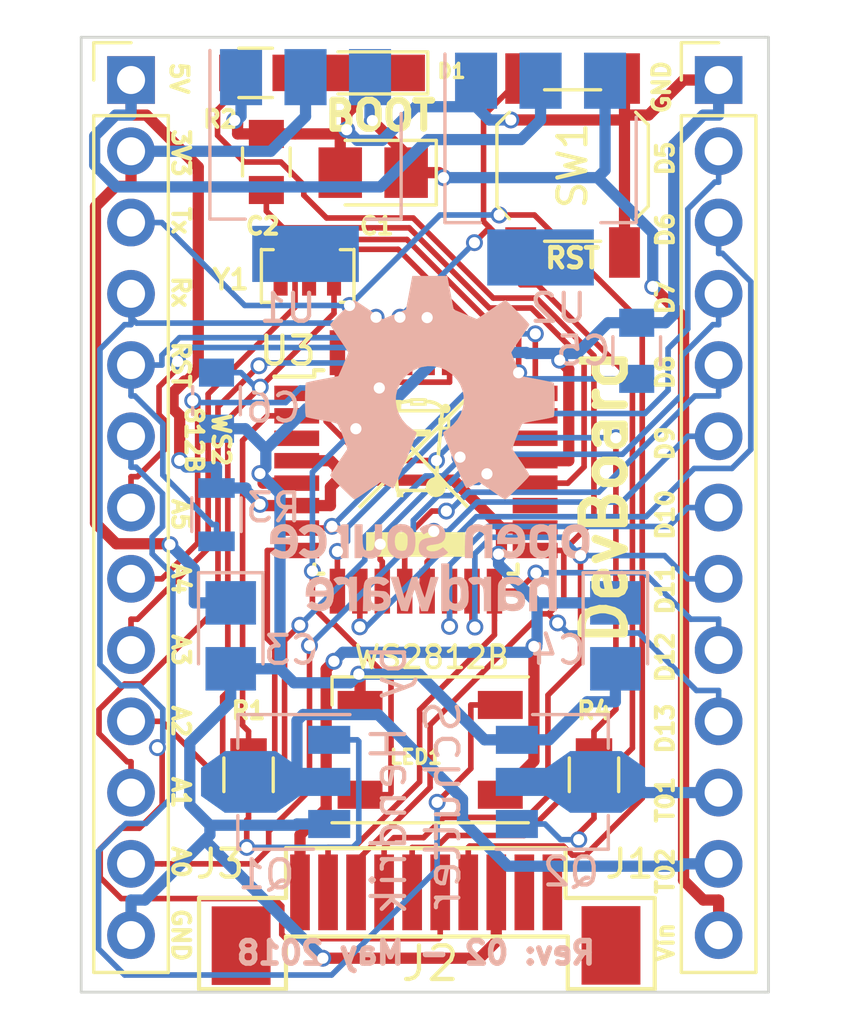
<source format=kicad_pcb>
(kicad_pcb (version 4) (host pcbnew 4.0.7)

  (general
    (links 79)
    (no_connects 0)
    (area 85.801999 72.085999 110.413001 106.222001)
    (thickness 1.6)
    (drawings 38)
    (tracks 640)
    (zones 0)
    (modules 24)
    (nets 35)
  )

  (page A4)
  (layers
    (0 F.Cu signal)
    (31 B.Cu signal)
    (32 B.Adhes user)
    (33 F.Adhes user)
    (34 B.Paste user)
    (35 F.Paste user)
    (36 B.SilkS user)
    (37 F.SilkS user)
    (38 B.Mask user)
    (39 F.Mask user)
    (40 Dwgs.User user)
    (41 Cmts.User user)
    (42 Eco1.User user)
    (43 Eco2.User user)
    (44 Edge.Cuts user)
    (45 Margin user)
    (46 B.CrtYd user)
    (47 F.CrtYd user)
    (48 B.Fab user)
    (49 F.Fab user)
  )

  (setup
    (last_trace_width 0.2)
    (trace_clearance 0.15)
    (zone_clearance 0.508)
    (zone_45_only no)
    (trace_min 0.2)
    (segment_width 0.2)
    (edge_width 0.1)
    (via_size 0.6)
    (via_drill 0.4)
    (via_min_size 0.4)
    (via_min_drill 0.3)
    (uvia_size 0.3)
    (uvia_drill 0.1)
    (uvias_allowed no)
    (uvia_min_size 0.2)
    (uvia_min_drill 0.1)
    (pcb_text_width 0.3)
    (pcb_text_size 1.5 1.5)
    (mod_edge_width 0.15)
    (mod_text_size 1 1)
    (mod_text_width 0.15)
    (pad_size 1.5 1.5)
    (pad_drill 0.6)
    (pad_to_mask_clearance 0)
    (aux_axis_origin 0 0)
    (grid_origin 82.55 73.66)
    (visible_elements FFFEFFFF)
    (pcbplotparams
      (layerselection 0x010fc_80000001)
      (usegerberextensions false)
      (excludeedgelayer true)
      (linewidth 0.100000)
      (plotframeref false)
      (viasonmask false)
      (mode 1)
      (useauxorigin false)
      (hpglpennumber 1)
      (hpglpenspeed 20)
      (hpglpendiameter 15)
      (hpglpenoverlay 2)
      (psnegative false)
      (psa4output false)
      (plotreference true)
      (plotvalue true)
      (plotinvisibletext false)
      (padsonsilk false)
      (subtractmaskfromsilk false)
      (outputformat 1)
      (mirror false)
      (drillshape 0)
      (scaleselection 1)
      (outputdirectory Gerber/))
  )

  (net 0 "")
  (net 1 Vin)
  (net 2 GND)
  (net 3 "Net-(C2-Pad1)")
  (net 4 +3V3)
  (net 5 VCC)
  (net 6 "Net-(C5-Pad2)")
  (net 7 "Net-(C6-Pad2)")
  (net 8 "Net-(D1-Pad2)")
  (net 9 D5)
  (net 10 D6)
  (net 11 D7)
  (net 12 D8)
  (net 13 D9)
  (net 14 D10)
  (net 15 D11)
  (net 16 D12)
  (net 17 D13)
  (net 18 T01)
  (net 19 T02)
  (net 20 RST)
  (net 21 Rx)
  (net 22 Tx)
  (net 23 WS2812B)
  (net 24 A5)
  (net 25 A4)
  (net 26 A3)
  (net 27 A2)
  (net 28 A1)
  (net 29 A0)
  (net 30 "Net-(LED1-Pad4)")
  (net 31 "Net-(Q1-Pad1)")
  (net 32 "Net-(Q2-Pad1)")
  (net 33 "Net-(R1-Pad2)")
  (net 34 "Net-(R4-Pad2)")

  (net_class Default "This is the default net class."
    (clearance 0.15)
    (trace_width 0.2)
    (via_dia 0.6)
    (via_drill 0.4)
    (uvia_dia 0.3)
    (uvia_drill 0.1)
    (add_net A0)
    (add_net A1)
    (add_net A2)
    (add_net A3)
    (add_net A4)
    (add_net A5)
    (add_net D10)
    (add_net D11)
    (add_net D12)
    (add_net D13)
    (add_net D5)
    (add_net D6)
    (add_net D7)
    (add_net D8)
    (add_net D9)
    (add_net "Net-(C2-Pad1)")
    (add_net "Net-(C5-Pad2)")
    (add_net "Net-(C6-Pad2)")
    (add_net "Net-(D1-Pad2)")
    (add_net "Net-(LED1-Pad4)")
    (add_net "Net-(Q1-Pad1)")
    (add_net "Net-(Q2-Pad1)")
    (add_net "Net-(R1-Pad2)")
    (add_net "Net-(R4-Pad2)")
    (add_net RST)
    (add_net Rx)
    (add_net Tx)
    (add_net WS2812B)
  )

  (net_class Power ""
    (clearance 0.2)
    (trace_width 0.4)
    (via_dia 0.6)
    (via_drill 0.4)
    (uvia_dia 0.3)
    (uvia_drill 0.1)
    (add_net +3V3)
    (add_net GND)
    (add_net T01)
    (add_net T02)
    (add_net VCC)
    (add_net Vin)
  )

  (module Capacitors_Tantalum_SMD:CP_Tantalum_Case-R_EIA-2012-12_Reflow (layer F.Cu) (tedit 5A7776B1) (tstamp 5A7769AB)
    (at 96.266 76.962 180)
    (descr "Tantalum capacitor, Case R, EIA 2012-12, 2.0x1.3x1.2mm, Reflow soldering footprint")
    (tags "capacitor tantalum smd")
    (path /5A7748BD)
    (attr smd)
    (fp_text reference C1 (at -0.127 -1.905 180) (layer F.SilkS)
      (effects (font (size 0.6 0.6) (thickness 0.15)))
    )
    (fp_text value 10µF (at 0 2.4 180) (layer F.Fab)
      (effects (font (size 1 1) (thickness 0.15)))
    )
    (fp_text user %R (at 0 0 180) (layer F.Fab)
      (effects (font (size 0.5 0.5) (thickness 0.075)))
    )
    (fp_line (start -2.35 -1.3) (end -2.35 1.3) (layer F.CrtYd) (width 0.05))
    (fp_line (start -2.35 1.3) (end 2.35 1.3) (layer F.CrtYd) (width 0.05))
    (fp_line (start 2.35 1.3) (end 2.35 -1.3) (layer F.CrtYd) (width 0.05))
    (fp_line (start 2.35 -1.3) (end -2.35 -1.3) (layer F.CrtYd) (width 0.05))
    (fp_line (start -1 -0.65) (end -1 0.65) (layer F.Fab) (width 0.1))
    (fp_line (start -1 0.65) (end 1 0.65) (layer F.Fab) (width 0.1))
    (fp_line (start 1 0.65) (end 1 -0.65) (layer F.Fab) (width 0.1))
    (fp_line (start 1 -0.65) (end -1 -0.65) (layer F.Fab) (width 0.1))
    (fp_line (start -0.8 -0.65) (end -0.8 0.65) (layer F.Fab) (width 0.1))
    (fp_line (start -0.7 -0.65) (end -0.7 0.65) (layer F.Fab) (width 0.1))
    (fp_line (start -2.25 -1.15) (end 1 -1.15) (layer F.SilkS) (width 0.12))
    (fp_line (start -2.25 1.15) (end 1 1.15) (layer F.SilkS) (width 0.12))
    (fp_line (start -2.25 -1.15) (end -2.25 1.15) (layer F.SilkS) (width 0.12))
    (pad 1 smd rect (at -1.175 0 180) (size 1.55 1.8) (layers F.Cu F.Paste F.Mask)
      (net 1 Vin))
    (pad 2 smd rect (at 1.175 0 180) (size 1.55 1.8) (layers F.Cu F.Paste F.Mask)
      (net 2 GND))
    (model Capacitors_Tantalum_SMD.3dshapes/CP_Tantalum_Case-R_EIA-2012-12.wrl
      (at (xyz 0 0 0))
      (scale (xyz 1 1 1))
      (rotate (xyz 0 0 0))
    )
  )

  (module Capacitors_SMD:C_0805 (layer F.Cu) (tedit 5A7776A8) (tstamp 5A7769B1)
    (at 92.456 76.581 90)
    (descr "Capacitor SMD 0805, reflow soldering, AVX (see smccp.pdf)")
    (tags "capacitor 0805")
    (path /59ECBCF8)
    (attr smd)
    (fp_text reference C2 (at -2.286 -0.127 180) (layer F.SilkS)
      (effects (font (size 0.6 0.6) (thickness 0.15)))
    )
    (fp_text value "0.1 µF" (at 0 1.75 90) (layer F.Fab)
      (effects (font (size 1 1) (thickness 0.15)))
    )
    (fp_text user %R (at 0 -1.5 90) (layer F.Fab)
      (effects (font (size 1 1) (thickness 0.15)))
    )
    (fp_line (start -1 0.62) (end -1 -0.62) (layer F.Fab) (width 0.1))
    (fp_line (start 1 0.62) (end -1 0.62) (layer F.Fab) (width 0.1))
    (fp_line (start 1 -0.62) (end 1 0.62) (layer F.Fab) (width 0.1))
    (fp_line (start -1 -0.62) (end 1 -0.62) (layer F.Fab) (width 0.1))
    (fp_line (start 0.5 -0.85) (end -0.5 -0.85) (layer F.SilkS) (width 0.12))
    (fp_line (start -0.5 0.85) (end 0.5 0.85) (layer F.SilkS) (width 0.12))
    (fp_line (start -1.75 -0.88) (end 1.75 -0.88) (layer F.CrtYd) (width 0.05))
    (fp_line (start -1.75 -0.88) (end -1.75 0.87) (layer F.CrtYd) (width 0.05))
    (fp_line (start 1.75 0.87) (end 1.75 -0.88) (layer F.CrtYd) (width 0.05))
    (fp_line (start 1.75 0.87) (end -1.75 0.87) (layer F.CrtYd) (width 0.05))
    (pad 1 smd rect (at -1 0 90) (size 1 1.25) (layers F.Cu F.Paste F.Mask)
      (net 3 "Net-(C2-Pad1)"))
    (pad 2 smd rect (at 1 0 90) (size 1 1.25) (layers F.Cu F.Paste F.Mask)
      (net 2 GND))
    (model Capacitors_SMD.3dshapes/C_0805.wrl
      (at (xyz 0 0 0))
      (scale (xyz 1 1 1))
      (rotate (xyz 0 0 0))
    )
  )

  (module Capacitors_Tantalum_SMD:CP_Tantalum_Case-R_EIA-2012-12_Reflow (layer B.Cu) (tedit 5AF35EA2) (tstamp 5A7769B7)
    (at 91.186 93.472 270)
    (descr "Tantalum capacitor, Case R, EIA 2012-12, 2.0x1.3x1.2mm, Reflow soldering footprint")
    (tags "capacitor tantalum smd")
    (path /5A77CFA0)
    (attr smd)
    (fp_text reference C3 (at 0.508 -2.159 360) (layer B.SilkS)
      (effects (font (size 1 1) (thickness 0.15)) (justify mirror))
    )
    (fp_text value 10µF (at 0 -2.4 270) (layer B.Fab)
      (effects (font (size 1 1) (thickness 0.15)) (justify mirror))
    )
    (fp_text user %R (at 0 0 270) (layer B.Fab)
      (effects (font (size 0.5 0.5) (thickness 0.075)) (justify mirror))
    )
    (fp_line (start -2.35 1.3) (end -2.35 -1.3) (layer B.CrtYd) (width 0.05))
    (fp_line (start -2.35 -1.3) (end 2.35 -1.3) (layer B.CrtYd) (width 0.05))
    (fp_line (start 2.35 -1.3) (end 2.35 1.3) (layer B.CrtYd) (width 0.05))
    (fp_line (start 2.35 1.3) (end -2.35 1.3) (layer B.CrtYd) (width 0.05))
    (fp_line (start -1 0.65) (end -1 -0.65) (layer B.Fab) (width 0.1))
    (fp_line (start -1 -0.65) (end 1 -0.65) (layer B.Fab) (width 0.1))
    (fp_line (start 1 -0.65) (end 1 0.65) (layer B.Fab) (width 0.1))
    (fp_line (start 1 0.65) (end -1 0.65) (layer B.Fab) (width 0.1))
    (fp_line (start -0.8 0.65) (end -0.8 -0.65) (layer B.Fab) (width 0.1))
    (fp_line (start -0.7 0.65) (end -0.7 -0.65) (layer B.Fab) (width 0.1))
    (fp_line (start -2.25 1.15) (end 1 1.15) (layer B.SilkS) (width 0.12))
    (fp_line (start -2.25 -1.15) (end 1 -1.15) (layer B.SilkS) (width 0.12))
    (fp_line (start -2.25 1.15) (end -2.25 -1.15) (layer B.SilkS) (width 0.12))
    (pad 1 smd rect (at -1.175 0 270) (size 1.55 1.8) (layers B.Cu B.Paste B.Mask)
      (net 4 +3V3))
    (pad 2 smd rect (at 1.175 0 270) (size 1.55 1.8) (layers B.Cu B.Paste B.Mask)
      (net 2 GND))
    (model Capacitors_Tantalum_SMD.3dshapes/CP_Tantalum_Case-R_EIA-2012-12.wrl
      (at (xyz 0 0 0))
      (scale (xyz 1 1 1))
      (rotate (xyz 0 0 0))
    )
  )

  (module Capacitors_Tantalum_SMD:CP_Tantalum_Case-R_EIA-2012-12_Reflow (layer B.Cu) (tedit 5AF35E96) (tstamp 5A7769BD)
    (at 104.902 93.472 270)
    (descr "Tantalum capacitor, Case R, EIA 2012-12, 2.0x1.3x1.2mm, Reflow soldering footprint")
    (tags "capacitor tantalum smd")
    (path /5A7749A4)
    (attr smd)
    (fp_text reference C4 (at 0.508 2.032 360) (layer B.SilkS)
      (effects (font (size 1 1) (thickness 0.15)) (justify mirror))
    )
    (fp_text value 10µF (at 0 -2.4 270) (layer B.Fab)
      (effects (font (size 1 1) (thickness 0.15)) (justify mirror))
    )
    (fp_text user %R (at -1.397 0.381 270) (layer B.Fab)
      (effects (font (size 0.5 0.5) (thickness 0.075)) (justify mirror))
    )
    (fp_line (start -2.35 1.3) (end -2.35 -1.3) (layer B.CrtYd) (width 0.05))
    (fp_line (start -2.35 -1.3) (end 2.35 -1.3) (layer B.CrtYd) (width 0.05))
    (fp_line (start 2.35 -1.3) (end 2.35 1.3) (layer B.CrtYd) (width 0.05))
    (fp_line (start 2.35 1.3) (end -2.35 1.3) (layer B.CrtYd) (width 0.05))
    (fp_line (start -1 0.65) (end -1 -0.65) (layer B.Fab) (width 0.1))
    (fp_line (start -1 -0.65) (end 1 -0.65) (layer B.Fab) (width 0.1))
    (fp_line (start 1 -0.65) (end 1 0.65) (layer B.Fab) (width 0.1))
    (fp_line (start 1 0.65) (end -1 0.65) (layer B.Fab) (width 0.1))
    (fp_line (start -0.8 0.65) (end -0.8 -0.65) (layer B.Fab) (width 0.1))
    (fp_line (start -0.7 0.65) (end -0.7 -0.65) (layer B.Fab) (width 0.1))
    (fp_line (start -2.25 1.15) (end 1 1.15) (layer B.SilkS) (width 0.12))
    (fp_line (start -2.25 -1.15) (end 1 -1.15) (layer B.SilkS) (width 0.12))
    (fp_line (start -2.25 1.15) (end -2.25 -1.15) (layer B.SilkS) (width 0.12))
    (pad 1 smd rect (at -1.175 0 270) (size 1.55 1.8) (layers B.Cu B.Paste B.Mask)
      (net 5 VCC))
    (pad 2 smd rect (at 1.175 0 270) (size 1.55 1.8) (layers B.Cu B.Paste B.Mask)
      (net 2 GND))
    (model Capacitors_Tantalum_SMD.3dshapes/CP_Tantalum_Case-R_EIA-2012-12.wrl
      (at (xyz 0 0 0))
      (scale (xyz 1 1 1))
      (rotate (xyz 0 0 0))
    )
  )

  (module Capacitors_SMD:C_0805 (layer B.Cu) (tedit 5A777747) (tstamp 5A7769C3)
    (at 105.664 83.312 270)
    (descr "Capacitor SMD 0805, reflow soldering, AVX (see smccp.pdf)")
    (tags "capacitor 0805")
    (path /59EC6807)
    (attr smd)
    (fp_text reference C5 (at 0 1.905 360) (layer B.SilkS)
      (effects (font (size 1 1) (thickness 0.15)) (justify mirror))
    )
    (fp_text value "22 pF" (at 0 -1.75 270) (layer B.Fab)
      (effects (font (size 1 1) (thickness 0.15)) (justify mirror))
    )
    (fp_text user %R (at 0 1.5 270) (layer B.Fab)
      (effects (font (size 1 1) (thickness 0.15)) (justify mirror))
    )
    (fp_line (start -1 -0.62) (end -1 0.62) (layer B.Fab) (width 0.1))
    (fp_line (start 1 -0.62) (end -1 -0.62) (layer B.Fab) (width 0.1))
    (fp_line (start 1 0.62) (end 1 -0.62) (layer B.Fab) (width 0.1))
    (fp_line (start -1 0.62) (end 1 0.62) (layer B.Fab) (width 0.1))
    (fp_line (start 0.5 0.85) (end -0.5 0.85) (layer B.SilkS) (width 0.12))
    (fp_line (start -0.5 -0.85) (end 0.5 -0.85) (layer B.SilkS) (width 0.12))
    (fp_line (start -1.75 0.88) (end 1.75 0.88) (layer B.CrtYd) (width 0.05))
    (fp_line (start -1.75 0.88) (end -1.75 -0.87) (layer B.CrtYd) (width 0.05))
    (fp_line (start 1.75 -0.87) (end 1.75 0.88) (layer B.CrtYd) (width 0.05))
    (fp_line (start 1.75 -0.87) (end -1.75 -0.87) (layer B.CrtYd) (width 0.05))
    (pad 1 smd rect (at -1 0 270) (size 1 1.25) (layers B.Cu B.Paste B.Mask)
      (net 2 GND))
    (pad 2 smd rect (at 1 0 270) (size 1 1.25) (layers B.Cu B.Paste B.Mask)
      (net 6 "Net-(C5-Pad2)"))
    (model Capacitors_SMD.3dshapes/C_0805.wrl
      (at (xyz 0 0 0))
      (scale (xyz 1 1 1))
      (rotate (xyz 0 0 0))
    )
  )

  (module Capacitors_SMD:C_0805 (layer B.Cu) (tedit 5A777736) (tstamp 5A7769C9)
    (at 90.678 85.09 90)
    (descr "Capacitor SMD 0805, reflow soldering, AVX (see smccp.pdf)")
    (tags "capacitor 0805")
    (path /59EC68A2)
    (attr smd)
    (fp_text reference C6 (at -0.254 2.032 180) (layer B.SilkS)
      (effects (font (size 1 1) (thickness 0.15)) (justify mirror))
    )
    (fp_text value "22 pF" (at 0 -1.75 90) (layer B.Fab)
      (effects (font (size 1 1) (thickness 0.15)) (justify mirror))
    )
    (fp_text user %R (at 0 1.5 90) (layer B.Fab)
      (effects (font (size 1 1) (thickness 0.15)) (justify mirror))
    )
    (fp_line (start -1 -0.62) (end -1 0.62) (layer B.Fab) (width 0.1))
    (fp_line (start 1 -0.62) (end -1 -0.62) (layer B.Fab) (width 0.1))
    (fp_line (start 1 0.62) (end 1 -0.62) (layer B.Fab) (width 0.1))
    (fp_line (start -1 0.62) (end 1 0.62) (layer B.Fab) (width 0.1))
    (fp_line (start 0.5 0.85) (end -0.5 0.85) (layer B.SilkS) (width 0.12))
    (fp_line (start -0.5 -0.85) (end 0.5 -0.85) (layer B.SilkS) (width 0.12))
    (fp_line (start -1.75 0.88) (end 1.75 0.88) (layer B.CrtYd) (width 0.05))
    (fp_line (start -1.75 0.88) (end -1.75 -0.87) (layer B.CrtYd) (width 0.05))
    (fp_line (start 1.75 -0.87) (end 1.75 0.88) (layer B.CrtYd) (width 0.05))
    (fp_line (start 1.75 -0.87) (end -1.75 -0.87) (layer B.CrtYd) (width 0.05))
    (pad 1 smd rect (at -1 0 90) (size 1 1.25) (layers B.Cu B.Paste B.Mask)
      (net 2 GND))
    (pad 2 smd rect (at 1 0 90) (size 1 1.25) (layers B.Cu B.Paste B.Mask)
      (net 7 "Net-(C6-Pad2)"))
    (model Capacitors_SMD.3dshapes/C_0805.wrl
      (at (xyz 0 0 0))
      (scale (xyz 1 1 1))
      (rotate (xyz 0 0 0))
    )
  )

  (module TO_SOT_Packages_SMD:SOT-89-3 (layer B.Cu) (tedit 5A77771A) (tstamp 5A776A13)
    (at 93.218 98.679 180)
    (descr SOT-89-3)
    (tags SOT-89-3)
    (path /59EC223E)
    (attr smd)
    (fp_text reference Q1 (at 0.762 -3.302 180) (layer B.SilkS)
      (effects (font (size 1 1) (thickness 0.15)) (justify mirror))
    )
    (fp_text value BCX56 (at 0.45 -3.25 180) (layer B.Fab)
      (effects (font (size 1 1) (thickness 0.15)) (justify mirror))
    )
    (fp_text user %R (at 0.38 0 450) (layer B.Fab)
      (effects (font (size 0.6 0.6) (thickness 0.09)) (justify mirror))
    )
    (fp_line (start 1.78 -1.2) (end 1.78 -2.4) (layer B.SilkS) (width 0.12))
    (fp_line (start 1.78 -2.4) (end -0.92 -2.4) (layer B.SilkS) (width 0.12))
    (fp_line (start -2.22 2.4) (end 1.78 2.4) (layer B.SilkS) (width 0.12))
    (fp_line (start 1.78 2.4) (end 1.78 1.2) (layer B.SilkS) (width 0.12))
    (fp_line (start -0.92 1.51) (end -0.13 2.3) (layer B.Fab) (width 0.1))
    (fp_line (start 1.68 2.3) (end 1.68 -2.3) (layer B.Fab) (width 0.1))
    (fp_line (start 1.68 -2.3) (end -0.92 -2.3) (layer B.Fab) (width 0.1))
    (fp_line (start -0.92 -2.3) (end -0.92 1.51) (layer B.Fab) (width 0.1))
    (fp_line (start -0.13 2.3) (end 1.68 2.3) (layer B.Fab) (width 0.1))
    (fp_line (start 3.23 2.55) (end 3.23 -2.55) (layer B.CrtYd) (width 0.05))
    (fp_line (start 3.23 2.55) (end -2.48 2.55) (layer B.CrtYd) (width 0.05))
    (fp_line (start -2.48 -2.55) (end 3.23 -2.55) (layer B.CrtYd) (width 0.05))
    (fp_line (start -2.48 -2.55) (end -2.48 2.55) (layer B.CrtYd) (width 0.05))
    (pad 2 smd trapezoid (at 2.667 0 270) (size 1.6 0.85) (rect_delta 0 -0.6 ) (layers B.Cu B.Paste B.Mask)
      (net 19 T02))
    (pad 1 smd rect (at -1.48 1.5 270) (size 1 1.5) (layers B.Cu B.Paste B.Mask)
      (net 31 "Net-(Q1-Pad1)"))
    (pad 2 smd rect (at -1.3335 0 270) (size 1 1.8) (layers B.Cu B.Paste B.Mask)
      (net 19 T02))
    (pad 3 smd rect (at -1.48 -1.5 270) (size 1 1.5) (layers B.Cu B.Paste B.Mask)
      (net 2 GND))
    (pad 2 smd rect (at 1.3335 0 270) (size 2.2 1.84) (layers B.Cu B.Paste B.Mask)
      (net 19 T02))
    (pad 2 smd trapezoid (at -0.0762 0 90) (size 1.5 1) (rect_delta 0 -0.7 ) (layers B.Cu B.Paste B.Mask)
      (net 19 T02))
    (model ${KISYS3DMOD}/TO_SOT_Packages_SMD.3dshapes/SOT-89-3.wrl
      (at (xyz 0 0 0))
      (scale (xyz 1 1 1))
      (rotate (xyz 0 0 0))
    )
  )

  (module TO_SOT_Packages_SMD:SOT-89-3 (layer B.Cu) (tedit 591F0203) (tstamp 5A776A1D)
    (at 102.87 98.679)
    (descr SOT-89-3)
    (tags SOT-89-3)
    (path /59EC2E90)
    (attr smd)
    (fp_text reference Q2 (at 0.45 3.2) (layer B.SilkS)
      (effects (font (size 1 1) (thickness 0.15)) (justify mirror))
    )
    (fp_text value BCX56 (at 0.45 -3.25) (layer B.Fab)
      (effects (font (size 1 1) (thickness 0.15)) (justify mirror))
    )
    (fp_text user %R (at 0.38 0 270) (layer B.Fab)
      (effects (font (size 0.6 0.6) (thickness 0.09)) (justify mirror))
    )
    (fp_line (start 1.78 -1.2) (end 1.78 -2.4) (layer B.SilkS) (width 0.12))
    (fp_line (start 1.78 -2.4) (end -0.92 -2.4) (layer B.SilkS) (width 0.12))
    (fp_line (start -2.22 2.4) (end 1.78 2.4) (layer B.SilkS) (width 0.12))
    (fp_line (start 1.78 2.4) (end 1.78 1.2) (layer B.SilkS) (width 0.12))
    (fp_line (start -0.92 1.51) (end -0.13 2.3) (layer B.Fab) (width 0.1))
    (fp_line (start 1.68 2.3) (end 1.68 -2.3) (layer B.Fab) (width 0.1))
    (fp_line (start 1.68 -2.3) (end -0.92 -2.3) (layer B.Fab) (width 0.1))
    (fp_line (start -0.92 -2.3) (end -0.92 1.51) (layer B.Fab) (width 0.1))
    (fp_line (start -0.13 2.3) (end 1.68 2.3) (layer B.Fab) (width 0.1))
    (fp_line (start 3.23 2.55) (end 3.23 -2.55) (layer B.CrtYd) (width 0.05))
    (fp_line (start 3.23 2.55) (end -2.48 2.55) (layer B.CrtYd) (width 0.05))
    (fp_line (start -2.48 -2.55) (end 3.23 -2.55) (layer B.CrtYd) (width 0.05))
    (fp_line (start -2.48 -2.55) (end -2.48 2.55) (layer B.CrtYd) (width 0.05))
    (pad 2 smd trapezoid (at 2.667 0 90) (size 1.6 0.85) (rect_delta 0 -0.6 ) (layers B.Cu B.Paste B.Mask)
      (net 18 T01))
    (pad 1 smd rect (at -1.48 1.5 90) (size 1 1.5) (layers B.Cu B.Paste B.Mask)
      (net 32 "Net-(Q2-Pad1)"))
    (pad 2 smd rect (at -1.3335 0 90) (size 1 1.8) (layers B.Cu B.Paste B.Mask)
      (net 18 T01))
    (pad 3 smd rect (at -1.48 -1.5 90) (size 1 1.5) (layers B.Cu B.Paste B.Mask)
      (net 2 GND))
    (pad 2 smd rect (at 1.3335 0 90) (size 2.2 1.84) (layers B.Cu B.Paste B.Mask)
      (net 18 T01))
    (pad 2 smd trapezoid (at -0.0762 0 270) (size 1.5 1) (rect_delta 0 -0.7 ) (layers B.Cu B.Paste B.Mask)
      (net 18 T01))
    (model ${KISYS3DMOD}/TO_SOT_Packages_SMD.3dshapes/SOT-89-3.wrl
      (at (xyz 0 0 0))
      (scale (xyz 1 1 1))
      (rotate (xyz 0 0 0))
    )
  )

  (module Resistors_SMD:R_0805 (layer F.Cu) (tedit 5A782698) (tstamp 5A776A23)
    (at 91.821 98.425 90)
    (descr "Resistor SMD 0805, reflow soldering, Vishay (see dcrcw.pdf)")
    (tags "resistor 0805")
    (path /59EC24CA)
    (attr smd)
    (fp_text reference R1 (at 2.286 0 180) (layer F.SilkS)
      (effects (font (size 0.6 0.6) (thickness 0.15)))
    )
    (fp_text value "1k Ω" (at 0 1.75 90) (layer F.Fab)
      (effects (font (size 1 1) (thickness 0.15)))
    )
    (fp_text user %R (at 0 0 90) (layer F.Fab)
      (effects (font (size 0.5 0.5) (thickness 0.075)))
    )
    (fp_line (start -1 0.62) (end -1 -0.62) (layer F.Fab) (width 0.1))
    (fp_line (start 1 0.62) (end -1 0.62) (layer F.Fab) (width 0.1))
    (fp_line (start 1 -0.62) (end 1 0.62) (layer F.Fab) (width 0.1))
    (fp_line (start -1 -0.62) (end 1 -0.62) (layer F.Fab) (width 0.1))
    (fp_line (start 0.6 0.88) (end -0.6 0.88) (layer F.SilkS) (width 0.12))
    (fp_line (start -0.6 -0.88) (end 0.6 -0.88) (layer F.SilkS) (width 0.12))
    (fp_line (start -1.55 -0.9) (end 1.55 -0.9) (layer F.CrtYd) (width 0.05))
    (fp_line (start -1.55 -0.9) (end -1.55 0.9) (layer F.CrtYd) (width 0.05))
    (fp_line (start 1.55 0.9) (end 1.55 -0.9) (layer F.CrtYd) (width 0.05))
    (fp_line (start 1.55 0.9) (end -1.55 0.9) (layer F.CrtYd) (width 0.05))
    (pad 1 smd rect (at -0.95 0 90) (size 0.7 1.3) (layers F.Cu F.Paste F.Mask)
      (net 31 "Net-(Q1-Pad1)"))
    (pad 2 smd rect (at 0.95 0 90) (size 0.7 1.3) (layers F.Cu F.Paste F.Mask)
      (net 33 "Net-(R1-Pad2)"))
    (model ${KISYS3DMOD}/Resistors_SMD.3dshapes/R_0805.wrl
      (at (xyz 0 0 0))
      (scale (xyz 1 1 1))
      (rotate (xyz 0 0 0))
    )
  )

  (module Resistors_SMD:R_0805 (layer F.Cu) (tedit 5A7826C1) (tstamp 5A776A29)
    (at 92.075 73.406 180)
    (descr "Resistor SMD 0805, reflow soldering, Vishay (see dcrcw.pdf)")
    (tags "resistor 0805")
    (path /5A775961)
    (attr smd)
    (fp_text reference R2 (at 1.27 -1.651 180) (layer F.SilkS)
      (effects (font (size 0.6 0.6) (thickness 0.15)))
    )
    (fp_text value "1k Ω" (at 0 1.75 180) (layer F.Fab)
      (effects (font (size 1 1) (thickness 0.15)))
    )
    (fp_text user %R (at 0 0 180) (layer F.Fab)
      (effects (font (size 0.5 0.5) (thickness 0.075)))
    )
    (fp_line (start -1 0.62) (end -1 -0.62) (layer F.Fab) (width 0.1))
    (fp_line (start 1 0.62) (end -1 0.62) (layer F.Fab) (width 0.1))
    (fp_line (start 1 -0.62) (end 1 0.62) (layer F.Fab) (width 0.1))
    (fp_line (start -1 -0.62) (end 1 -0.62) (layer F.Fab) (width 0.1))
    (fp_line (start 0.6 0.88) (end -0.6 0.88) (layer F.SilkS) (width 0.12))
    (fp_line (start -0.6 -0.88) (end 0.6 -0.88) (layer F.SilkS) (width 0.12))
    (fp_line (start -1.55 -0.9) (end 1.55 -0.9) (layer F.CrtYd) (width 0.05))
    (fp_line (start -1.55 -0.9) (end -1.55 0.9) (layer F.CrtYd) (width 0.05))
    (fp_line (start 1.55 0.9) (end 1.55 -0.9) (layer F.CrtYd) (width 0.05))
    (fp_line (start 1.55 0.9) (end -1.55 0.9) (layer F.CrtYd) (width 0.05))
    (pad 1 smd rect (at -0.95 0 180) (size 0.7 1.3) (layers F.Cu F.Paste F.Mask)
      (net 8 "Net-(D1-Pad2)"))
    (pad 2 smd rect (at 0.95 0 180) (size 0.7 1.3) (layers F.Cu F.Paste F.Mask)
      (net 17 D13))
    (model ${KISYS3DMOD}/Resistors_SMD.3dshapes/R_0805.wrl
      (at (xyz 0 0 0))
      (scale (xyz 1 1 1))
      (rotate (xyz 0 0 0))
    )
  )

  (module Resistors_SMD:R_0805 (layer B.Cu) (tedit 5AF35EAD) (tstamp 5A776A2F)
    (at 90.678 89.154 90)
    (descr "Resistor SMD 0805, reflow soldering, Vishay (see dcrcw.pdf)")
    (tags "resistor 0805")
    (path /5A7752A8)
    (attr smd)
    (fp_text reference R3 (at 0.254 2.032 180) (layer B.SilkS)
      (effects (font (size 1 1) (thickness 0.15)) (justify mirror))
    )
    (fp_text value "10k Ω" (at 0 -1.75 90) (layer B.Fab)
      (effects (font (size 1 1) (thickness 0.15)) (justify mirror))
    )
    (fp_text user %R (at 0.127 0 90) (layer B.Fab)
      (effects (font (size 0.5 0.5) (thickness 0.075)) (justify mirror))
    )
    (fp_line (start -1 -0.62) (end -1 0.62) (layer B.Fab) (width 0.1))
    (fp_line (start 1 -0.62) (end -1 -0.62) (layer B.Fab) (width 0.1))
    (fp_line (start 1 0.62) (end 1 -0.62) (layer B.Fab) (width 0.1))
    (fp_line (start -1 0.62) (end 1 0.62) (layer B.Fab) (width 0.1))
    (fp_line (start 0.6 -0.88) (end -0.6 -0.88) (layer B.SilkS) (width 0.12))
    (fp_line (start -0.6 0.88) (end 0.6 0.88) (layer B.SilkS) (width 0.12))
    (fp_line (start -1.55 0.9) (end 1.55 0.9) (layer B.CrtYd) (width 0.05))
    (fp_line (start -1.55 0.9) (end -1.55 -0.9) (layer B.CrtYd) (width 0.05))
    (fp_line (start 1.55 -0.9) (end 1.55 0.9) (layer B.CrtYd) (width 0.05))
    (fp_line (start 1.55 -0.9) (end -1.55 -0.9) (layer B.CrtYd) (width 0.05))
    (pad 1 smd rect (at -0.95 0 90) (size 0.7 1.3) (layers B.Cu B.Paste B.Mask)
      (net 20 RST))
    (pad 2 smd rect (at 0.95 0 90) (size 0.7 1.3) (layers B.Cu B.Paste B.Mask)
      (net 5 VCC))
    (model ${KISYS3DMOD}/Resistors_SMD.3dshapes/R_0805.wrl
      (at (xyz 0 0 0))
      (scale (xyz 1 1 1))
      (rotate (xyz 0 0 0))
    )
  )

  (module Resistors_SMD:R_0805 (layer F.Cu) (tedit 5A7776CE) (tstamp 5A776A35)
    (at 104.14 98.425 90)
    (descr "Resistor SMD 0805, reflow soldering, Vishay (see dcrcw.pdf)")
    (tags "resistor 0805")
    (path /59EC2F2E)
    (attr smd)
    (fp_text reference R4 (at 2.286 0 180) (layer F.SilkS)
      (effects (font (size 0.6 0.6) (thickness 0.15)))
    )
    (fp_text value "1k Ω" (at 0 1.75 90) (layer F.Fab)
      (effects (font (size 1 1) (thickness 0.15)))
    )
    (fp_text user %R (at 0 0 90) (layer F.Fab)
      (effects (font (size 0.5 0.5) (thickness 0.075)))
    )
    (fp_line (start -1 0.62) (end -1 -0.62) (layer F.Fab) (width 0.1))
    (fp_line (start 1 0.62) (end -1 0.62) (layer F.Fab) (width 0.1))
    (fp_line (start 1 -0.62) (end 1 0.62) (layer F.Fab) (width 0.1))
    (fp_line (start -1 -0.62) (end 1 -0.62) (layer F.Fab) (width 0.1))
    (fp_line (start 0.6 0.88) (end -0.6 0.88) (layer F.SilkS) (width 0.12))
    (fp_line (start -0.6 -0.88) (end 0.6 -0.88) (layer F.SilkS) (width 0.12))
    (fp_line (start -1.55 -0.9) (end 1.55 -0.9) (layer F.CrtYd) (width 0.05))
    (fp_line (start -1.55 -0.9) (end -1.55 0.9) (layer F.CrtYd) (width 0.05))
    (fp_line (start 1.55 0.9) (end 1.55 -0.9) (layer F.CrtYd) (width 0.05))
    (fp_line (start 1.55 0.9) (end -1.55 0.9) (layer F.CrtYd) (width 0.05))
    (pad 1 smd rect (at -0.95 0 90) (size 0.7 1.3) (layers F.Cu F.Paste F.Mask)
      (net 32 "Net-(Q2-Pad1)"))
    (pad 2 smd rect (at 0.95 0 90) (size 0.7 1.3) (layers F.Cu F.Paste F.Mask)
      (net 34 "Net-(R4-Pad2)"))
    (model ${KISYS3DMOD}/Resistors_SMD.3dshapes/R_0805.wrl
      (at (xyz 0 0 0))
      (scale (xyz 1 1 1))
      (rotate (xyz 0 0 0))
    )
  )

  (module TO_SOT_Packages_SMD:SOT-223 (layer B.Cu) (tedit 5A782C43) (tstamp 5A776A45)
    (at 93.853 76.708 270)
    (descr "module CMS SOT223 4 pins")
    (tags "CMS SOT")
    (path /5A77CAD1)
    (attr smd)
    (fp_text reference U1 (at 5.08 0.635 360) (layer B.SilkS)
      (effects (font (size 1 1) (thickness 0.15)) (justify mirror))
    )
    (fp_text value LM1117-3.3 (at 0 -4.5 270) (layer B.Fab)
      (effects (font (size 1 1) (thickness 0.15)) (justify mirror))
    )
    (fp_text user %R (at 0 0 540) (layer B.Fab)
      (effects (font (size 0.8 0.8) (thickness 0.12)) (justify mirror))
    )
    (fp_line (start -1.85 2.3) (end -0.8 3.35) (layer B.Fab) (width 0.1))
    (fp_line (start 1.91 -3.41) (end 1.91 -2.15) (layer B.SilkS) (width 0.12))
    (fp_line (start 1.91 3.41) (end 1.91 2.15) (layer B.SilkS) (width 0.12))
    (fp_line (start 4.4 3.6) (end -4.4 3.6) (layer B.CrtYd) (width 0.05))
    (fp_line (start 4.4 -3.6) (end 4.4 3.6) (layer B.CrtYd) (width 0.05))
    (fp_line (start -4.4 -3.6) (end 4.4 -3.6) (layer B.CrtYd) (width 0.05))
    (fp_line (start -4.4 3.6) (end -4.4 -3.6) (layer B.CrtYd) (width 0.05))
    (fp_line (start -1.85 2.3) (end -1.85 -3.35) (layer B.Fab) (width 0.1))
    (fp_line (start -1.85 -3.41) (end 1.91 -3.41) (layer B.SilkS) (width 0.12))
    (fp_line (start -0.8 3.35) (end 1.85 3.35) (layer B.Fab) (width 0.1))
    (fp_line (start -4.1 3.41) (end 1.91 3.41) (layer B.SilkS) (width 0.12))
    (fp_line (start -1.85 -3.35) (end 1.85 -3.35) (layer B.Fab) (width 0.1))
    (fp_line (start 1.85 3.35) (end 1.85 -3.35) (layer B.Fab) (width 0.1))
    (pad 4 smd rect (at 3.15 0 270) (size 2 3.8) (layers B.Cu B.Paste B.Mask))
    (pad 2 smd rect (at -3.15 0 270) (size 2 1.5) (layers B.Cu B.Paste B.Mask)
      (net 4 +3V3))
    (pad 3 smd rect (at -3.15 -2.3 270) (size 2 1.5) (layers B.Cu B.Paste B.Mask)
      (net 1 Vin))
    (pad 1 smd rect (at -3.15 2.3 270) (size 2 1.5) (layers B.Cu B.Paste B.Mask)
      (net 2 GND))
    (model ${KISYS3DMOD}/TO_SOT_Packages_SMD.3dshapes/SOT-223.wrl
      (at (xyz 0 0 0))
      (scale (xyz 1 1 1))
      (rotate (xyz 0 0 0))
    )
  )

  (module TO_SOT_Packages_SMD:SOT-223 (layer B.Cu) (tedit 5A782C45) (tstamp 5A776A4D)
    (at 102.235 76.835 270)
    (descr "module CMS SOT223 4 pins")
    (tags "CMS SOT")
    (path /5A7747B9)
    (attr smd)
    (fp_text reference U2 (at 4.953 -0.635 360) (layer B.SilkS)
      (effects (font (size 1 1) (thickness 0.15)) (justify mirror))
    )
    (fp_text value LM1117S-5.0 (at 0 -4.5 270) (layer B.Fab)
      (effects (font (size 1 1) (thickness 0.15)) (justify mirror))
    )
    (fp_text user %R (at 0 0 540) (layer B.Fab)
      (effects (font (size 0.8 0.8) (thickness 0.12)) (justify mirror))
    )
    (fp_line (start -1.85 2.3) (end -0.8 3.35) (layer B.Fab) (width 0.1))
    (fp_line (start 1.91 -3.41) (end 1.91 -2.15) (layer B.SilkS) (width 0.12))
    (fp_line (start 1.91 3.41) (end 1.91 2.15) (layer B.SilkS) (width 0.12))
    (fp_line (start 4.4 3.6) (end -4.4 3.6) (layer B.CrtYd) (width 0.05))
    (fp_line (start 4.4 -3.6) (end 4.4 3.6) (layer B.CrtYd) (width 0.05))
    (fp_line (start -4.4 -3.6) (end 4.4 -3.6) (layer B.CrtYd) (width 0.05))
    (fp_line (start -4.4 3.6) (end -4.4 -3.6) (layer B.CrtYd) (width 0.05))
    (fp_line (start -1.85 2.3) (end -1.85 -3.35) (layer B.Fab) (width 0.1))
    (fp_line (start -1.85 -3.41) (end 1.91 -3.41) (layer B.SilkS) (width 0.12))
    (fp_line (start -0.8 3.35) (end 1.85 3.35) (layer B.Fab) (width 0.1))
    (fp_line (start -4.1 3.41) (end 1.91 3.41) (layer B.SilkS) (width 0.12))
    (fp_line (start -1.85 -3.35) (end 1.85 -3.35) (layer B.Fab) (width 0.1))
    (fp_line (start 1.85 3.35) (end 1.85 -3.35) (layer B.Fab) (width 0.1))
    (pad 4 smd rect (at 3.15 0 270) (size 2 3.8) (layers B.Cu B.Paste B.Mask))
    (pad 2 smd rect (at -3.15 0 270) (size 2 1.5) (layers B.Cu B.Paste B.Mask)
      (net 5 VCC))
    (pad 3 smd rect (at -3.15 -2.3 270) (size 2 1.5) (layers B.Cu B.Paste B.Mask)
      (net 1 Vin))
    (pad 1 smd rect (at -3.15 2.3 270) (size 2 1.5) (layers B.Cu B.Paste B.Mask)
      (net 2 GND))
    (model ${KISYS3DMOD}/TO_SOT_Packages_SMD.3dshapes/SOT-223.wrl
      (at (xyz 0 0 0))
      (scale (xyz 1 1 1))
      (rotate (xyz 0 0 0))
    )
  )

  (module Pin_Headers:Pin_Header_Straight_1x13_Pitch2.54mm (layer F.Cu) (tedit 5AF36339) (tstamp 5AF368BA)
    (at 108.585 73.66)
    (descr "Through hole straight pin header, 1x13, 2.54mm pitch, single row")
    (tags "Through hole pin header THT 1x13 2.54mm single row")
    (path /5A777CB8)
    (fp_text reference J1 (at -3.175 27.94) (layer F.SilkS)
      (effects (font (size 1 1) (thickness 0.15)))
    )
    (fp_text value Conn_01x13 (at 0 32.81) (layer F.Fab)
      (effects (font (size 1 1) (thickness 0.15)))
    )
    (fp_line (start -0.635 -1.27) (end 1.27 -1.27) (layer F.Fab) (width 0.1))
    (fp_line (start 1.27 -1.27) (end 1.27 31.75) (layer F.Fab) (width 0.1))
    (fp_line (start 1.27 31.75) (end -1.27 31.75) (layer F.Fab) (width 0.1))
    (fp_line (start -1.27 31.75) (end -1.27 -0.635) (layer F.Fab) (width 0.1))
    (fp_line (start -1.27 -0.635) (end -0.635 -1.27) (layer F.Fab) (width 0.1))
    (fp_line (start -1.33 31.81) (end 1.33 31.81) (layer F.SilkS) (width 0.12))
    (fp_line (start -1.33 1.27) (end -1.33 31.81) (layer F.SilkS) (width 0.12))
    (fp_line (start 1.33 1.27) (end 1.33 31.81) (layer F.SilkS) (width 0.12))
    (fp_line (start -1.33 1.27) (end 1.33 1.27) (layer F.SilkS) (width 0.12))
    (fp_line (start -1.33 0) (end -1.33 -1.33) (layer F.SilkS) (width 0.12))
    (fp_line (start -1.33 -1.33) (end 0 -1.33) (layer F.SilkS) (width 0.12))
    (fp_line (start -1.8 -1.8) (end -1.8 32.25) (layer F.CrtYd) (width 0.05))
    (fp_line (start -1.8 32.25) (end 1.8 32.25) (layer F.CrtYd) (width 0.05))
    (fp_line (start 1.8 32.25) (end 1.8 -1.8) (layer F.CrtYd) (width 0.05))
    (fp_line (start 1.8 -1.8) (end -1.8 -1.8) (layer F.CrtYd) (width 0.05))
    (fp_text user %R (at 0 15.24 90) (layer F.Fab)
      (effects (font (size 1 1) (thickness 0.15)))
    )
    (pad 1 thru_hole rect (at 0 0) (size 1.7 1.7) (drill 1) (layers *.Cu *.Mask)
      (net 2 GND))
    (pad 2 thru_hole oval (at 0 2.54) (size 1.7 1.7) (drill 1) (layers *.Cu *.Mask)
      (net 9 D5))
    (pad 3 thru_hole oval (at 0 5.08) (size 1.7 1.7) (drill 1) (layers *.Cu *.Mask)
      (net 10 D6))
    (pad 4 thru_hole oval (at 0 7.62) (size 1.7 1.7) (drill 1) (layers *.Cu *.Mask)
      (net 11 D7))
    (pad 5 thru_hole oval (at 0 10.16) (size 1.7 1.7) (drill 1) (layers *.Cu *.Mask)
      (net 12 D8))
    (pad 6 thru_hole oval (at 0 12.7) (size 1.7 1.7) (drill 1) (layers *.Cu *.Mask)
      (net 13 D9))
    (pad 7 thru_hole oval (at 0 15.24) (size 1.7 1.7) (drill 1) (layers *.Cu *.Mask)
      (net 14 D10))
    (pad 8 thru_hole oval (at 0 17.78) (size 1.7 1.7) (drill 1) (layers *.Cu *.Mask)
      (net 15 D11))
    (pad 9 thru_hole oval (at 0 20.32) (size 1.7 1.7) (drill 1) (layers *.Cu *.Mask)
      (net 16 D12))
    (pad 10 thru_hole oval (at 0 22.86) (size 1.7 1.7) (drill 1) (layers *.Cu *.Mask)
      (net 17 D13))
    (pad 11 thru_hole oval (at 0 25.4) (size 1.7 1.7) (drill 1) (layers *.Cu *.Mask)
      (net 18 T01))
    (pad 12 thru_hole oval (at 0 27.94) (size 1.7 1.7) (drill 1) (layers *.Cu *.Mask)
      (net 19 T02))
    (pad 13 thru_hole oval (at 0 30.48) (size 1.7 1.7) (drill 1) (layers *.Cu *.Mask)
      (net 1 Vin))
    (model ${KISYS3DMOD}/Pin_Headers.3dshapes/Pin_Header_Straight_1x13_Pitch2.54mm.wrl
      (at (xyz 0 0 0))
      (scale (xyz 1 1 1))
      (rotate (xyz 0 0 0))
    )
  )

  (module Pin_Headers:Pin_Header_Straight_1x13_Pitch2.54mm (layer F.Cu) (tedit 5AF36334) (tstamp 5AF368DB)
    (at 87.63 73.66)
    (descr "Through hole straight pin header, 1x13, 2.54mm pitch, single row")
    (tags "Through hole pin header THT 1x13 2.54mm single row")
    (path /5A777D60)
    (fp_text reference J3 (at 3.175 27.94) (layer F.SilkS)
      (effects (font (size 1 1) (thickness 0.15)))
    )
    (fp_text value Conn_01x13 (at 0 32.81) (layer F.Fab)
      (effects (font (size 1 1) (thickness 0.15)))
    )
    (fp_line (start -0.635 -1.27) (end 1.27 -1.27) (layer F.Fab) (width 0.1))
    (fp_line (start 1.27 -1.27) (end 1.27 31.75) (layer F.Fab) (width 0.1))
    (fp_line (start 1.27 31.75) (end -1.27 31.75) (layer F.Fab) (width 0.1))
    (fp_line (start -1.27 31.75) (end -1.27 -0.635) (layer F.Fab) (width 0.1))
    (fp_line (start -1.27 -0.635) (end -0.635 -1.27) (layer F.Fab) (width 0.1))
    (fp_line (start -1.33 31.81) (end 1.33 31.81) (layer F.SilkS) (width 0.12))
    (fp_line (start -1.33 1.27) (end -1.33 31.81) (layer F.SilkS) (width 0.12))
    (fp_line (start 1.33 1.27) (end 1.33 31.81) (layer F.SilkS) (width 0.12))
    (fp_line (start -1.33 1.27) (end 1.33 1.27) (layer F.SilkS) (width 0.12))
    (fp_line (start -1.33 0) (end -1.33 -1.33) (layer F.SilkS) (width 0.12))
    (fp_line (start -1.33 -1.33) (end 0 -1.33) (layer F.SilkS) (width 0.12))
    (fp_line (start -1.8 -1.8) (end -1.8 32.25) (layer F.CrtYd) (width 0.05))
    (fp_line (start -1.8 32.25) (end 1.8 32.25) (layer F.CrtYd) (width 0.05))
    (fp_line (start 1.8 32.25) (end 1.8 -1.8) (layer F.CrtYd) (width 0.05))
    (fp_line (start 1.8 -1.8) (end -1.8 -1.8) (layer F.CrtYd) (width 0.05))
    (fp_text user %R (at 0 15.24 90) (layer F.Fab)
      (effects (font (size 1 1) (thickness 0.15)))
    )
    (pad 1 thru_hole rect (at 0 0) (size 1.7 1.7) (drill 1) (layers *.Cu *.Mask)
      (net 5 VCC))
    (pad 2 thru_hole oval (at 0 2.54) (size 1.7 1.7) (drill 1) (layers *.Cu *.Mask)
      (net 4 +3V3))
    (pad 3 thru_hole oval (at 0 5.08) (size 1.7 1.7) (drill 1) (layers *.Cu *.Mask)
      (net 22 Tx))
    (pad 4 thru_hole oval (at 0 7.62) (size 1.7 1.7) (drill 1) (layers *.Cu *.Mask)
      (net 21 Rx))
    (pad 5 thru_hole oval (at 0 10.16) (size 1.7 1.7) (drill 1) (layers *.Cu *.Mask)
      (net 20 RST))
    (pad 6 thru_hole oval (at 0 12.7) (size 1.7 1.7) (drill 1) (layers *.Cu *.Mask)
      (net 23 WS2812B))
    (pad 7 thru_hole oval (at 0 15.24) (size 1.7 1.7) (drill 1) (layers *.Cu *.Mask)
      (net 24 A5))
    (pad 8 thru_hole oval (at 0 17.78) (size 1.7 1.7) (drill 1) (layers *.Cu *.Mask)
      (net 25 A4))
    (pad 9 thru_hole oval (at 0 20.32) (size 1.7 1.7) (drill 1) (layers *.Cu *.Mask)
      (net 26 A3))
    (pad 10 thru_hole oval (at 0 22.86) (size 1.7 1.7) (drill 1) (layers *.Cu *.Mask)
      (net 27 A2))
    (pad 11 thru_hole oval (at 0 25.4) (size 1.7 1.7) (drill 1) (layers *.Cu *.Mask)
      (net 28 A1))
    (pad 12 thru_hole oval (at 0 27.94) (size 1.7 1.7) (drill 1) (layers *.Cu *.Mask)
      (net 29 A0))
    (pad 13 thru_hole oval (at 0 30.48) (size 1.7 1.7) (drill 1) (layers *.Cu *.Mask)
      (net 2 GND))
    (model ${KISYS3DMOD}/Pin_Headers.3dshapes/Pin_Header_Straight_1x13_Pitch2.54mm.wrl
      (at (xyz 0 0 0))
      (scale (xyz 1 1 1))
      (rotate (xyz 0 0 0))
    )
  )

  (module Housings_QFP:TQFP-32_7x7mm_Pitch0.8mm (layer F.Cu) (tedit 5AF36443) (tstamp 5AF3694D)
    (at 97.79 87.63)
    (descr "32-Lead Plastic Thin Quad Flatpack (PT) - 7x7x1.0 mm Body, 2.00 mm [TQFP] (see Microchip Packaging Specification 00000049BS.pdf)")
    (tags "QFP 0.8")
    (path /59E66C60)
    (attr smd)
    (fp_text reference U3 (at -4.572 -4.318) (layer F.SilkS)
      (effects (font (size 1 1) (thickness 0.15)))
    )
    (fp_text value ATMEGA328P-AU (at 0 6.05) (layer F.Fab)
      (effects (font (size 1 1) (thickness 0.15)))
    )
    (fp_text user %R (at 0.254 -0.889) (layer F.Fab)
      (effects (font (size 1 1) (thickness 0.15)))
    )
    (fp_line (start -2.5 -3.5) (end 3.5 -3.5) (layer F.Fab) (width 0.15))
    (fp_line (start 3.5 -3.5) (end 3.5 3.5) (layer F.Fab) (width 0.15))
    (fp_line (start 3.5 3.5) (end -3.5 3.5) (layer F.Fab) (width 0.15))
    (fp_line (start -3.5 3.5) (end -3.5 -2.5) (layer F.Fab) (width 0.15))
    (fp_line (start -3.5 -2.5) (end -2.5 -3.5) (layer F.Fab) (width 0.15))
    (fp_line (start -5.3 -5.3) (end -5.3 5.3) (layer F.CrtYd) (width 0.05))
    (fp_line (start 5.3 -5.3) (end 5.3 5.3) (layer F.CrtYd) (width 0.05))
    (fp_line (start -5.3 -5.3) (end 5.3 -5.3) (layer F.CrtYd) (width 0.05))
    (fp_line (start -5.3 5.3) (end 5.3 5.3) (layer F.CrtYd) (width 0.05))
    (fp_line (start -3.625 -3.625) (end -3.625 -3.4) (layer F.SilkS) (width 0.15))
    (fp_line (start 3.625 -3.625) (end 3.625 -3.3) (layer F.SilkS) (width 0.15))
    (fp_line (start 3.625 3.625) (end 3.625 3.3) (layer F.SilkS) (width 0.15))
    (fp_line (start -3.625 3.625) (end -3.625 3.3) (layer F.SilkS) (width 0.15))
    (fp_line (start -3.625 -3.625) (end -3.3 -3.625) (layer F.SilkS) (width 0.15))
    (fp_line (start -3.625 3.625) (end -3.3 3.625) (layer F.SilkS) (width 0.15))
    (fp_line (start 3.625 3.625) (end 3.3 3.625) (layer F.SilkS) (width 0.15))
    (fp_line (start 3.625 -3.625) (end 3.3 -3.625) (layer F.SilkS) (width 0.15))
    (fp_line (start -3.625 -3.4) (end -5.05 -3.4) (layer F.SilkS) (width 0.15))
    (pad 1 smd rect (at -4.25 -2.8) (size 1.6 0.55) (layers F.Cu F.Paste F.Mask)
      (net 34 "Net-(R4-Pad2)"))
    (pad 2 smd rect (at -4.25 -2) (size 1.6 0.55) (layers F.Cu F.Paste F.Mask)
      (net 33 "Net-(R1-Pad2)"))
    (pad 3 smd rect (at -4.25 -1.2) (size 1.6 0.55) (layers F.Cu F.Paste F.Mask))
    (pad 4 smd rect (at -4.25 -0.4) (size 1.6 0.55) (layers F.Cu F.Paste F.Mask)
      (net 5 VCC))
    (pad 5 smd rect (at -4.25 0.4) (size 1.6 0.55) (layers F.Cu F.Paste F.Mask)
      (net 2 GND))
    (pad 6 smd rect (at -4.25 1.2) (size 1.6 0.55) (layers F.Cu F.Paste F.Mask)
      (net 5 VCC))
    (pad 7 smd rect (at -4.25 2) (size 1.6 0.55) (layers F.Cu F.Paste F.Mask)
      (net 6 "Net-(C5-Pad2)"))
    (pad 8 smd rect (at -4.25 2.8) (size 1.6 0.55) (layers F.Cu F.Paste F.Mask)
      (net 7 "Net-(C6-Pad2)"))
    (pad 9 smd rect (at -2.8 4.25 90) (size 1.6 0.55) (layers F.Cu F.Paste F.Mask)
      (net 9 D5))
    (pad 10 smd rect (at -2 4.25 90) (size 1.6 0.55) (layers F.Cu F.Paste F.Mask)
      (net 10 D6))
    (pad 11 smd rect (at -1.2 4.25 90) (size 1.6 0.55) (layers F.Cu F.Paste F.Mask)
      (net 11 D7))
    (pad 12 smd rect (at -0.4 4.25 90) (size 1.6 0.55) (layers F.Cu F.Paste F.Mask)
      (net 12 D8))
    (pad 13 smd rect (at 0.4 4.25 90) (size 1.6 0.55) (layers F.Cu F.Paste F.Mask)
      (net 13 D9))
    (pad 14 smd rect (at 1.2 4.25 90) (size 1.6 0.55) (layers F.Cu F.Paste F.Mask)
      (net 14 D10))
    (pad 15 smd rect (at 2 4.25 90) (size 1.6 0.55) (layers F.Cu F.Paste F.Mask)
      (net 15 D11))
    (pad 16 smd rect (at 2.8 4.25 90) (size 1.6 0.55) (layers F.Cu F.Paste F.Mask)
      (net 16 D12))
    (pad 17 smd rect (at 4.25 2.8) (size 1.6 0.55) (layers F.Cu F.Paste F.Mask)
      (net 17 D13))
    (pad 18 smd rect (at 4.25 2) (size 1.6 0.55) (layers F.Cu F.Paste F.Mask)
      (net 5 VCC))
    (pad 19 smd rect (at 4.25 1.2) (size 1.6 0.55) (layers F.Cu F.Paste F.Mask))
    (pad 20 smd rect (at 4.25 0.4) (size 1.6 0.55) (layers F.Cu F.Paste F.Mask)
      (net 3 "Net-(C2-Pad1)"))
    (pad 21 smd rect (at 4.25 -0.4) (size 1.6 0.55) (layers F.Cu F.Paste F.Mask)
      (net 2 GND))
    (pad 22 smd rect (at 4.25 -1.2) (size 1.6 0.55) (layers F.Cu F.Paste F.Mask))
    (pad 23 smd rect (at 4.25 -2) (size 1.6 0.55) (layers F.Cu F.Paste F.Mask)
      (net 29 A0))
    (pad 24 smd rect (at 4.25 -2.8) (size 1.6 0.55) (layers F.Cu F.Paste F.Mask)
      (net 28 A1))
    (pad 25 smd rect (at 2.8 -4.25 90) (size 1.6 0.55) (layers F.Cu F.Paste F.Mask)
      (net 27 A2))
    (pad 26 smd rect (at 2 -4.25 90) (size 1.6 0.55) (layers F.Cu F.Paste F.Mask)
      (net 26 A3))
    (pad 27 smd rect (at 1.2 -4.25 90) (size 1.6 0.55) (layers F.Cu F.Paste F.Mask)
      (net 25 A4))
    (pad 28 smd rect (at 0.4 -4.25 90) (size 1.6 0.55) (layers F.Cu F.Paste F.Mask)
      (net 24 A5))
    (pad 29 smd rect (at -0.4 -4.25 90) (size 1.6 0.55) (layers F.Cu F.Paste F.Mask)
      (net 20 RST))
    (pad 30 smd rect (at -1.2 -4.25 90) (size 1.6 0.55) (layers F.Cu F.Paste F.Mask)
      (net 21 Rx))
    (pad 31 smd rect (at -2 -4.25 90) (size 1.6 0.55) (layers F.Cu F.Paste F.Mask)
      (net 22 Tx))
    (pad 32 smd rect (at -2.8 -4.25 90) (size 1.6 0.55) (layers F.Cu F.Paste F.Mask)
      (net 30 "Net-(LED1-Pad4)"))
    (model ${KISYS3DMOD}/Housings_QFP.3dshapes/TQFP-32_7x7mm_Pitch0.8mm.wrl
      (at (xyz 0 0 0))
      (scale (xyz 1 1 1))
      (rotate (xyz 0 0 0))
    )
  )

  (module own:Resonator_SMD-3pin_3.2x1.3mm (layer F.Cu) (tedit 5AF3658D) (tstamp 5AF36960)
    (at 93.98 80.645)
    (descr "SMD Resomator/Filter 7.2x3.0mm, Murata CSTCE16M0V53-R0; 16MHz resonator, SMD, Farnell (Element 14) #1170435, https://www.mouser.de/ProductDetail/Murata-Electronics/CSTCE16M0V53-R0?qs=HPA2Xx%252bU0WhPWbRcNuzhZw%3D%3D, 3.2x1.3mm^2 package")
    (tags "SMD SMT ceramic resonator filter filter")
    (path /59EC6782)
    (attr smd)
    (fp_text reference Y1 (at -2.794 0.127) (layer F.SilkS)
      (effects (font (size 0.7 0.7) (thickness 0.15)))
    )
    (fp_text value "Crystal 16 MHz" (at 0 3.81) (layer F.Fab)
      (effects (font (size 1 1) (thickness 0.15)))
    )
    (fp_line (start 1.861 -1.23) (end 1.861 1.19) (layer F.Fab) (width 0.1))
    (fp_line (start 1.9 1.167) (end -2.01 1.167) (layer F.Fab) (width 0.1))
    (fp_line (start -1.28 0.938) (end -1.68 0.938) (layer F.SilkS) (width 0.12))
    (fp_line (start -1.68 -0.938) (end -1.28 -0.938) (layer F.SilkS) (width 0.12))
    (fp_line (start -1.702 -0.95) (end -1.702 0.95) (layer F.SilkS) (width 0.12))
    (fp_text user %R (at -3.175 -0.635) (layer F.Fab)
      (effects (font (size 1 1) (thickness 0.15)))
    )
    (fp_line (start -2.076 -1.23) (end -2.076 1.19) (layer F.Fab) (width 0.1))
    (fp_line (start 1.9 -1.246) (end -2.01 -1.246) (layer F.Fab) (width 0.1))
    (fp_line (start -1.705 1.216) (end -2.105 0.816) (layer F.Fab) (width 0.1))
    (fp_line (start 1.114 -0.938) (end 1.514 -0.938) (layer F.SilkS) (width 0.12))
    (fp_line (start 1.6 -0.95) (end 1.6 0.95) (layer F.SilkS) (width 0.12))
    (fp_line (start 1.514 0.938) (end 1.114 0.938) (layer F.SilkS) (width 0.12))
    (pad 1 smd rect (at -1.016 0) (size 0.5 1.4) (layers F.Cu F.Paste F.Mask)
      (net 6 "Net-(C5-Pad2)"))
    (pad "" smd rect (at 0 0) (size 0.5 1.4) (layers F.Cu F.Paste F.Mask))
    (pad 2 smd rect (at 0.889 0) (size 0.5 1.4) (layers F.Cu F.Paste F.Mask)
      (net 7 "Net-(C6-Pad2)"))
  )

  (module fpc:fpc-10-1.0mm (layer F.Cu) (tedit 5AF36349) (tstamp 5AF36DB7)
    (at 105.156 102.616)
    (path /59EC9308)
    (fp_text reference J2 (at -6.858 2.54) (layer F.SilkS)
      (effects (font (size 1.2 1.2) (thickness 0.15)))
    )
    (fp_text value Programming (at -7 3.5) (layer F.Fab)
      (effects (font (size 1.2 1.2) (thickness 0.15)))
    )
    (fp_line (start -12 -1.575) (end -2.1 -1.575) (layer F.SilkS) (width 0.15))
    (fp_line (start -12 1.575) (end -1.95 1.575) (layer F.SilkS) (width 0.15))
    (fp_line (start -12 1.575) (end -12 3.45) (layer F.SilkS) (width 0.15))
    (fp_line (start -1.95 1.575) (end -1.95 3.45) (layer F.SilkS) (width 0.15))
    (fp_line (start -12 3.45) (end -15.1 3.45) (layer F.SilkS) (width 0.15))
    (fp_line (start -1.95 3.45) (end 1.15 3.45) (layer F.SilkS) (width 0.15))
    (fp_line (start -15.1 3.45) (end -15.1 0.2) (layer F.SilkS) (width 0.15))
    (fp_line (start 1.15 3.45) (end 1.15 0.2) (layer F.SilkS) (width 0.15))
    (fp_line (start -15.1 0.2) (end -12 0.2) (layer F.SilkS) (width 0.15))
    (fp_line (start 1.15 0.2) (end -1.98 0.2) (layer F.SilkS) (width 0.15))
    (fp_line (start -12 0.2) (end -12 -1.575) (layer F.SilkS) (width 0.15))
    (fp_line (start -2.03 0.2) (end -2.03 -1.575) (layer F.SilkS) (width 0.15))
    (pad 1 smd rect (at -11.5 0) (size 0.7 2.7) (layers F.Cu F.Paste F.Mask)
      (net 5 VCC))
    (pad 2 smd rect (at -10.5 0) (size 0.7 2.7) (layers F.Cu F.Paste F.Mask)
      (net 16 D12))
    (pad 3 smd rect (at -9.5 0) (size 0.7 2.7) (layers F.Cu F.Paste F.Mask)
      (net 17 D13))
    (pad 4 smd rect (at -8.5 0) (size 0.7 2.7) (layers F.Cu F.Paste F.Mask)
      (net 15 D11))
    (pad 5 smd rect (at -7.5 0) (size 0.7 2.7) (layers F.Cu F.Paste F.Mask)
      (net 20 RST))
    (pad 6 smd rect (at -6.5 0) (size 0.7 2.7) (layers F.Cu F.Paste F.Mask)
      (net 21 Rx))
    (pad 7 smd rect (at -5.5 0) (size 0.7 2.7) (layers F.Cu F.Paste F.Mask)
      (net 22 Tx))
    (pad 8 smd rect (at -4.5 0) (size 0.7 2.7) (layers F.Cu F.Paste F.Mask)
      (net 2 GND))
    (pad 9 smd rect (at -3.5 0) (size 0.7 2.7) (layers F.Cu F.Paste F.Mask))
    (pad 10 smd rect (at -2.5 0) (size 0.7 2.7) (layers F.Cu F.Paste F.Mask))
    (pad 0 smd rect (at -13.6 1.9) (size 2.1 2.8) (layers F.Cu F.Paste F.Mask))
    (pad 0 smd rect (at -0.41 1.89) (size 2.1 2.8) (layers F.Cu F.Paste F.Mask))
  )

  (module LEDs:LED_0805_HandSoldering (layer F.Cu) (tedit 5B26D708) (tstamp 5AF3762E)
    (at 96.012 73.406 180)
    (descr "Resistor SMD 0805, hand soldering")
    (tags "resistor 0805")
    (path /5A775866)
    (attr smd)
    (fp_text reference D1 (at -3.048 0.0635 180) (layer F.SilkS)
      (effects (font (size 0.5 0.5) (thickness 0.125)))
    )
    (fp_text value LED (at 0 1.75 180) (layer F.Fab)
      (effects (font (size 1 1) (thickness 0.15)))
    )
    (fp_line (start -0.4 -0.4) (end -0.4 0.4) (layer F.Fab) (width 0.1))
    (fp_line (start -0.4 0) (end 0.2 -0.4) (layer F.Fab) (width 0.1))
    (fp_line (start 0.2 0.4) (end -0.4 0) (layer F.Fab) (width 0.1))
    (fp_line (start 0.2 -0.4) (end 0.2 0.4) (layer F.Fab) (width 0.1))
    (fp_line (start -1 0.62) (end -1 -0.62) (layer F.Fab) (width 0.1))
    (fp_line (start 1 0.62) (end -1 0.62) (layer F.Fab) (width 0.1))
    (fp_line (start 1 -0.62) (end 1 0.62) (layer F.Fab) (width 0.1))
    (fp_line (start -1 -0.62) (end 1 -0.62) (layer F.Fab) (width 0.1))
    (fp_line (start 1 0.75) (end -2.2 0.75) (layer F.SilkS) (width 0.12))
    (fp_line (start -2.2 -0.75) (end 1 -0.75) (layer F.SilkS) (width 0.12))
    (fp_line (start -2.35 -0.9) (end 2.35 -0.9) (layer F.CrtYd) (width 0.05))
    (fp_line (start -2.35 -0.9) (end -2.35 0.9) (layer F.CrtYd) (width 0.05))
    (fp_line (start 2.35 0.9) (end 2.35 -0.9) (layer F.CrtYd) (width 0.05))
    (fp_line (start 2.35 0.9) (end -2.35 0.9) (layer F.CrtYd) (width 0.05))
    (fp_line (start -2.2 -0.75) (end -2.2 0.75) (layer F.SilkS) (width 0.12))
    (pad 1 smd rect (at -1.35 0 180) (size 1.5 1.3) (layers F.Cu F.Paste F.Mask)
      (net 2 GND))
    (pad 2 smd rect (at 1.35 0 180) (size 1.5 1.3) (layers F.Cu F.Paste F.Mask)
      (net 8 "Net-(D1-Pad2)"))
    (model ${KISYS3DMOD}/LEDs.3dshapes/LED_0805.wrl
      (at (xyz 0 0 0))
      (scale (xyz 1 1 1))
      (rotate (xyz 0 0 0))
    )
  )

  (module LEDs:LED_WS2812B-PLCC4 (layer F.Cu) (tedit 5AF36761) (tstamp 5AF37643)
    (at 98.298 97.536 180)
    (descr http://www.world-semi.com/uploads/soft/150522/1-150522091P5.pdf)
    (tags "LED NeoPixel")
    (path /5A7759B1)
    (attr smd)
    (fp_text reference LED1 (at 0.508 -0.254 360) (layer F.SilkS)
      (effects (font (size 0.5 0.5) (thickness 0.125)))
    )
    (fp_text value WS2812B (at 0 4 180) (layer F.Fab)
      (effects (font (size 1 1) (thickness 0.15)))
    )
    (fp_line (start 3.75 -2.85) (end -3.75 -2.85) (layer F.CrtYd) (width 0.05))
    (fp_line (start 3.75 2.85) (end 3.75 -2.85) (layer F.CrtYd) (width 0.05))
    (fp_line (start -3.75 2.85) (end 3.75 2.85) (layer F.CrtYd) (width 0.05))
    (fp_line (start -3.75 -2.85) (end -3.75 2.85) (layer F.CrtYd) (width 0.05))
    (fp_line (start 2.5 1.5) (end 1.5 2.5) (layer F.Fab) (width 0.1))
    (fp_line (start -2.5 -2.5) (end -2.5 2.5) (layer F.Fab) (width 0.1))
    (fp_line (start -2.5 2.5) (end 2.5 2.5) (layer F.Fab) (width 0.1))
    (fp_line (start 2.5 2.5) (end 2.5 -2.5) (layer F.Fab) (width 0.1))
    (fp_line (start 2.5 -2.5) (end -2.5 -2.5) (layer F.Fab) (width 0.1))
    (fp_line (start -3.5 -2.6) (end 3.5 -2.6) (layer F.SilkS) (width 0.12))
    (fp_line (start -3.5 2.6) (end 3.5 2.6) (layer F.SilkS) (width 0.12))
    (fp_line (start 3.5 2.6) (end 3.5 1.6) (layer F.SilkS) (width 0.12))
    (fp_circle (center 0 0) (end 0 -2) (layer F.Fab) (width 0.1))
    (pad 3 smd rect (at 2.5 1.6 180) (size 1.6 1) (layers F.Cu F.Paste F.Mask)
      (net 2 GND))
    (pad 4 smd rect (at 2.5 -1.6 180) (size 1.6 1) (layers F.Cu F.Paste F.Mask)
      (net 30 "Net-(LED1-Pad4)"))
    (pad 2 smd rect (at -2.5 1.6 180) (size 1.6 1) (layers F.Cu F.Paste F.Mask)
      (net 23 WS2812B))
    (pad 1 smd rect (at -2.5 -1.6 180) (size 1.6 1) (layers F.Cu F.Paste F.Mask)
      (net 5 VCC))
    (model ${KISYS3DMOD}/LEDs.3dshapes/LED_WS2812B-PLCC4.wrl
      (at (xyz 0 0 0))
      (scale (xyz 0.39 0.39 0.39))
      (rotate (xyz 0 0 180))
    )
  )

  (module Buttons_Switches_SMD:SW_SPST_SKQG (layer F.Cu) (tedit 5AF365DD) (tstamp 5AF37669)
    (at 103.378 76.708 90)
    (descr "ALPS 5.2mm Square Low-profile TACT Switch (SMD), http://www.alps.com/prod/info/E/PDF/Tact/SurfaceMount/SKQG/SKQG.PDF")
    (tags "SPST Button Switch")
    (path /5A77506B)
    (attr smd)
    (fp_text reference SW1 (at 0 0 90) (layer F.SilkS)
      (effects (font (size 1 1) (thickness 0.15)))
    )
    (fp_text value SW_Push (at 0 3.7 90) (layer F.Fab)
      (effects (font (size 1 1) (thickness 0.15)))
    )
    (fp_line (start 1.45 -2.6) (end 2.55 -1.5) (layer F.Fab) (width 0.1))
    (fp_line (start 2.55 -1.5) (end 2.55 1.45) (layer F.Fab) (width 0.1))
    (fp_line (start 2.55 1.45) (end 1.4 2.6) (layer F.Fab) (width 0.1))
    (fp_line (start 1.4 2.6) (end -1.45 2.6) (layer F.Fab) (width 0.1))
    (fp_line (start -1.45 2.6) (end -2.6 1.45) (layer F.Fab) (width 0.1))
    (fp_line (start -2.6 1.45) (end -2.6 -1.45) (layer F.Fab) (width 0.1))
    (fp_line (start -2.6 -1.45) (end -1.45 -2.6) (layer F.Fab) (width 0.1))
    (fp_line (start -1.45 -2.6) (end 1.45 -2.6) (layer F.Fab) (width 0.1))
    (fp_text user %R (at 0 -3.6 90) (layer F.Fab)
      (effects (font (size 1 1) (thickness 0.15)))
    )
    (fp_line (start -4.25 -2.95) (end -4.25 2.95) (layer F.CrtYd) (width 0.05))
    (fp_line (start 4.25 -2.95) (end -4.25 -2.95) (layer F.CrtYd) (width 0.05))
    (fp_line (start 4.25 2.95) (end 4.25 -2.95) (layer F.CrtYd) (width 0.05))
    (fp_line (start -4.25 2.95) (end 4.25 2.95) (layer F.CrtYd) (width 0.05))
    (fp_line (start -1.2 -1.8) (end 1.2 -1.8) (layer F.Fab) (width 0.1))
    (fp_line (start -1.8 -1.2) (end -1.2 -1.8) (layer F.Fab) (width 0.1))
    (fp_line (start -1.8 1.2) (end -1.8 -1.2) (layer F.Fab) (width 0.1))
    (fp_line (start -1.2 1.8) (end -1.8 1.2) (layer F.Fab) (width 0.1))
    (fp_line (start 1.2 1.8) (end -1.2 1.8) (layer F.Fab) (width 0.1))
    (fp_line (start 1.8 1.2) (end 1.2 1.8) (layer F.Fab) (width 0.1))
    (fp_line (start 1.8 -1.2) (end 1.8 1.2) (layer F.Fab) (width 0.1))
    (fp_line (start 1.2 -1.8) (end 1.8 -1.2) (layer F.Fab) (width 0.1))
    (fp_line (start -1.45 -2.7) (end 1.45 -2.7) (layer F.SilkS) (width 0.12))
    (fp_line (start -1.9 -2.25) (end -1.45 -2.7) (layer F.SilkS) (width 0.12))
    (fp_line (start -2.7 1) (end -2.7 -1) (layer F.SilkS) (width 0.12))
    (fp_line (start -1.45 2.7) (end -1.9 2.25) (layer F.SilkS) (width 0.12))
    (fp_line (start 1.45 2.7) (end -1.45 2.7) (layer F.SilkS) (width 0.12))
    (fp_line (start 1.9 2.25) (end 1.45 2.7) (layer F.SilkS) (width 0.12))
    (fp_line (start 2.7 -1) (end 2.7 1) (layer F.SilkS) (width 0.12))
    (fp_line (start 1.45 -2.7) (end 1.9 -2.25) (layer F.SilkS) (width 0.12))
    (fp_circle (center 0 0) (end 1 0) (layer F.Fab) (width 0.1))
    (pad 1 smd rect (at -3.1 -1.85 90) (size 1.8 1.1) (layers F.Cu F.Paste F.Mask)
      (net 20 RST))
    (pad 1 smd rect (at 3.1 -1.85 90) (size 1.8 1.1) (layers F.Cu F.Paste F.Mask)
      (net 20 RST))
    (pad 2 smd rect (at -3.1 1.85 90) (size 1.8 1.1) (layers F.Cu F.Paste F.Mask)
      (net 2 GND))
    (pad 2 smd rect (at 3.1 1.85 90) (size 1.8 1.1) (layers F.Cu F.Paste F.Mask)
      (net 2 GND))
    (model ${KISYS3DMOD}/Buttons_Switches_SMD.3dshapes/SW_SPST_SKQG.wrl
      (at (xyz 0 0 0))
      (scale (xyz 1 1 1))
      (rotate (xyz 0 0 0))
    )
  )

  (module Symbols:OSHW-Logo_11.4x12mm_SilkScreen (layer B.Cu) (tedit 0) (tstamp 5AF40E6A)
    (at 98.298 86.614 180)
    (descr "Open Source Hardware Logo")
    (tags "Logo OSHW")
    (attr virtual)
    (fp_text reference REF*** (at 0 0 180) (layer B.SilkS) hide
      (effects (font (size 1 1) (thickness 0.15)) (justify mirror))
    )
    (fp_text value OSHW-Logo_11.4x12mm_SilkScreen (at 0.75 0 180) (layer B.Fab) hide
      (effects (font (size 1 1) (thickness 0.15)) (justify mirror))
    )
    (fp_poly (pts (xy -3.780091 -2.90956) (xy -3.727588 -2.935499) (xy -3.662842 -2.9807) (xy -3.615653 -3.029991)
      (xy -3.583335 -3.091885) (xy -3.563203 -3.174896) (xy -3.55257 -3.287538) (xy -3.548753 -3.438324)
      (xy -3.54853 -3.503149) (xy -3.549182 -3.645221) (xy -3.551888 -3.746757) (xy -3.557776 -3.817015)
      (xy -3.567973 -3.865256) (xy -3.583606 -3.900738) (xy -3.599872 -3.924943) (xy -3.703705 -4.027929)
      (xy -3.825979 -4.089874) (xy -3.957886 -4.108506) (xy -4.090616 -4.081549) (xy -4.132667 -4.062486)
      (xy -4.233334 -4.010015) (xy -4.233334 -4.832259) (xy -4.159865 -4.794267) (xy -4.063059 -4.764872)
      (xy -3.944072 -4.757342) (xy -3.825255 -4.771245) (xy -3.735527 -4.802476) (xy -3.661101 -4.861954)
      (xy -3.59751 -4.947066) (xy -3.592729 -4.955805) (xy -3.572563 -4.996966) (xy -3.557835 -5.038454)
      (xy -3.547697 -5.088713) (xy -3.541301 -5.156184) (xy -3.537799 -5.249309) (xy -3.536342 -5.376531)
      (xy -3.536079 -5.519701) (xy -3.536079 -5.976471) (xy -3.81 -5.976471) (xy -3.81 -5.134231)
      (xy -3.886617 -5.069763) (xy -3.966207 -5.018194) (xy -4.041578 -5.008818) (xy -4.117367 -5.032947)
      (xy -4.157759 -5.056574) (xy -4.187821 -5.090227) (xy -4.209203 -5.141087) (xy -4.22355 -5.216334)
      (xy -4.23251 -5.323146) (xy -4.23773 -5.468704) (xy -4.239569 -5.565588) (xy -4.245785 -5.96402)
      (xy -4.37652 -5.971547) (xy -4.507255 -5.979073) (xy -4.507255 -3.506582) (xy -4.233334 -3.506582)
      (xy -4.22635 -3.644423) (xy -4.202818 -3.740107) (xy -4.158865 -3.799641) (xy -4.090618 -3.829029)
      (xy -4.021667 -3.834902) (xy -3.943614 -3.828154) (xy -3.891811 -3.801594) (xy -3.859417 -3.766499)
      (xy -3.833916 -3.728752) (xy -3.818735 -3.6867) (xy -3.811981 -3.627779) (xy -3.811759 -3.539428)
      (xy -3.814032 -3.465448) (xy -3.819251 -3.354) (xy -3.827021 -3.280833) (xy -3.840105 -3.234422)
      (xy -3.861268 -3.203244) (xy -3.88124 -3.185223) (xy -3.964686 -3.145925) (xy -4.063449 -3.139579)
      (xy -4.120159 -3.153116) (xy -4.176308 -3.201233) (xy -4.213501 -3.294833) (xy -4.231528 -3.433254)
      (xy -4.233334 -3.506582) (xy -4.507255 -3.506582) (xy -4.507255 -2.888628) (xy -4.370295 -2.888628)
      (xy -4.288065 -2.891879) (xy -4.24564 -2.903426) (xy -4.233339 -2.925952) (xy -4.233334 -2.92662)
      (xy -4.227626 -2.948681) (xy -4.202453 -2.946176) (xy -4.152402 -2.921935) (xy -4.035781 -2.884851)
      (xy -3.904571 -2.880953) (xy -3.780091 -2.90956)) (layer B.SilkS) (width 0.01))
    (fp_poly (pts (xy -2.74128 -4.765922) (xy -2.62413 -4.79718) (xy -2.534949 -4.853837) (xy -2.472016 -4.928045)
      (xy -2.452452 -4.959716) (xy -2.438008 -4.992891) (xy -2.427911 -5.035329) (xy -2.421385 -5.094788)
      (xy -2.417658 -5.179029) (xy -2.415954 -5.29581) (xy -2.4155 -5.45289) (xy -2.415491 -5.494565)
      (xy -2.415491 -5.976471) (xy -2.53502 -5.976471) (xy -2.611261 -5.971131) (xy -2.667634 -5.957604)
      (xy -2.681758 -5.949262) (xy -2.72037 -5.934864) (xy -2.759808 -5.949262) (xy -2.824738 -5.967237)
      (xy -2.919055 -5.974472) (xy -3.023593 -5.971333) (xy -3.119189 -5.958186) (xy -3.175 -5.941318)
      (xy -3.283002 -5.871986) (xy -3.350497 -5.775772) (xy -3.380841 -5.647844) (xy -3.381123 -5.644559)
      (xy -3.37846 -5.587808) (xy -3.137647 -5.587808) (xy -3.116595 -5.652358) (xy -3.082303 -5.688686)
      (xy -3.013468 -5.716162) (xy -2.92261 -5.727129) (xy -2.829958 -5.721731) (xy -2.755744 -5.70011)
      (xy -2.734951 -5.686239) (xy -2.698619 -5.622143) (xy -2.689412 -5.549278) (xy -2.689412 -5.45353)
      (xy -2.827173 -5.45353) (xy -2.958047 -5.463605) (xy -3.057259 -5.492148) (xy -3.118977 -5.536639)
      (xy -3.137647 -5.587808) (xy -3.37846 -5.587808) (xy -3.374564 -5.50479) (xy -3.328466 -5.394282)
      (xy -3.2418 -5.310712) (xy -3.229821 -5.30311) (xy -3.178345 -5.278357) (xy -3.114632 -5.263368)
      (xy -3.025565 -5.256082) (xy -2.919755 -5.254407) (xy -2.689412 -5.254314) (xy -2.689412 -5.157755)
      (xy -2.699183 -5.082836) (xy -2.724116 -5.032644) (xy -2.727035 -5.029972) (xy -2.782519 -5.008015)
      (xy -2.866273 -4.999505) (xy -2.958833 -5.003687) (xy -3.04073 -5.019809) (xy -3.089327 -5.04399)
      (xy -3.115659 -5.063359) (xy -3.143465 -5.067057) (xy -3.181839 -5.051188) (xy -3.239875 -5.011855)
      (xy -3.326669 -4.945164) (xy -3.334635 -4.938916) (xy -3.330553 -4.9158) (xy -3.296499 -4.877352)
      (xy -3.24474 -4.834627) (xy -3.187545 -4.798679) (xy -3.169575 -4.790191) (xy -3.104028 -4.773252)
      (xy -3.00798 -4.76117) (xy -2.900671 -4.756323) (xy -2.895653 -4.756313) (xy -2.74128 -4.765922)) (layer B.SilkS) (width 0.01))
    (fp_poly (pts (xy -1.967236 -4.758921) (xy -1.92997 -4.770091) (xy -1.917957 -4.794633) (xy -1.917451 -4.805712)
      (xy -1.915296 -4.836572) (xy -1.900449 -4.841417) (xy -1.860343 -4.82026) (xy -1.83652 -4.805806)
      (xy -1.761362 -4.77485) (xy -1.671594 -4.759544) (xy -1.577471 -4.758367) (xy -1.489246 -4.769799)
      (xy -1.417174 -4.79232) (xy -1.371508 -4.824409) (xy -1.362502 -4.864545) (xy -1.367047 -4.875415)
      (xy -1.400179 -4.920534) (xy -1.451555 -4.976026) (xy -1.460848 -4.984996) (xy -1.509818 -5.026245)
      (xy -1.552069 -5.039572) (xy -1.611159 -5.030271) (xy -1.634831 -5.02409) (xy -1.708496 -5.009246)
      (xy -1.76029 -5.015921) (xy -1.804031 -5.039465) (xy -1.844098 -5.071061) (xy -1.873608 -5.110798)
      (xy -1.894116 -5.166252) (xy -1.907176 -5.245003) (xy -1.914344 -5.354629) (xy -1.917176 -5.502706)
      (xy -1.917451 -5.592111) (xy -1.917451 -5.976471) (xy -2.166471 -5.976471) (xy -2.166471 -4.756275)
      (xy -2.041961 -4.756275) (xy -1.967236 -4.758921)) (layer B.SilkS) (width 0.01))
    (fp_poly (pts (xy -0.398432 -5.976471) (xy -0.535393 -5.976471) (xy -0.614889 -5.97414) (xy -0.656292 -5.964488)
      (xy -0.671199 -5.943525) (xy -0.672353 -5.929351) (xy -0.674867 -5.900927) (xy -0.69072 -5.895475)
      (xy -0.732379 -5.912998) (xy -0.764776 -5.929351) (xy -0.889151 -5.968103) (xy -1.024354 -5.970346)
      (xy -1.134274 -5.941444) (xy -1.236634 -5.871619) (xy -1.31466 -5.768555) (xy -1.357386 -5.646989)
      (xy -1.358474 -5.640192) (xy -1.364822 -5.566032) (xy -1.367979 -5.45957) (xy -1.367725 -5.379052)
      (xy -1.095711 -5.379052) (xy -1.08941 -5.48607) (xy -1.075075 -5.574278) (xy -1.055669 -5.62409)
      (xy -0.982254 -5.692162) (xy -0.895086 -5.716564) (xy -0.805196 -5.696831) (xy -0.728383 -5.637968)
      (xy -0.699292 -5.598379) (xy -0.682283 -5.551138) (xy -0.674316 -5.482181) (xy -0.672353 -5.378607)
      (xy -0.675866 -5.276039) (xy -0.685143 -5.185921) (xy -0.698294 -5.125613) (xy -0.700486 -5.120208)
      (xy -0.753522 -5.05594) (xy -0.830933 -5.020656) (xy -0.917546 -5.014959) (xy -0.998193 -5.039453)
      (xy -1.057703 -5.094742) (xy -1.063876 -5.105743) (xy -1.083199 -5.172827) (xy -1.093726 -5.269284)
      (xy -1.095711 -5.379052) (xy -1.367725 -5.379052) (xy -1.367596 -5.338225) (xy -1.365806 -5.272918)
      (xy -1.353627 -5.111355) (xy -1.328315 -4.990053) (xy -1.286207 -4.900379) (xy -1.223641 -4.833699)
      (xy -1.1629 -4.794557) (xy -1.078036 -4.76704) (xy -0.972485 -4.757603) (xy -0.864402 -4.76529)
      (xy -0.771942 -4.789146) (xy -0.72309 -4.817685) (xy -0.672353 -4.863601) (xy -0.672353 -4.283137)
      (xy -0.398432 -4.283137) (xy -0.398432 -5.976471)) (layer B.SilkS) (width 0.01))
    (fp_poly (pts (xy 0.557528 -4.761332) (xy 0.656014 -4.768726) (xy 0.784776 -5.154706) (xy 0.913537 -5.540686)
      (xy 0.953911 -5.403726) (xy 0.978207 -5.319083) (xy 1.010167 -5.204697) (xy 1.044679 -5.078963)
      (xy 1.062928 -5.01152) (xy 1.131571 -4.756275) (xy 1.414773 -4.756275) (xy 1.330122 -5.023971)
      (xy 1.288435 -5.155638) (xy 1.238074 -5.314458) (xy 1.185481 -5.480128) (xy 1.13853 -5.627843)
      (xy 1.031589 -5.96402) (xy 0.800661 -5.979044) (xy 0.73805 -5.772316) (xy 0.699438 -5.643896)
      (xy 0.6573 -5.502322) (xy 0.620472 -5.377285) (xy 0.619018 -5.372309) (xy 0.591511 -5.287586)
      (xy 0.567242 -5.229778) (xy 0.550243 -5.207918) (xy 0.54675 -5.210446) (xy 0.53449 -5.244336)
      (xy 0.511195 -5.31693) (xy 0.4797 -5.419101) (xy 0.442842 -5.54172) (xy 0.422899 -5.609167)
      (xy 0.314895 -5.976471) (xy 0.085679 -5.976471) (xy -0.097561 -5.3975) (xy -0.149037 -5.235091)
      (xy -0.19593 -5.087602) (xy -0.236023 -4.96196) (xy -0.267103 -4.865095) (xy -0.286955 -4.803934)
      (xy -0.292989 -4.786065) (xy -0.288212 -4.767768) (xy -0.250703 -4.759755) (xy -0.172645 -4.760557)
      (xy -0.160426 -4.761163) (xy -0.015674 -4.768726) (xy 0.07913 -5.117353) (xy 0.113977 -5.244497)
      (xy 0.145117 -5.356265) (xy 0.169809 -5.442953) (xy 0.185312 -5.494856) (xy 0.188176 -5.503318)
      (xy 0.200046 -5.493587) (xy 0.223983 -5.443172) (xy 0.257239 -5.358935) (xy 0.297064 -5.247741)
      (xy 0.33073 -5.147297) (xy 0.459041 -4.753939) (xy 0.557528 -4.761332)) (layer B.SilkS) (width 0.01))
    (fp_poly (pts (xy 2.056459 -4.763669) (xy 2.16142 -4.789163) (xy 2.191761 -4.802669) (xy 2.250573 -4.838046)
      (xy 2.295709 -4.87789) (xy 2.329106 -4.92912) (xy 2.352701 -4.998654) (xy 2.368433 -5.093409)
      (xy 2.378239 -5.220305) (xy 2.384057 -5.386258) (xy 2.386266 -5.497108) (xy 2.394396 -5.976471)
      (xy 2.255531 -5.976471) (xy 2.171287 -5.972938) (xy 2.127884 -5.960866) (xy 2.116666 -5.940594)
      (xy 2.110744 -5.918674) (xy 2.084266 -5.922865) (xy 2.048186 -5.940441) (xy 1.957862 -5.967382)
      (xy 1.841777 -5.974642) (xy 1.71968 -5.962767) (xy 1.611321 -5.932305) (xy 1.601602 -5.928077)
      (xy 1.502568 -5.858505) (xy 1.437281 -5.761789) (xy 1.40724 -5.648738) (xy 1.409535 -5.608122)
      (xy 1.654633 -5.608122) (xy 1.676229 -5.662782) (xy 1.740259 -5.701952) (xy 1.843565 -5.722974)
      (xy 1.898774 -5.725766) (xy 1.990782 -5.71862) (xy 2.051941 -5.690848) (xy 2.066862 -5.677647)
      (xy 2.107287 -5.605829) (xy 2.116666 -5.540686) (xy 2.116666 -5.45353) (xy 1.995269 -5.45353)
      (xy 1.854153 -5.460722) (xy 1.755173 -5.483345) (xy 1.692633 -5.522964) (xy 1.678631 -5.540628)
      (xy 1.654633 -5.608122) (xy 1.409535 -5.608122) (xy 1.413941 -5.530157) (xy 1.45888 -5.416855)
      (xy 1.520196 -5.340285) (xy 1.557332 -5.307181) (xy 1.593687 -5.285425) (xy 1.64099 -5.272161)
      (xy 1.710973 -5.264528) (xy 1.815364 -5.25967) (xy 1.85677 -5.258273) (xy 2.116666 -5.24978)
      (xy 2.116285 -5.171116) (xy 2.106219 -5.088428) (xy 2.069829 -5.038431) (xy 1.996311 -5.006489)
      (xy 1.994339 -5.00592) (xy 1.890105 -4.993361) (xy 1.788108 -5.009766) (xy 1.712305 -5.049657)
      (xy 1.68189 -5.069354) (xy 1.649132 -5.066629) (xy 1.598721 -5.038091) (xy 1.569119 -5.01795)
      (xy 1.511218 -4.974919) (xy 1.475352 -4.942662) (xy 1.469597 -4.933427) (xy 1.493295 -4.885636)
      (xy 1.563313 -4.828562) (xy 1.593725 -4.809305) (xy 1.681155 -4.77614) (xy 1.798983 -4.75735)
      (xy 1.929866 -4.753129) (xy 2.056459 -4.763669)) (layer B.SilkS) (width 0.01))
    (fp_poly (pts (xy 3.238446 -4.755883) (xy 3.334177 -4.774755) (xy 3.388677 -4.802699) (xy 3.446008 -4.849123)
      (xy 3.364441 -4.952111) (xy 3.31415 -5.014479) (xy 3.280001 -5.044907) (xy 3.246063 -5.049555)
      (xy 3.196406 -5.034586) (xy 3.173096 -5.026117) (xy 3.078063 -5.013622) (xy 2.991032 -5.040406)
      (xy 2.927138 -5.100915) (xy 2.916759 -5.120208) (xy 2.905456 -5.171314) (xy 2.896732 -5.2655)
      (xy 2.890997 -5.396089) (xy 2.88866 -5.556405) (xy 2.888627 -5.579211) (xy 2.888627 -5.976471)
      (xy 2.614705 -5.976471) (xy 2.614705 -4.756275) (xy 2.751666 -4.756275) (xy 2.830638 -4.758337)
      (xy 2.871779 -4.767513) (xy 2.886992 -4.78829) (xy 2.888627 -4.807886) (xy 2.888627 -4.859497)
      (xy 2.95424 -4.807886) (xy 3.029475 -4.772675) (xy 3.130544 -4.755265) (xy 3.238446 -4.755883)) (layer B.SilkS) (width 0.01))
    (fp_poly (pts (xy 4.025307 -4.762784) (xy 4.144337 -4.793731) (xy 4.244021 -4.8576) (xy 4.292288 -4.905313)
      (xy 4.371408 -5.018106) (xy 4.416752 -5.14895) (xy 4.43233 -5.309792) (xy 4.43241 -5.322794)
      (xy 4.432549 -5.45353) (xy 3.680091 -5.45353) (xy 3.69613 -5.52201) (xy 3.725091 -5.584031)
      (xy 3.775778 -5.648654) (xy 3.786379 -5.658971) (xy 3.877494 -5.714805) (xy 3.9814 -5.724275)
      (xy 4.101 -5.68754) (xy 4.121274 -5.677647) (xy 4.183456 -5.647574) (xy 4.225106 -5.63044)
      (xy 4.232373 -5.628855) (xy 4.25774 -5.644242) (xy 4.30612 -5.681887) (xy 4.330679 -5.702459)
      (xy 4.38157 -5.749714) (xy 4.398281 -5.780917) (xy 4.386683 -5.80962) (xy 4.380483 -5.817468)
      (xy 4.338493 -5.851819) (xy 4.269206 -5.893565) (xy 4.220882 -5.917935) (xy 4.083711 -5.960873)
      (xy 3.931847 -5.974786) (xy 3.788024 -5.9583) (xy 3.747745 -5.946496) (xy 3.623078 -5.879689)
      (xy 3.530671 -5.776892) (xy 3.46999 -5.637105) (xy 3.440498 -5.45933) (xy 3.43726 -5.366373)
      (xy 3.446714 -5.231033) (xy 3.68549 -5.231033) (xy 3.708584 -5.241038) (xy 3.770662 -5.248888)
      (xy 3.860914 -5.253521) (xy 3.922058 -5.254314) (xy 4.03204 -5.253549) (xy 4.101457 -5.24997)
      (xy 4.139538 -5.241649) (xy 4.155515 -5.226657) (xy 4.158627 -5.204903) (xy 4.137278 -5.137892)
      (xy 4.083529 -5.071664) (xy 4.012822 -5.020832) (xy 3.942089 -5.000038) (xy 3.846016 -5.018484)
      (xy 3.762849 -5.071811) (xy 3.705186 -5.148677) (xy 3.68549 -5.231033) (xy 3.446714 -5.231033)
      (xy 3.451028 -5.169291) (xy 3.49352 -5.012271) (xy 3.565635 -4.894069) (xy 3.668273 -4.81344)
      (xy 3.802332 -4.769139) (xy 3.874957 -4.760607) (xy 4.025307 -4.762784)) (layer B.SilkS) (width 0.01))
    (fp_poly (pts (xy -5.026753 -2.901568) (xy -4.896478 -2.959163) (xy -4.797581 -3.055334) (xy -4.729918 -3.190229)
      (xy -4.693345 -3.363996) (xy -4.690724 -3.391126) (xy -4.68867 -3.582408) (xy -4.715301 -3.750073)
      (xy -4.768999 -3.885967) (xy -4.797753 -3.929681) (xy -4.897909 -4.022198) (xy -5.025463 -4.082119)
      (xy -5.168163 -4.106985) (xy -5.31376 -4.094339) (xy -5.424438 -4.055391) (xy -5.519616 -3.989755)
      (xy -5.597406 -3.903699) (xy -5.598751 -3.901685) (xy -5.630343 -3.84857) (xy -5.650873 -3.79516)
      (xy -5.663305 -3.727754) (xy -5.670603 -3.632653) (xy -5.673818 -3.554666) (xy -5.675156 -3.483944)
      (xy -5.426186 -3.483944) (xy -5.423753 -3.554348) (xy -5.41492 -3.648068) (xy -5.399336 -3.708214)
      (xy -5.371234 -3.751006) (xy -5.344914 -3.776002) (xy -5.251608 -3.828338) (xy -5.15398 -3.835333)
      (xy -5.063058 -3.797676) (xy -5.017598 -3.755479) (xy -4.984838 -3.712956) (xy -4.965677 -3.672267)
      (xy -4.957267 -3.619314) (xy -4.956763 -3.539997) (xy -4.959355 -3.46695) (xy -4.964929 -3.362601)
      (xy -4.973766 -3.29492) (xy -4.989693 -3.250774) (xy -5.016538 -3.217031) (xy -5.037811 -3.197746)
      (xy -5.126794 -3.147086) (xy -5.222789 -3.14456) (xy -5.303281 -3.174567) (xy -5.371947 -3.237231)
      (xy -5.412856 -3.340168) (xy -5.426186 -3.483944) (xy -5.675156 -3.483944) (xy -5.676754 -3.399582)
      (xy -5.67174 -3.2836) (xy -5.656717 -3.196367) (xy -5.629624 -3.12753) (xy -5.5884 -3.066737)
      (xy -5.573115 -3.048686) (xy -5.477546 -2.958746) (xy -5.375039 -2.906211) (xy -5.249679 -2.884201)
      (xy -5.18855 -2.882402) (xy -5.026753 -2.901568)) (layer B.SilkS) (width 0.01))
    (fp_poly (pts (xy -2.686796 -2.916354) (xy -2.661981 -2.928037) (xy -2.576094 -2.990951) (xy -2.494879 -3.082769)
      (xy -2.434236 -3.183868) (xy -2.416988 -3.230349) (xy -2.401251 -3.313376) (xy -2.391867 -3.413713)
      (xy -2.390728 -3.455147) (xy -2.390589 -3.585882) (xy -3.143047 -3.585882) (xy -3.127007 -3.654363)
      (xy -3.087637 -3.735355) (xy -3.018806 -3.805351) (xy -2.936919 -3.850441) (xy -2.884737 -3.859804)
      (xy -2.813971 -3.848441) (xy -2.72954 -3.819943) (xy -2.700858 -3.806831) (xy -2.594791 -3.753858)
      (xy -2.504272 -3.822901) (xy -2.452039 -3.869597) (xy -2.424247 -3.90814) (xy -2.42284 -3.919452)
      (xy -2.447668 -3.946868) (xy -2.502083 -3.988532) (xy -2.551472 -4.021037) (xy -2.684748 -4.079468)
      (xy -2.834161 -4.105915) (xy -2.982249 -4.099039) (xy -3.100295 -4.063096) (xy -3.221982 -3.986101)
      (xy -3.30846 -3.884728) (xy -3.362559 -3.75357) (xy -3.387109 -3.587224) (xy -3.389286 -3.511108)
      (xy -3.380573 -3.336685) (xy -3.379503 -3.331611) (xy -3.130173 -3.331611) (xy -3.123306 -3.347968)
      (xy -3.095083 -3.356988) (xy -3.036873 -3.360854) (xy -2.940042 -3.361749) (xy -2.902757 -3.361765)
      (xy -2.789317 -3.360413) (xy -2.717378 -3.355505) (xy -2.678687 -3.34576) (xy -2.664995 -3.329899)
      (xy -2.66451 -3.324805) (xy -2.680137 -3.284326) (xy -2.719247 -3.227621) (xy -2.736061 -3.207766)
      (xy -2.798481 -3.151611) (xy -2.863547 -3.129532) (xy -2.898603 -3.127686) (xy -2.993442 -3.150766)
      (xy -3.072973 -3.212759) (xy -3.123423 -3.302802) (xy -3.124317 -3.305735) (xy -3.130173 -3.331611)
      (xy -3.379503 -3.331611) (xy -3.351601 -3.199343) (xy -3.29941 -3.089461) (xy -3.235579 -3.011461)
      (xy -3.117567 -2.926882) (xy -2.978842 -2.881686) (xy -2.83129 -2.8776) (xy -2.686796 -2.916354)) (layer B.SilkS) (width 0.01))
    (fp_poly (pts (xy 0.027759 -2.884345) (xy 0.122059 -2.902229) (xy 0.21989 -2.939633) (xy 0.230343 -2.944402)
      (xy 0.304531 -2.983412) (xy 0.35591 -3.019664) (xy 0.372517 -3.042887) (xy 0.356702 -3.080761)
      (xy 0.318288 -3.136644) (xy 0.301237 -3.157505) (xy 0.230969 -3.239618) (xy 0.140379 -3.186168)
      (xy 0.054164 -3.150561) (xy -0.045451 -3.131529) (xy -0.140981 -3.130326) (xy -0.214939 -3.14821)
      (xy -0.232688 -3.159373) (xy -0.266488 -3.210553) (xy -0.270596 -3.269509) (xy -0.245304 -3.315567)
      (xy -0.230344 -3.324499) (xy -0.185514 -3.335592) (xy -0.106714 -3.34863) (xy -0.009574 -3.361088)
      (xy 0.008346 -3.363042) (xy 0.164365 -3.39003) (xy 0.277523 -3.435873) (xy 0.352569 -3.504803)
      (xy 0.394253 -3.601054) (xy 0.407238 -3.718617) (xy 0.389299 -3.852254) (xy 0.33105 -3.957195)
      (xy 0.232255 -4.03363) (xy 0.092682 -4.081748) (xy -0.062255 -4.100732) (xy -0.188602 -4.100504)
      (xy -0.291087 -4.083262) (xy -0.361079 -4.059457) (xy -0.449517 -4.017978) (xy -0.531246 -3.969842)
      (xy -0.560295 -3.948655) (xy -0.635 -3.887676) (xy -0.544902 -3.796508) (xy -0.454804 -3.705339)
      (xy -0.352368 -3.773128) (xy -0.249626 -3.824042) (xy -0.139913 -3.850673) (xy -0.034449 -3.853483)
      (xy 0.055546 -3.832935) (xy 0.118854 -3.789493) (xy 0.139296 -3.752838) (xy 0.136229 -3.694053)
      (xy 0.085434 -3.649099) (xy -0.012952 -3.618057) (xy -0.120744 -3.60371) (xy -0.286635 -3.576337)
      (xy -0.409876 -3.524693) (xy -0.492114 -3.447266) (xy -0.534999 -3.342544) (xy -0.54094 -3.218387)
      (xy -0.511594 -3.088702) (xy -0.444691 -2.990677) (xy -0.339629 -2.923866) (xy -0.19581 -2.88782)
      (xy -0.089262 -2.880754) (xy 0.027759 -2.884345)) (layer B.SilkS) (width 0.01))
    (fp_poly (pts (xy 1.209547 -2.903364) (xy 1.335502 -2.971959) (xy 1.434047 -3.080245) (xy 1.480478 -3.168315)
      (xy 1.500412 -3.246101) (xy 1.513328 -3.356993) (xy 1.518863 -3.484738) (xy 1.516654 -3.613084)
      (xy 1.506337 -3.725779) (xy 1.494286 -3.785969) (xy 1.453634 -3.868311) (xy 1.38323 -3.95577)
      (xy 1.298382 -4.032251) (xy 1.214397 -4.081655) (xy 1.212349 -4.082439) (xy 1.108134 -4.104027)
      (xy 0.984627 -4.104562) (xy 0.867261 -4.084908) (xy 0.821942 -4.069155) (xy 0.70522 -4.002966)
      (xy 0.621624 -3.916246) (xy 0.566701 -3.801438) (xy 0.535995 -3.650982) (xy 0.529047 -3.572173)
      (xy 0.529933 -3.473145) (xy 0.796862 -3.473145) (xy 0.805854 -3.617645) (xy 0.831736 -3.72776)
      (xy 0.872868 -3.798116) (xy 0.902172 -3.818235) (xy 0.977251 -3.832265) (xy 1.066494 -3.828111)
      (xy 1.14365 -3.807922) (xy 1.163883 -3.796815) (xy 1.217265 -3.732123) (xy 1.2525 -3.633119)
      (xy 1.267498 -3.512632) (xy 1.260172 -3.383494) (xy 1.243799 -3.305775) (xy 1.19679 -3.215771)
      (xy 1.122582 -3.159509) (xy 1.033209 -3.140057) (xy 0.940707 -3.160481) (xy 0.869653 -3.210437)
      (xy 0.832312 -3.251655) (xy 0.810518 -3.292281) (xy 0.80013 -3.347264) (xy 0.797006 -3.431549)
      (xy 0.796862 -3.473145) (xy 0.529933 -3.473145) (xy 0.53093 -3.361874) (xy 0.56518 -3.189423)
      (xy 0.631802 -3.054814) (xy 0.730799 -2.95804) (xy 0.862175 -2.899094) (xy 0.890385 -2.892259)
      (xy 1.059926 -2.876213) (xy 1.209547 -2.903364)) (layer B.SilkS) (width 0.01))
    (fp_poly (pts (xy 1.967254 -3.276245) (xy 1.969608 -3.458879) (xy 1.978207 -3.5976) (xy 1.99536 -3.698147)
      (xy 2.023374 -3.766254) (xy 2.064557 -3.807659) (xy 2.121217 -3.828097) (xy 2.191372 -3.833318)
      (xy 2.264848 -3.827468) (xy 2.320657 -3.806093) (xy 2.361109 -3.763458) (xy 2.388509 -3.693825)
      (xy 2.405167 -3.59146) (xy 2.413389 -3.450624) (xy 2.41549 -3.276245) (xy 2.41549 -2.888628)
      (xy 2.689411 -2.888628) (xy 2.689411 -4.083922) (xy 2.552451 -4.083922) (xy 2.469884 -4.080576)
      (xy 2.427368 -4.068826) (xy 2.41549 -4.04652) (xy 2.408336 -4.026654) (xy 2.379865 -4.030857)
      (xy 2.322476 -4.058971) (xy 2.190945 -4.102342) (xy 2.051438 -4.09927) (xy 1.917765 -4.052174)
      (xy 1.854108 -4.014971) (xy 1.805553 -3.974691) (xy 1.770081 -3.924291) (xy 1.745674 -3.856729)
      (xy 1.730313 -3.764965) (xy 1.721982 -3.641955) (xy 1.718662 -3.480659) (xy 1.718235 -3.355928)
      (xy 1.718235 -2.888628) (xy 1.967254 -2.888628) (xy 1.967254 -3.276245)) (layer B.SilkS) (width 0.01))
    (fp_poly (pts (xy 4.390976 -2.899056) (xy 4.535256 -2.960348) (xy 4.580699 -2.990185) (xy 4.638779 -3.036036)
      (xy 4.675238 -3.072089) (xy 4.681568 -3.083832) (xy 4.663693 -3.109889) (xy 4.61795 -3.154105)
      (xy 4.581328 -3.184965) (xy 4.481088 -3.26552) (xy 4.401935 -3.198918) (xy 4.340769 -3.155921)
      (xy 4.281129 -3.141079) (xy 4.212872 -3.144704) (xy 4.104482 -3.171652) (xy 4.029872 -3.227587)
      (xy 3.98453 -3.318014) (xy 3.963947 -3.448435) (xy 3.963942 -3.448517) (xy 3.965722 -3.59429)
      (xy 3.993387 -3.701245) (xy 4.048571 -3.774064) (xy 4.086192 -3.798723) (xy 4.186105 -3.829431)
      (xy 4.292822 -3.829449) (xy 4.385669 -3.799655) (xy 4.407647 -3.785098) (xy 4.462765 -3.747914)
      (xy 4.505859 -3.74182) (xy 4.552335 -3.769496) (xy 4.603716 -3.819205) (xy 4.685046 -3.903116)
      (xy 4.594749 -3.977546) (xy 4.455236 -4.061549) (xy 4.297912 -4.102947) (xy 4.133503 -4.09995)
      (xy 4.025531 -4.0725) (xy 3.899331 -4.00462) (xy 3.798401 -3.897831) (xy 3.752548 -3.822451)
      (xy 3.71541 -3.714297) (xy 3.696827 -3.577318) (xy 3.696684 -3.428864) (xy 3.714865 -3.286281)
      (xy 3.751255 -3.166918) (xy 3.756987 -3.15468) (xy 3.841865 -3.034655) (xy 3.956782 -2.947267)
      (xy 4.092659 -2.894329) (xy 4.240417 -2.877654) (xy 4.390976 -2.899056)) (layer B.SilkS) (width 0.01))
    (fp_poly (pts (xy 5.303287 -2.884355) (xy 5.367051 -2.899845) (xy 5.4893 -2.956569) (xy 5.593834 -3.043202)
      (xy 5.66618 -3.147074) (xy 5.676119 -3.170396) (xy 5.689754 -3.231484) (xy 5.699298 -3.321853)
      (xy 5.702549 -3.41319) (xy 5.702549 -3.585882) (xy 5.34147 -3.585882) (xy 5.192546 -3.586445)
      (xy 5.087632 -3.589864) (xy 5.020937 -3.598731) (xy 4.986666 -3.615641) (xy 4.979028 -3.643189)
      (xy 4.992229 -3.683968) (xy 5.015877 -3.731683) (xy 5.081843 -3.811314) (xy 5.173512 -3.850987)
      (xy 5.285555 -3.849695) (xy 5.412472 -3.806514) (xy 5.522158 -3.753224) (xy 5.613173 -3.825191)
      (xy 5.704188 -3.897157) (xy 5.618563 -3.976269) (xy 5.50425 -4.051017) (xy 5.363666 -4.096084)
      (xy 5.212449 -4.108696) (xy 5.066236 -4.086079) (xy 5.042647 -4.078405) (xy 4.914141 -4.011296)
      (xy 4.818551 -3.911247) (xy 4.753861 -3.775271) (xy 4.718057 -3.60038) (xy 4.71764 -3.596632)
      (xy 4.714434 -3.406032) (xy 4.727393 -3.338035) (xy 4.980392 -3.338035) (xy 5.003627 -3.348491)
      (xy 5.06671 -3.3565) (xy 5.159706 -3.361073) (xy 5.218638 -3.361765) (xy 5.328537 -3.361332)
      (xy 5.397252 -3.358578) (xy 5.433405 -3.351321) (xy 5.445615 -3.337376) (xy 5.442504 -3.314562)
      (xy 5.439894 -3.305735) (xy 5.395344 -3.2228) (xy 5.325279 -3.15596) (xy 5.263446 -3.126589)
      (xy 5.181301 -3.128362) (xy 5.098062 -3.16499) (xy 5.028238 -3.225634) (xy 4.986337 -3.299456)
      (xy 4.980392 -3.338035) (xy 4.727393 -3.338035) (xy 4.746385 -3.238395) (xy 4.809773 -3.097711)
      (xy 4.900878 -2.987974) (xy 5.015978 -2.913174) (xy 5.151355 -2.877304) (xy 5.303287 -2.884355)) (layer B.SilkS) (width 0.01))
    (fp_poly (pts (xy -1.49324 -2.909199) (xy -1.431264 -2.938802) (xy -1.371241 -2.981561) (xy -1.325514 -3.030775)
      (xy -1.292207 -3.093544) (xy -1.269445 -3.176971) (xy -1.255353 -3.288159) (xy -1.248058 -3.434209)
      (xy -1.245682 -3.622223) (xy -1.245645 -3.641912) (xy -1.245098 -4.083922) (xy -1.51902 -4.083922)
      (xy -1.51902 -3.676435) (xy -1.519215 -3.525471) (xy -1.520564 -3.416056) (xy -1.524212 -3.339933)
      (xy -1.531304 -3.288848) (xy -1.542987 -3.254545) (xy -1.560406 -3.228768) (xy -1.584671 -3.203298)
      (xy -1.669565 -3.148571) (xy -1.762239 -3.138416) (xy -1.850527 -3.173017) (xy -1.88123 -3.19877)
      (xy -1.903771 -3.222982) (xy -1.919954 -3.248912) (xy -1.930832 -3.284708) (xy -1.937458 -3.338519)
      (xy -1.940885 -3.418493) (xy -1.942166 -3.532779) (xy -1.942353 -3.671907) (xy -1.942353 -4.083922)
      (xy -2.216275 -4.083922) (xy -2.216275 -2.888628) (xy -2.079314 -2.888628) (xy -1.997084 -2.891879)
      (xy -1.95466 -2.903426) (xy -1.942359 -2.925952) (xy -1.942353 -2.92662) (xy -1.936646 -2.948681)
      (xy -1.911473 -2.946177) (xy -1.861422 -2.921937) (xy -1.747906 -2.886271) (xy -1.618055 -2.882305)
      (xy -1.49324 -2.909199)) (layer B.SilkS) (width 0.01))
    (fp_poly (pts (xy 3.563637 -2.887472) (xy 3.64929 -2.913641) (xy 3.704437 -2.946707) (xy 3.722401 -2.972855)
      (xy 3.717457 -3.003852) (xy 3.685372 -3.052547) (xy 3.658243 -3.087035) (xy 3.602317 -3.149383)
      (xy 3.560299 -3.175615) (xy 3.52448 -3.173903) (xy 3.418224 -3.146863) (xy 3.340189 -3.148091)
      (xy 3.27682 -3.178735) (xy 3.255546 -3.19667) (xy 3.187451 -3.259779) (xy 3.187451 -4.083922)
      (xy 2.913529 -4.083922) (xy 2.913529 -2.888628) (xy 3.05049 -2.888628) (xy 3.132719 -2.891879)
      (xy 3.175144 -2.903426) (xy 3.187445 -2.925952) (xy 3.187451 -2.92662) (xy 3.19326 -2.950215)
      (xy 3.219531 -2.947138) (xy 3.255931 -2.930115) (xy 3.331111 -2.898439) (xy 3.392158 -2.879381)
      (xy 3.470708 -2.874496) (xy 3.563637 -2.887472)) (layer B.SilkS) (width 0.01))
    (fp_poly (pts (xy 0.746535 5.366828) (xy 0.859117 4.769637) (xy 1.274531 4.59839) (xy 1.689944 4.427143)
      (xy 2.188302 4.766022) (xy 2.327868 4.860378) (xy 2.454028 4.944625) (xy 2.560895 5.014917)
      (xy 2.642582 5.067408) (xy 2.693201 5.098251) (xy 2.706986 5.104902) (xy 2.73182 5.087797)
      (xy 2.784888 5.040511) (xy 2.86024 4.969083) (xy 2.951929 4.879555) (xy 3.054007 4.777966)
      (xy 3.160526 4.670357) (xy 3.265536 4.562768) (xy 3.363091 4.46124) (xy 3.447242 4.371814)
      (xy 3.51204 4.300529) (xy 3.551538 4.253427) (xy 3.56098 4.237663) (xy 3.547391 4.208602)
      (xy 3.509293 4.144934) (xy 3.450694 4.052888) (xy 3.375597 3.938691) (xy 3.288009 3.808571)
      (xy 3.237254 3.734354) (xy 3.144745 3.598833) (xy 3.06254 3.476539) (xy 2.99463 3.37356)
      (xy 2.945 3.295982) (xy 2.91764 3.249894) (xy 2.913529 3.240208) (xy 2.922849 3.212681)
      (xy 2.948254 3.148527) (xy 2.985911 3.056765) (xy 3.031986 2.946416) (xy 3.082646 2.8265)
      (xy 3.134059 2.706036) (xy 3.182389 2.594046) (xy 3.223806 2.499548) (xy 3.254474 2.431563)
      (xy 3.270562 2.399112) (xy 3.271511 2.397835) (xy 3.296772 2.391638) (xy 3.364046 2.377815)
      (xy 3.46636 2.357723) (xy 3.596741 2.332721) (xy 3.748216 2.304169) (xy 3.836594 2.287704)
      (xy 3.998452 2.256886) (xy 4.144649 2.227561) (xy 4.267787 2.201334) (xy 4.360469 2.179809)
      (xy 4.415301 2.16459) (xy 4.426323 2.159762) (xy 4.437119 2.127081) (xy 4.445829 2.05327)
      (xy 4.45246 1.946963) (xy 4.457018 1.816788) (xy 4.459509 1.671379) (xy 4.459938 1.519365)
      (xy 4.458311 1.369378) (xy 4.454635 1.230049) (xy 4.448915 1.11001) (xy 4.441158 1.01789)
      (xy 4.431368 0.962323) (xy 4.425496 0.950755) (xy 4.390399 0.93689) (xy 4.316028 0.917067)
      (xy 4.212223 0.893616) (xy 4.088819 0.868864) (xy 4.045741 0.860857) (xy 3.838047 0.822814)
      (xy 3.673984 0.792176) (xy 3.54813 0.767726) (xy 3.455065 0.748246) (xy 3.389367 0.732519)
      (xy 3.345617 0.719327) (xy 3.318392 0.707451) (xy 3.302272 0.695675) (xy 3.300017 0.693347)
      (xy 3.277503 0.655855) (xy 3.243158 0.58289) (xy 3.200411 0.483388) (xy 3.152692 0.366282)
      (xy 3.10343 0.240507) (xy 3.056055 0.114998) (xy 3.013995 -0.00131) (xy 2.98068 -0.099484)
      (xy 2.959541 -0.170588) (xy 2.954005 -0.205687) (xy 2.954466 -0.206917) (xy 2.973223 -0.235606)
      (xy 3.015776 -0.29873) (xy 3.077653 -0.389718) (xy 3.154382 -0.502) (xy 3.241491 -0.629005)
      (xy 3.266299 -0.665098) (xy 3.354753 -0.795948) (xy 3.432588 -0.915336) (xy 3.495566 -1.016407)
      (xy 3.539445 -1.092304) (xy 3.559985 -1.136172) (xy 3.56098 -1.141562) (xy 3.543722 -1.169889)
      (xy 3.496036 -1.226006) (xy 3.42405 -1.303882) (xy 3.333897 -1.397485) (xy 3.231705 -1.500786)
      (xy 3.123606 -1.607751) (xy 3.015728 -1.712351) (xy 2.914204 -1.808554) (xy 2.825162 -1.890329)
      (xy 2.754733 -1.951645) (xy 2.709047 -1.986471) (xy 2.696409 -1.992157) (xy 2.666991 -1.978765)
      (xy 2.606761 -1.942644) (xy 2.52553 -1.889881) (xy 2.46303 -1.847412) (xy 2.349785 -1.769485)
      (xy 2.215674 -1.677729) (xy 2.081155 -1.58612) (xy 2.008833 -1.537091) (xy 1.764038 -1.371515)
      (xy 1.558551 -1.48262) (xy 1.464936 -1.531293) (xy 1.38533 -1.569126) (xy 1.331467 -1.590703)
      (xy 1.317757 -1.593706) (xy 1.30127 -1.571538) (xy 1.268745 -1.508894) (xy 1.222609 -1.411554)
      (xy 1.16529 -1.285294) (xy 1.099216 -1.135895) (xy 1.026815 -0.969133) (xy 0.950516 -0.790787)
      (xy 0.872746 -0.606636) (xy 0.795934 -0.422457) (xy 0.722506 -0.24403) (xy 0.654892 -0.077132)
      (xy 0.59552 0.072458) (xy 0.546816 0.198962) (xy 0.51121 0.296601) (xy 0.49113 0.359598)
      (xy 0.4879 0.381234) (xy 0.513496 0.408831) (xy 0.569539 0.45363) (xy 0.644311 0.506321)
      (xy 0.650587 0.51049) (xy 0.843845 0.665186) (xy 0.999674 0.845664) (xy 1.116724 1.046153)
      (xy 1.193645 1.260881) (xy 1.229086 1.484078) (xy 1.221697 1.709974) (xy 1.170127 1.932796)
      (xy 1.073026 2.146776) (xy 1.044458 2.193591) (xy 0.895868 2.382637) (xy 0.720327 2.534443)
      (xy 0.52391 2.648221) (xy 0.312693 2.72318) (xy 0.092753 2.758533) (xy -0.129837 2.753488)
      (xy -0.348999 2.707256) (xy -0.558658 2.619049) (xy -0.752739 2.488076) (xy -0.812774 2.434918)
      (xy -0.965565 2.268516) (xy -1.076903 2.093343) (xy -1.153277 1.896989) (xy -1.195813 1.702538)
      (xy -1.206314 1.483913) (xy -1.171299 1.264203) (xy -1.094327 1.050835) (xy -0.978953 0.851233)
      (xy -0.828734 0.672826) (xy -0.647227 0.523038) (xy -0.623373 0.507249) (xy -0.547799 0.455543)
      (xy -0.490349 0.410743) (xy -0.462883 0.382138) (xy -0.462483 0.381234) (xy -0.46838 0.350291)
      (xy -0.491755 0.280064) (xy -0.530179 0.17633) (xy -0.581223 0.044865) (xy -0.642458 -0.108552)
      (xy -0.711456 -0.278146) (xy -0.785786 -0.458138) (xy -0.863022 -0.642753) (xy -0.940732 -0.826213)
      (xy -1.016489 -1.002741) (xy -1.087863 -1.166559) (xy -1.152426 -1.311892) (xy -1.207748 -1.432962)
      (xy -1.2514 -1.523992) (xy -1.280954 -1.579205) (xy -1.292856 -1.593706) (xy -1.329223 -1.582414)
      (xy -1.39727 -1.55213) (xy -1.485263 -1.508265) (xy -1.533649 -1.48262) (xy -1.739137 -1.371515)
      (xy -1.983932 -1.537091) (xy -2.108894 -1.621915) (xy -2.245705 -1.715261) (xy -2.373911 -1.803153)
      (xy -2.438129 -1.847412) (xy -2.528449 -1.908063) (xy -2.604929 -1.956126) (xy -2.657593 -1.985515)
      (xy -2.674698 -1.991727) (xy -2.699595 -1.974968) (xy -2.754695 -1.928181) (xy -2.834657 -1.856225)
      (xy -2.934139 -1.763957) (xy -3.0478 -1.656235) (xy -3.119685 -1.587071) (xy -3.245449 -1.463502)
      (xy -3.354137 -1.352979) (xy -3.441355 -1.26023) (xy -3.502711 -1.189982) (xy -3.533809 -1.146965)
      (xy -3.536792 -1.138235) (xy -3.522947 -1.105029) (xy -3.484688 -1.037887) (xy -3.426258 -0.943608)
      (xy -3.351903 -0.82899) (xy -3.265865 -0.700828) (xy -3.241397 -0.665098) (xy -3.152245 -0.535234)
      (xy -3.072262 -0.418314) (xy -3.00592 -0.320907) (xy -2.957689 -0.249584) (xy -2.932043 -0.210915)
      (xy -2.929565 -0.206917) (xy -2.933271 -0.1761) (xy -2.952939 -0.108344) (xy -2.98514 -0.012584)
      (xy -3.026445 0.102246) (xy -3.073425 0.227211) (xy -3.122651 0.353376) (xy -3.170692 0.471807)
      (xy -3.214119 0.57357) (xy -3.249504 0.649729) (xy -3.273416 0.691351) (xy -3.275116 0.693347)
      (xy -3.289738 0.705242) (xy -3.314435 0.717005) (xy -3.354628 0.729854) (xy -3.415737 0.745006)
      (xy -3.503183 0.763679) (xy -3.622388 0.78709) (xy -3.778773 0.816458) (xy -3.977757 0.853)
      (xy -4.02084 0.860857) (xy -4.148529 0.885528) (xy -4.259847 0.909662) (xy -4.344955 0.930931)
      (xy -4.394017 0.947007) (xy -4.400595 0.950755) (xy -4.411436 0.983982) (xy -4.420247 1.058234)
      (xy -4.427024 1.164879) (xy -4.43176 1.295288) (xy -4.43445 1.440828) (xy -4.435087 1.592869)
      (xy -4.433666 1.742779) (xy -4.43018 1.881927) (xy -4.424624 2.001683) (xy -4.416992 2.093414)
      (xy -4.407278 2.148489) (xy -4.401422 2.159762) (xy -4.36882 2.171132) (xy -4.294582 2.189631)
      (xy -4.186104 2.213653) (xy -4.050783 2.241593) (xy -3.896015 2.271847) (xy -3.811692 2.287704)
      (xy -3.651704 2.317611) (xy -3.509033 2.344705) (xy -3.390652 2.367624) (xy -3.303535 2.385012)
      (xy -3.254655 2.395508) (xy -3.24661 2.397835) (xy -3.233013 2.424069) (xy -3.204271 2.48726)
      (xy -3.164215 2.578378) (xy -3.116676 2.688398) (xy -3.065485 2.80829) (xy -3.014474 2.929028)
      (xy -2.967474 3.041584) (xy -2.928316 3.136929) (xy -2.900831 3.206038) (xy -2.888851 3.239881)
      (xy -2.888628 3.24136) (xy -2.902209 3.268058) (xy -2.940285 3.329495) (xy -2.998853 3.419566)
      (xy -3.073912 3.532165) (xy -3.16146 3.661185) (xy -3.212353 3.735294) (xy -3.305091 3.871178)
      (xy -3.387459 3.994546) (xy -3.455439 4.099158) (xy -3.505012 4.178772) (xy -3.532158 4.227148)
      (xy -3.536079 4.237993) (xy -3.519225 4.263235) (xy -3.472632 4.317131) (xy -3.402251 4.393642)
      (xy -3.314035 4.486732) (xy -3.213935 4.59036) (xy -3.107902 4.698491) (xy -3.001889 4.805085)
      (xy -2.901848 4.904105) (xy -2.81373 4.989513) (xy -2.743487 5.05527) (xy -2.697072 5.095339)
      (xy -2.681544 5.104902) (xy -2.656261 5.091455) (xy -2.595789 5.05368) (xy -2.506008 4.99542)
      (xy -2.392797 4.920521) (xy -2.262036 4.83283) (xy -2.1634 4.766022) (xy -1.665043 4.427143)
      (xy -1.249629 4.59839) (xy -0.834216 4.769637) (xy -0.721634 5.366828) (xy -0.609051 5.96402)
      (xy 0.633952 5.96402) (xy 0.746535 5.366828)) (layer B.SilkS) (width 0.01))
  )

  (module Symbols:WEEE-Logo_4.2x6mm_SilkScreen (layer F.Cu) (tedit 0) (tstamp 5AF40EAC)
    (at 97.79 87.63)
    (descr "Waste Electrical and Electronic Equipment Directive")
    (tags "Logo WEEE")
    (attr virtual)
    (fp_text reference REF*** (at 0 0) (layer F.SilkS) hide
      (effects (font (size 1 1) (thickness 0.15)))
    )
    (fp_text value WEEE-Logo_4.2x6mm_SilkScreen (at 0.75 0) (layer F.Fab) hide
      (effects (font (size 1 1) (thickness 0.15)))
    )
    (fp_poly (pts (xy 1.747822 3.017822) (xy -1.772971 3.017822) (xy -1.772971 2.150198) (xy 1.747822 2.150198)
      (xy 1.747822 3.017822)) (layer F.SilkS) (width 0.01))
    (fp_poly (pts (xy 2.12443 -2.935152) (xy 2.123811 -2.848069) (xy 1.672086 -2.389109) (xy 1.220361 -1.930148)
      (xy 1.220032 -1.719529) (xy 1.219703 -1.508911) (xy 0.94461 -1.508911) (xy 0.937522 -1.45547)
      (xy 0.934838 -1.431112) (xy 0.930313 -1.385241) (xy 0.924191 -1.320595) (xy 0.916712 -1.239909)
      (xy 0.908119 -1.145919) (xy 0.898654 -1.041363) (xy 0.888558 -0.928975) (xy 0.878074 -0.811493)
      (xy 0.867444 -0.691652) (xy 0.856909 -0.572189) (xy 0.846713 -0.455841) (xy 0.837095 -0.345343)
      (xy 0.8283 -0.243431) (xy 0.820568 -0.152842) (xy 0.814142 -0.076313) (xy 0.809263 -0.016579)
      (xy 0.806175 0.023624) (xy 0.805117 0.041559) (xy 0.805118 0.041644) (xy 0.812827 0.056035)
      (xy 0.835981 0.085748) (xy 0.874895 0.131131) (xy 0.929884 0.192529) (xy 1.001264 0.270288)
      (xy 1.089349 0.364754) (xy 1.194454 0.476272) (xy 1.316895 0.605188) (xy 1.35131 0.641287)
      (xy 1.897137 1.213416) (xy 1.808881 1.301436) (xy 1.737485 1.223758) (xy 1.711366 1.195686)
      (xy 1.670566 1.152274) (xy 1.617777 1.096366) (xy 1.555691 1.030808) (xy 1.487 0.958441)
      (xy 1.414396 0.882112) (xy 1.37096 0.836524) (xy 1.289416 0.751119) (xy 1.223504 0.68271)
      (xy 1.171544 0.630053) (xy 1.131855 0.591905) (xy 1.102757 0.56702) (xy 1.082569 0.554156)
      (xy 1.06961 0.552068) (xy 1.0622 0.559513) (xy 1.058658 0.575246) (xy 1.057303 0.598023)
      (xy 1.057121 0.604239) (xy 1.047703 0.647061) (xy 1.024497 0.698819) (xy 0.992136 0.751328)
      (xy 0.955252 0.796403) (xy 0.940493 0.810328) (xy 0.864767 0.859047) (xy 0.776308 0.886306)
      (xy 0.6981 0.892773) (xy 0.609468 0.880576) (xy 0.527612 0.844813) (xy 0.455164 0.786722)
      (xy 0.441797 0.772262) (xy 0.392918 0.716733) (xy -0.452674 0.716733) (xy -0.452674 0.892773)
      (xy -0.67901 0.892773) (xy -0.67901 0.810531) (xy -0.68185 0.754386) (xy -0.691393 0.715416)
      (xy -0.702991 0.694219) (xy -0.711277 0.679052) (xy -0.718373 0.657062) (xy -0.724748 0.624987)
      (xy -0.730872 0.579569) (xy -0.737216 0.517548) (xy -0.74425 0.435662) (xy -0.749066 0.374746)
      (xy -0.771161 0.089343) (xy -1.313565 0.638805) (xy -1.411637 0.738228) (xy -1.505784 0.833815)
      (xy -1.594285 0.92381) (xy -1.67542 1.006457) (xy -1.747469 1.080001) (xy -1.808712 1.142684)
      (xy -1.857427 1.192752) (xy -1.891896 1.228448) (xy -1.910379 1.247995) (xy -1.940743 1.278944)
      (xy -1.966071 1.30053) (xy -1.979695 1.307723) (xy -1.997095 1.299297) (xy -2.02246 1.278245)
      (xy -2.031058 1.269671) (xy -2.067514 1.23162) (xy -1.866802 1.027658) (xy -1.815596 0.975699)
      (xy -1.749569 0.90882) (xy -1.671618 0.82995) (xy -1.584638 0.742014) (xy -1.491526 0.647941)
      (xy -1.395179 0.550658) (xy -1.298492 0.453093) (xy -1.229134 0.383145) (xy -1.123703 0.27655)
      (xy -1.035129 0.186307) (xy -0.962281 0.111192) (xy -0.904023 0.049986) (xy -0.859225 0.001466)
      (xy -0.837021 -0.023871) (xy -0.658724 -0.023871) (xy -0.636401 0.261555) (xy -0.629669 0.345219)
      (xy -0.623157 0.421727) (xy -0.617234 0.487081) (xy -0.612268 0.537281) (xy -0.608629 0.568329)
      (xy -0.607458 0.575273) (xy -0.600838 0.603565) (xy 0.348636 0.603565) (xy 0.354974 0.524606)
      (xy 0.37411 0.431315) (xy 0.414154 0.348791) (xy 0.472582 0.280038) (xy 0.546871 0.228063)
      (xy 0.630252 0.196863) (xy 0.657302 0.182228) (xy 0.670844 0.150819) (xy 0.671128 0.149434)
      (xy 0.672753 0.136174) (xy 0.670744 0.122595) (xy 0.663142 0.106181) (xy 0.647984 0.084411)
      (xy 0.623312 0.054767) (xy 0.587164 0.014732) (xy 0.53758 -0.038215) (xy 0.472599 -0.106591)
      (xy 0.468401 -0.110995) (xy 0.398507 -0.184389) (xy 0.3242 -0.262563) (xy 0.250586 -0.340136)
      (xy 0.182771 -0.411725) (xy 0.12586 -0.471949) (xy 0.113168 -0.485413) (xy 0.064513 -0.53618)
      (xy 0.021291 -0.579625) (xy -0.013395 -0.612759) (xy -0.036444 -0.632595) (xy -0.044182 -0.636954)
      (xy -0.055722 -0.62783) (xy -0.08271 -0.6028) (xy -0.123021 -0.563948) (xy -0.174529 -0.513357)
      (xy -0.235109 -0.453112) (xy -0.302636 -0.385296) (xy -0.357826 -0.329435) (xy -0.658724 -0.023871)
      (xy -0.837021 -0.023871) (xy -0.826751 -0.035589) (xy -0.805471 -0.062401) (xy -0.794251 -0.080192)
      (xy -0.791754 -0.08843) (xy -0.7927 -0.10641) (xy -0.795573 -0.147108) (xy -0.800187 -0.208181)
      (xy -0.806358 -0.287287) (xy -0.813898 -0.382086) (xy -0.822621 -0.490233) (xy -0.832343 -0.609388)
      (xy -0.842876 -0.737209) (xy -0.851365 -0.839365) (xy -0.899396 -1.415326) (xy -0.775805 -1.415326)
      (xy -0.775273 -1.402896) (xy -0.772769 -1.36789) (xy -0.768496 -1.312785) (xy -0.762653 -1.240057)
      (xy -0.755443 -1.152186) (xy -0.747066 -1.051649) (xy -0.737723 -0.940923) (xy -0.728758 -0.835795)
      (xy -0.718602 -0.716517) (xy -0.709142 -0.60392) (xy -0.700596 -0.500695) (xy -0.693179 -0.409527)
      (xy -0.687108 -0.333105) (xy -0.682601 -0.274117) (xy -0.679873 -0.235251) (xy -0.679116 -0.220156)
      (xy -0.677935 -0.210762) (xy -0.673256 -0.207034) (xy -0.663276 -0.210529) (xy -0.64619 -0.222801)
      (xy -0.620196 -0.245406) (xy -0.58349 -0.2799) (xy -0.534267 -0.327838) (xy -0.470726 -0.390776)
      (xy -0.403305 -0.458032) (xy -0.127601 -0.733523) (xy -0.129533 -0.735594) (xy 0.05271 -0.735594)
      (xy 0.061016 -0.72422) (xy 0.084267 -0.697437) (xy 0.120135 -0.657708) (xy 0.166287 -0.607493)
      (xy 0.220394 -0.549254) (xy 0.280126 -0.485453) (xy 0.343152 -0.418551) (xy 0.407142 -0.35101)
      (xy 0.469764 -0.28529) (xy 0.52869 -0.223854) (xy 0.581588 -0.169163) (xy 0.626128 -0.123678)
      (xy 0.65998 -0.089862) (xy 0.680812 -0.070174) (xy 0.686494 -0.066163) (xy 0.688366 -0.079109)
      (xy 0.692254 -0.114866) (xy 0.697943 -0.171196) (xy 0.705219 -0.24586) (xy 0.713869 -0.33662)
      (xy 0.723678 -0.441238) (xy 0.734434 -0.557474) (xy 0.745921 -0.683092) (xy 0.755093 -0.784382)
      (xy 0.766826 -0.915721) (xy 0.777665 -1.039448) (xy 0.78743 -1.153319) (xy 0.795937 -1.255089)
      (xy 0.803005 -1.342513) (xy 0.808451 -1.413347) (xy 0.812092 -1.465347) (xy 0.813747 -1.496268)
      (xy 0.813558 -1.504297) (xy 0.803666 -1.497146) (xy 0.778476 -1.474159) (xy 0.74019 -1.437561)
      (xy 0.691011 -1.389578) (xy 0.633139 -1.332434) (xy 0.568778 -1.268353) (xy 0.500129 -1.199562)
      (xy 0.429395 -1.128284) (xy 0.358778 -1.056745) (xy 0.29048 -0.98717) (xy 0.226704 -0.921783)
      (xy 0.16965 -0.862809) (xy 0.121522 -0.812473) (xy 0.084522 -0.773001) (xy 0.060852 -0.746617)
      (xy 0.05271 -0.735594) (xy -0.129533 -0.735594) (xy -0.230409 -0.843705) (xy -0.282768 -0.899623)
      (xy -0.341535 -0.962052) (xy -0.404385 -1.028557) (xy -0.468995 -1.096702) (xy -0.533042 -1.164052)
      (xy -0.594203 -1.228172) (xy -0.650153 -1.286628) (xy -0.69857 -1.336982) (xy -0.73713 -1.376802)
      (xy -0.763509 -1.40365) (xy -0.775384 -1.415092) (xy -0.775805 -1.415326) (xy -0.899396 -1.415326)
      (xy -0.911401 -1.559274) (xy -1.511938 -2.190842) (xy -2.112475 -2.822411) (xy -2.112034 -2.910685)
      (xy -2.111592 -2.99896) (xy -2.014583 -2.895334) (xy -1.960291 -2.837537) (xy -1.896192 -2.769632)
      (xy -1.824016 -2.693428) (xy -1.745492 -2.610731) (xy -1.662349 -2.523347) (xy -1.576319 -2.433085)
      (xy -1.48913 -2.34175) (xy -1.402513 -2.251151) (xy -1.318197 -2.163093) (xy -1.237912 -2.079385)
      (xy -1.163387 -2.001833) (xy -1.096354 -1.932243) (xy -1.038541 -1.872424) (xy -0.991679 -1.824182)
      (xy -0.957496 -1.789324) (xy -0.937724 -1.769657) (xy -0.93339 -1.765884) (xy -0.933092 -1.779008)
      (xy -0.934731 -1.812611) (xy -0.938023 -1.86212) (xy -0.942682 -1.922963) (xy -0.944682 -1.947268)
      (xy -0.959577 -2.125049) (xy -0.842955 -2.125049) (xy -0.836934 -2.096757) (xy -0.833863 -2.074382)
      (xy -0.829548 -2.032283) (xy -0.824488 -1.975822) (xy -0.819181 -1.910365) (xy -0.817344 -1.886138)
      (xy -0.811927 -1.816579) (xy -0.806459 -1.751982) (xy -0.801488 -1.698452) (xy -0.797561 -1.66209)
      (xy -0.796675 -1.655491) (xy -0.793334 -1.641944) (xy -0.786101 -1.626086) (xy -0.77344 -1.606139)
      (xy -0.753811 -1.580327) (xy -0.725678 -1.546871) (xy -0.687502 -1.503993) (xy -0.637746 -1.449917)
      (xy -0.574871 -1.382864) (xy -0.497341 -1.301057) (xy -0.418251 -1.21805) (xy -0.339564 -1.135906)
      (xy -0.266112 -1.059831) (xy -0.199724 -0.991675) (xy -0.142227 -0.933288) (xy -0.095451 -0.886519)
      (xy -0.061224 -0.853218) (xy -0.041373 -0.835233) (xy -0.03714 -0.832558) (xy -0.026003 -0.842259)
      (xy 0.000029 -0.867559) (xy 0.03843 -0.905918) (xy 0.086672 -0.9548) (xy 0.14223 -1.011666)
      (xy 0.182408 -1.053094) (xy 0.392169 -1.27) (xy -0.226337 -1.27) (xy -0.226337 -1.508911)
      (xy 0.528119 -1.508911) (xy 0.528119 -1.402458) (xy 0.666435 -1.540346) (xy 0.764553 -1.63816)
      (xy 0.955643 -1.63816) (xy 0.957471 -1.62273) (xy 0.966723 -1.614133) (xy 0.98905 -1.610387)
      (xy 1.030105 -1.609511) (xy 1.037376 -1.609505) (xy 1.119109 -1.609505) (xy 1.119109 -1.828828)
      (xy 1.037376 -1.747821) (xy 0.99127 -1.698572) (xy 0.963694 -1.660841) (xy 0.955643 -1.63816)
      (xy 0.764553 -1.63816) (xy 0.804752 -1.678234) (xy 0.804752 -1.801048) (xy 0.805137 -1.85755)
      (xy 0.8069 -1.893495) (xy 0.81095 -1.91347) (xy 0.818199 -1.922063) (xy 0.82913 -1.923861)
      (xy 0.841288 -1.926502) (xy 0.850273 -1.937088) (xy 0.857174 -1.959619) (xy 0.863076 -1.998091)
      (xy 0.869065 -2.056502) (xy 0.870987 -2.077896) (xy 0.875148 -2.125049) (xy -0.842955 -2.125049)
      (xy -0.959577 -2.125049) (xy -1.119109 -2.125049) (xy -1.119109 -2.238218) (xy -1.051314 -2.238218)
      (xy -1.011662 -2.239304) (xy -0.990116 -2.244546) (xy -0.98748 -2.247666) (xy -0.848616 -2.247666)
      (xy -0.841308 -2.240538) (xy -0.815993 -2.238338) (xy -0.798908 -2.238218) (xy -0.741881 -2.238218)
      (xy -0.529221 -2.238218) (xy 0.885302 -2.238218) (xy 0.837458 -2.287214) (xy 0.76315 -2.347676)
      (xy 0.671184 -2.394309) (xy 0.560002 -2.427751) (xy 0.449529 -2.446247) (xy 0.377227 -2.454878)
      (xy 0.377227 -2.36396) (xy -0.201188 -2.36396) (xy -0.201188 -2.467107) (xy -0.286065 -2.458504)
      (xy -0.345368 -2.451244) (xy -0.408551 -2.441621) (xy -0.446386 -2.434748) (xy -0.521832 -2.419593)
      (xy -0.525526 -2.328905) (xy -0.529221 -2.238218) (xy -0.741881 -2.238218) (xy -0.741881 -2.288515)
      (xy -0.743544 -2.320024) (xy -0.747697 -2.337537) (xy -0.749371 -2.338812) (xy -0.767987 -2.330746)
      (xy -0.795183 -2.31118) (xy -0.822448 -2.287056) (xy -0.841267 -2.265318) (xy -0.842943 -2.262492)
      (xy -0.848616 -2.247666) (xy -0.98748 -2.247666) (xy -0.979662 -2.256919) (xy -0.975442 -2.270396)
      (xy -0.958219 -2.305373) (xy -0.925138 -2.347421) (xy -0.881893 -2.390644) (xy -0.834174 -2.429146)
      (xy -0.80283 -2.449199) (xy -0.767123 -2.471149) (xy -0.748819 -2.489589) (xy -0.742388 -2.511332)
      (xy -0.741894 -2.524282) (xy -0.741894 -2.527425) (xy -0.100594 -2.527425) (xy -0.100594 -2.464554)
      (xy 0.276633 -2.464554) (xy 0.276633 -2.527425) (xy -0.100594 -2.527425) (xy -0.741894 -2.527425)
      (xy -0.741881 -2.565148) (xy -0.636048 -2.565148) (xy -0.587355 -2.563971) (xy -0.549405 -2.560835)
      (xy -0.528308 -2.556329) (xy -0.526023 -2.554505) (xy -0.512641 -2.551705) (xy -0.480074 -2.552852)
      (xy -0.433916 -2.557607) (xy -0.402376 -2.561997) (xy -0.345188 -2.570622) (xy -0.292886 -2.578409)
      (xy -0.253582 -2.584153) (xy -0.242055 -2.585785) (xy -0.211937 -2.595112) (xy -0.201188 -2.609728)
      (xy -0.19792 -2.61568) (xy -0.18623 -2.620222) (xy -0.163288 -2.62353) (xy -0.126265 -2.625785)
      (xy -0.072332 -2.627166) (xy 0.00134 -2.62785) (xy 0.08802 -2.62802) (xy 0.180529 -2.627923)
      (xy 0.250906 -2.62747) (xy 0.302164 -2.62641) (xy 0.33732 -2.624497) (xy 0.359389 -2.621481)
      (xy 0.371385 -2.617115) (xy 0.376324 -2.611151) (xy 0.377227 -2.604216) (xy 0.384921 -2.582205)
      (xy 0.410121 -2.569679) (xy 0.456009 -2.565212) (xy 0.464264 -2.565148) (xy 0.541973 -2.557132)
      (xy 0.630233 -2.535064) (xy 0.721085 -2.501916) (xy 0.80657 -2.460661) (xy 0.878726 -2.414269)
      (xy 0.888072 -2.406918) (xy 0.918533 -2.383002) (xy 0.936572 -2.373424) (xy 0.949169 -2.37652)
      (xy 0.9621 -2.389296) (xy 1.000293 -2.414322) (xy 1.049998 -2.423929) (xy 1.103524 -2.418933)
      (xy 1.153178 -2.400149) (xy 1.191267 -2.368394) (xy 1.194025 -2.364703) (xy 1.222526 -2.305425)
      (xy 1.227828 -2.244066) (xy 1.210518 -2.185573) (xy 1.17118 -2.134896) (xy 1.16637 -2.130711)
      (xy 1.13844 -2.110833) (xy 1.110102 -2.102079) (xy 1.070263 -2.101447) (xy 1.060311 -2.102008)
      (xy 1.021332 -2.103438) (xy 1.001254 -2.100161) (xy 0.993985 -2.090272) (xy 0.99324 -2.081039)
      (xy 0.991716 -2.054256) (xy 0.987935 -2.013975) (xy 0.985218 -1.989876) (xy 0.981277 -1.951599)
      (xy 0.982916 -1.932004) (xy 0.992421 -1.924842) (xy 1.009351 -1.923861) (xy 1.019392 -1.927099)
      (xy 1.03559 -1.93758) (xy 1.059145 -1.956452) (xy 1.091257 -1.984865) (xy 1.133128 -2.023965)
      (xy 1.185957 -2.074903) (xy 1.250945 -2.138827) (xy 1.329291 -2.216886) (xy 1.422197 -2.310228)
      (xy 1.530863 -2.420002) (xy 1.583231 -2.473048) (xy 2.125049 -3.022233) (xy 2.12443 -2.935152)) (layer F.SilkS) (width 0.01))
  )

  (gr_line (start 110.236 72.136) (end 110.363 72.136) (angle 90) (layer Edge.Cuts) (width 0.1))
  (gr_line (start 110.236 106.172) (end 110.363 106.172) (angle 90) (layer Edge.Cuts) (width 0.1))
  (gr_text WS2812B (at 98.3615 94.234) (layer F.SilkS)
    (effects (font (size 0.8 0.8) (thickness 0.125)))
  )
  (gr_text RST (at 103.378 80.01) (layer F.SilkS)
    (effects (font (size 0.7 0.7) (thickness 0.175)))
  )
  (gr_text BOOT (at 96.52 74.93) (layer F.SilkS)
    (effects (font (size 1 1) (thickness 0.25)))
  )
  (gr_text DevBoard (at 104.521 88.519 90) (layer F.SilkS)
    (effects (font (size 1.5 1.5) (thickness 0.3)))
  )
  (gr_text "by Hendrik \n Schutter" (at 97.79 99.06 90) (layer B.SilkS)
    (effects (font (size 1.2 1.2) (thickness 0.15)) (justify mirror))
  )
  (gr_text "Rev: 02 - May 2018" (at 97.79 104.775) (layer B.SilkS)
    (effects (font (size 0.8 0.8) (thickness 0.2)) (justify mirror))
  )
  (gr_line (start 110.363 72.136) (end 110.363 106.172) (angle 90) (layer Edge.Cuts) (width 0.1))
  (gr_line (start 85.852 72.136) (end 110.236 72.136) (angle 90) (layer Edge.Cuts) (width 0.1))
  (gr_line (start 85.852 106.172) (end 85.852 72.136) (angle 90) (layer Edge.Cuts) (width 0.1))
  (gr_line (start 110.236 106.172) (end 85.852 106.172) (angle 90) (layer Edge.Cuts) (width 0.1))
  (gr_text GND (at 106.553 73.914 90) (layer F.SilkS)
    (effects (font (size 0.6 0.6) (thickness 0.15)))
  )
  (gr_text D5 (at 106.68 76.454 90) (layer F.SilkS)
    (effects (font (size 0.6 0.6) (thickness 0.15)))
  )
  (gr_text D6 (at 106.68 78.994 90) (layer F.SilkS)
    (effects (font (size 0.6 0.6) (thickness 0.15)))
  )
  (gr_text D7 (at 106.68 81.407 90) (layer F.SilkS)
    (effects (font (size 0.6 0.6) (thickness 0.15)))
  )
  (gr_text D8 (at 106.68 84.074 90) (layer F.SilkS)
    (effects (font (size 0.6 0.6) (thickness 0.15)))
  )
  (gr_text D9 (at 106.68 86.614 90) (layer F.SilkS)
    (effects (font (size 0.6 0.6) (thickness 0.15)))
  )
  (gr_text D10 (at 106.68 89.154 90) (layer F.SilkS)
    (effects (font (size 0.6 0.6) (thickness 0.15)))
  )
  (gr_text D11 (at 106.68 91.821 90) (layer F.SilkS)
    (effects (font (size 0.6 0.6) (thickness 0.15)))
  )
  (gr_text D12 (at 106.68 94.234 90) (layer F.SilkS)
    (effects (font (size 0.6 0.6) (thickness 0.15)))
  )
  (gr_text D13 (at 106.68 96.774 90) (layer F.SilkS)
    (effects (font (size 0.6 0.6) (thickness 0.15)))
  )
  (gr_text T01 (at 106.68 99.314 90) (layer F.SilkS)
    (effects (font (size 0.6 0.6) (thickness 0.15)))
  )
  (gr_text T02 (at 106.68 101.854 90) (layer F.SilkS)
    (effects (font (size 0.6 0.6) (thickness 0.15)))
  )
  (gr_text Vin (at 106.68 104.394 90) (layer F.SilkS)
    (effects (font (size 0.6 0.6) (thickness 0.15)))
  )
  (gr_text GND (at 89.408 104.14 270) (layer F.SilkS)
    (effects (font (size 0.6 0.6) (thickness 0.15)))
  )
  (gr_text A0 (at 89.408 101.5365 270) (layer F.SilkS)
    (effects (font (size 0.6 0.6) (thickness 0.15)))
  )
  (gr_text A1 (at 89.408 99.06 270) (layer F.SilkS)
    (effects (font (size 0.6 0.6) (thickness 0.15)))
  )
  (gr_text A2 (at 89.408 96.52 270) (layer F.SilkS)
    (effects (font (size 0.6 0.6) (thickness 0.15)))
  )
  (gr_text A3 (at 89.408 93.98 270) (layer F.SilkS)
    (effects (font (size 0.6 0.6) (thickness 0.15)))
  )
  (gr_text A4 (at 89.408 91.44 270) (layer F.SilkS)
    (effects (font (size 0.6 0.6) (thickness 0.15)))
  )
  (gr_text A5 (at 89.408 89.154 270) (layer F.SilkS)
    (effects (font (size 0.6 0.6) (thickness 0.15)))
  )
  (gr_text "WS2\n812B" (at 90.3605 86.487 270) (layer F.SilkS)
    (effects (font (size 0.6 0.6) (thickness 0.15)))
  )
  (gr_text RST (at 89.408 83.82 270) (layer F.SilkS)
    (effects (font (size 0.6 0.6) (thickness 0.15)))
  )
  (gr_text Rx (at 89.408 81.2165 270) (layer F.SilkS)
    (effects (font (size 0.6 0.6) (thickness 0.15)))
  )
  (gr_text Tx (at 89.408 78.6765 270) (layer F.SilkS)
    (effects (font (size 0.6 0.6) (thickness 0.15)))
  )
  (gr_text 3V3 (at 89.408 76.2635 270) (layer F.SilkS)
    (effects (font (size 0.6 0.6) (thickness 0.15)))
  )
  (gr_text 5V (at 89.3445 73.5965 270) (layer F.SilkS)
    (effects (font (size 0.6 0.6) (thickness 0.15)))
  )

  (via (at 98.7736 77.1399) (size 0.6) (layers F.Cu B.Cu) (net 1))
  (via (at 106.2358 81.0188) (size 0.6) (layers F.Cu B.Cu) (net 1))
  (via (at 96.236 75.1059) (size 0.6) (layers F.Cu B.Cu) (net 1))
  (segment (start 104.535 73.685) (end 104.535 75.0853) (width 0.4) (layer B.Cu) (net 1))
  (segment (start 98.0287 76.962) (end 98.0019 76.962) (width 0.4) (layer F.Cu) (net 1))
  (segment (start 98.0287 76.962) (end 98.6163 76.962) (width 0.4) (layer F.Cu) (net 1))
  (segment (start 108.585 104.14) (end 108.585 102.8897) (width 0.4) (layer F.Cu) (net 1))
  (segment (start 104.535 76.872) (end 104.2671 77.1399) (width 0.4) (layer B.Cu) (net 1))
  (segment (start 104.535 75.0853) (end 104.535 76.872) (width 0.4) (layer B.Cu) (net 1))
  (segment (start 106.2358 79.1086) (end 104.2671 77.1399) (width 0.4) (layer B.Cu) (net 1))
  (segment (start 106.2358 81.0188) (end 106.2358 79.1086) (width 0.4) (layer B.Cu) (net 1))
  (segment (start 107.3347 82.1177) (end 106.2358 81.0188) (width 0.4) (layer F.Cu) (net 1))
  (segment (start 107.3347 102.1865) (end 107.3347 82.1177) (width 0.4) (layer F.Cu) (net 1))
  (segment (start 108.0379 102.8897) (end 107.3347 102.1865) (width 0.4) (layer F.Cu) (net 1))
  (segment (start 108.585 102.8897) (end 108.0379 102.8897) (width 0.4) (layer F.Cu) (net 1))
  (segment (start 104.2671 77.1399) (end 98.7736 77.1399) (width 0.4) (layer B.Cu) (net 1))
  (segment (start 98.7736 77.1193) (end 98.7736 77.1399) (width 0.4) (layer F.Cu) (net 1))
  (segment (start 98.6163 76.962) (end 98.7736 77.1193) (width 0.4) (layer F.Cu) (net 1))
  (segment (start 97.441 76.962) (end 97.7215 76.962) (width 0.4) (layer F.Cu) (net 1))
  (segment (start 97.7215 76.962) (end 98.0019 76.962) (width 0.4) (layer F.Cu) (net 1))
  (segment (start 96.153 73.558) (end 96.153 74.9583) (width 0.4) (layer B.Cu) (net 1))
  (segment (start 96.236 75.0413) (end 96.236 75.1059) (width 0.4) (layer B.Cu) (net 1))
  (segment (start 96.153 74.9583) (end 96.236 75.0413) (width 0.4) (layer B.Cu) (net 1))
  (segment (start 97.7215 76.5914) (end 96.236 75.1059) (width 0.4) (layer F.Cu) (net 1))
  (segment (start 97.7215 76.962) (end 97.7215 76.5914) (width 0.4) (layer F.Cu) (net 1))
  (segment (start 95.3215 75.4313) (end 95.3215 74.8585) (width 0.4) (layer F.Cu) (net 2))
  (segment (start 95.3215 74.8585) (end 96.774 73.406) (width 0.4) (layer F.Cu) (net 2) (tstamp 5B26CD01))
  (segment (start 96.774 73.406) (end 97.362 73.406) (width 0.4) (layer F.Cu) (net 2) (tstamp 5B26CD0A))
  (via (at 91.3269 75.1004) (size 0.6) (layers F.Cu B.Cu) (net 2))
  (via (at 92.2265 87.6879) (size 0.6) (layers F.Cu B.Cu) (net 2))
  (via (at 102.9164 83.646) (size 0.6) (layers F.Cu B.Cu) (net 2))
  (via (at 95.7536 94.8385) (size 0.6) (layers F.Cu B.Cu) (net 2))
  (via (at 95.3215 75.4313) (size 0.6) (layers F.Cu B.Cu) (net 2))
  (via (at 94.4699 104.9627) (size 0.6) (layers F.Cu B.Cu) (net 2))
  (via (at 101.1749 75.0837) (size 0.6) (layers F.Cu B.Cu) (net 2))
  (segment (start 95.091 76.962) (end 95.091 75.6617) (width 0.4) (layer F.Cu) (net 2))
  (segment (start 91.553 73.558) (end 91.553 74.9583) (width 0.4) (layer B.Cu) (net 2))
  (segment (start 92.456 75.581) (end 91.4307 75.581) (width 0.4) (layer F.Cu) (net 2))
  (segment (start 92.456 75.581) (end 93.4813 75.581) (width 0.4) (layer F.Cu) (net 2))
  (segment (start 105.228 79.808) (end 105.228 78.5077) (width 0.4) (layer F.Cu) (net 2))
  (segment (start 92.3397 87.8011) (end 92.2265 87.6879) (width 0.4) (layer F.Cu) (net 2))
  (segment (start 92.3397 88.03) (end 92.3397 87.8011) (width 0.4) (layer F.Cu) (net 2))
  (segment (start 93.54 88.03) (end 92.3397 88.03) (width 0.4) (layer F.Cu) (net 2))
  (segment (start 105.664 82.312) (end 104.6387 82.312) (width 0.4) (layer B.Cu) (net 2))
  (segment (start 103.897 95.8223) (end 104.902 95.8223) (width 0.4) (layer B.Cu) (net 2))
  (segment (start 102.5403 97.179) (end 103.897 95.8223) (width 0.4) (layer B.Cu) (net 2))
  (segment (start 101.39 97.179) (end 102.5403 97.179) (width 0.4) (layer B.Cu) (net 2))
  (segment (start 104.902 94.647) (end 104.902 95.8223) (width 0.4) (layer B.Cu) (net 2))
  (segment (start 95.0103 75.581) (end 95.091 75.6617) (width 0.4) (layer F.Cu) (net 2))
  (segment (start 93.4813 75.581) (end 95.0103 75.581) (width 0.4) (layer F.Cu) (net 2))
  (segment (start 102.04 87.23) (end 103.2403 87.23) (width 0.4) (layer F.Cu) (net 2))
  (segment (start 91.186 94.647) (end 91.186 95.8223) (width 0.4) (layer B.Cu) (net 2))
  (segment (start 94.698 100.179) (end 93.5477 100.179) (width 0.4) (layer B.Cu) (net 2))
  (segment (start 87.63 104.14) (end 87.63 102.8897) (width 0.4) (layer B.Cu) (net 2))
  (segment (start 95.798 94.8829) (end 95.7536 94.8385) (width 0.4) (layer F.Cu) (net 2))
  (segment (start 95.798 95.936) (end 95.798 94.8829) (width 0.4) (layer F.Cu) (net 2))
  (segment (start 97.8992 94.8385) (end 100.2397 97.179) (width 0.4) (layer B.Cu) (net 2))
  (segment (start 95.7536 94.8385) (end 97.8992 94.8385) (width 0.4) (layer B.Cu) (net 2))
  (segment (start 101.39 97.179) (end 100.2397 97.179) (width 0.4) (layer B.Cu) (net 2))
  (segment (start 91.186 94.647) (end 92.4863 94.647) (width 0.4) (layer B.Cu) (net 2))
  (segment (start 91.4109 75.1004) (end 91.3269 75.1004) (width 0.4) (layer B.Cu) (net 2))
  (segment (start 91.553 74.9583) (end 91.4109 75.1004) (width 0.4) (layer B.Cu) (net 2))
  (segment (start 91.4307 75.2042) (end 91.3269 75.1004) (width 0.4) (layer F.Cu) (net 2))
  (segment (start 91.4307 75.581) (end 91.4307 75.2042) (width 0.4) (layer F.Cu) (net 2))
  (segment (start 90.678 86.09) (end 91.7033 86.09) (width 0.4) (layer B.Cu) (net 2))
  (segment (start 92.4374 86.8241) (end 91.7033 86.09) (width 0.4) (layer B.Cu) (net 2))
  (segment (start 99.935 73.685) (end 99.935 74.3851) (width 0.4) (layer B.Cu) (net 2))
  (segment (start 95.3214 75.4313) (end 95.091 75.6617) (width 0.4) (layer F.Cu) (net 2))
  (segment (start 95.3215 75.4313) (end 95.3214 75.4313) (width 0.4) (layer F.Cu) (net 2))
  (segment (start 92.4374 87.477) (end 92.2265 87.6879) (width 0.4) (layer B.Cu) (net 2))
  (segment (start 92.4374 86.8241) (end 92.4374 87.477) (width 0.4) (layer B.Cu) (net 2))
  (segment (start 92.4863 94.647) (end 92.9422 94.647) (width 0.4) (layer B.Cu) (net 2))
  (segment (start 92.9422 88.4036) (end 92.9422 94.647) (width 0.4) (layer B.Cu) (net 2))
  (segment (start 92.2265 87.6879) (end 92.9422 88.4036) (width 0.4) (layer B.Cu) (net 2))
  (segment (start 95.4465 95.1456) (end 95.7536 94.8385) (width 0.4) (layer B.Cu) (net 2))
  (segment (start 93.4408 95.1456) (end 95.4465 95.1456) (width 0.4) (layer B.Cu) (net 2))
  (segment (start 92.9422 94.647) (end 93.4408 95.1456) (width 0.4) (layer B.Cu) (net 2))
  (segment (start 89.7257 99.5069) (end 90.4431 100.2243) (width 0.4) (layer B.Cu) (net 2))
  (segment (start 89.7257 97.2826) (end 89.7257 99.5069) (width 0.4) (layer B.Cu) (net 2))
  (segment (start 91.186 95.8223) (end 89.7257 97.2826) (width 0.4) (layer B.Cu) (net 2))
  (segment (start 93.5024 100.2243) (end 93.5477 100.179) (width 0.4) (layer B.Cu) (net 2))
  (segment (start 90.4431 100.2243) (end 93.5024 100.2243) (width 0.4) (layer B.Cu) (net 2))
  (segment (start 100.0596 104.9627) (end 100.656 104.3663) (width 0.4) (layer F.Cu) (net 2))
  (segment (start 94.4699 104.9627) (end 100.0596 104.9627) (width 0.4) (layer F.Cu) (net 2))
  (segment (start 100.656 102.616) (end 100.656 104.3663) (width 0.4) (layer F.Cu) (net 2))
  (segment (start 90.2596 100.7523) (end 94.4699 104.9627) (width 0.4) (layer B.Cu) (net 2))
  (segment (start 88.1222 102.8897) (end 90.2596 100.7523) (width 0.4) (layer B.Cu) (net 2))
  (segment (start 87.63 102.8897) (end 88.1222 102.8897) (width 0.4) (layer B.Cu) (net 2))
  (segment (start 90.4431 100.5688) (end 90.4431 100.2243) (width 0.4) (layer B.Cu) (net 2))
  (segment (start 90.2596 100.7523) (end 90.4431 100.5688) (width 0.4) (layer B.Cu) (net 2))
  (segment (start 100.4071 75.0837) (end 99.935 74.6116) (width 0.4) (layer B.Cu) (net 2))
  (segment (start 101.1749 75.0837) (end 100.4071 75.0837) (width 0.4) (layer B.Cu) (net 2))
  (segment (start 99.935 74.6116) (end 99.935 74.3851) (width 0.4) (layer B.Cu) (net 2))
  (segment (start 103.2403 83.9699) (end 103.2403 87.23) (width 0.4) (layer F.Cu) (net 2))
  (segment (start 102.9164 83.646) (end 103.2403 83.9699) (width 0.4) (layer F.Cu) (net 2))
  (segment (start 101.7579 83.4072) (end 102.9164 83.4072) (width 0.4) (layer B.Cu) (net 2))
  (segment (start 101.723 83.3723) (end 101.7579 83.4072) (width 0.4) (layer B.Cu) (net 2))
  (segment (start 98.7436 83.3723) (end 101.723 83.3723) (width 0.4) (layer B.Cu) (net 2))
  (segment (start 96.7422 85.3737) (end 98.7436 83.3723) (width 0.4) (layer B.Cu) (net 2))
  (segment (start 93.8878 85.3737) (end 96.7422 85.3737) (width 0.4) (layer B.Cu) (net 2))
  (segment (start 92.4374 86.8241) (end 93.8878 85.3737) (width 0.4) (layer B.Cu) (net 2))
  (segment (start 103.5435 83.4072) (end 102.9164 83.4072) (width 0.4) (layer B.Cu) (net 2))
  (segment (start 104.6387 82.312) (end 103.5435 83.4072) (width 0.4) (layer B.Cu) (net 2))
  (segment (start 102.9164 83.4072) (end 102.9164 83.646) (width 0.4) (layer B.Cu) (net 2))
  (segment (start 106.0864 74.9083) (end 107.3347 73.66) (width 0.4) (layer F.Cu) (net 2))
  (segment (start 105.228 74.9083) (end 106.0864 74.9083) (width 0.4) (layer F.Cu) (net 2))
  (segment (start 105.228 73.608) (end 105.228 74.9083) (width 0.4) (layer F.Cu) (net 2))
  (segment (start 108.585 73.66) (end 107.3347 73.66) (width 0.4) (layer F.Cu) (net 2))
  (segment (start 105.228 75.0837) (end 105.228 74.9083) (width 0.4) (layer F.Cu) (net 2))
  (segment (start 101.1749 75.0837) (end 105.228 75.0837) (width 0.4) (layer F.Cu) (net 2))
  (segment (start 105.228 75.0837) (end 105.228 78.5077) (width 0.4) (layer F.Cu) (net 2))
  (segment (start 97.7874 74.6116) (end 99.935 74.6116) (width 0.4) (layer B.Cu) (net 2))
  (segment (start 96.5888 75.8102) (end 97.7874 74.6116) (width 0.4) (layer B.Cu) (net 2))
  (segment (start 95.7004 75.8102) (end 96.5888 75.8102) (width 0.4) (layer B.Cu) (net 2))
  (segment (start 95.3215 75.4313) (end 95.7004 75.8102) (width 0.4) (layer B.Cu) (net 2))
  (segment (start 106.9843 82.017) (end 106.6893 82.312) (width 0.4) (layer B.Cu) (net 2))
  (segment (start 106.9843 75.964) (end 106.9843 82.017) (width 0.4) (layer B.Cu) (net 2))
  (segment (start 108.038 74.9103) (end 106.9843 75.964) (width 0.4) (layer B.Cu) (net 2))
  (segment (start 108.585 74.9103) (end 108.038 74.9103) (width 0.4) (layer B.Cu) (net 2))
  (segment (start 108.585 73.66) (end 108.585 74.9103) (width 0.4) (layer B.Cu) (net 2))
  (segment (start 105.664 82.312) (end 106.6893 82.312) (width 0.4) (layer B.Cu) (net 2))
  (segment (start 92.456 77.581) (end 92.456 78.3313) (width 0.2) (layer F.Cu) (net 3))
  (segment (start 103.208 88.03) (end 102.04 88.03) (width 0.2) (layer F.Cu) (net 3))
  (segment (start 103.7872 87.4508) (end 103.208 88.03) (width 0.2) (layer F.Cu) (net 3))
  (segment (start 103.7872 83.6676) (end 103.7872 87.4508) (width 0.2) (layer F.Cu) (net 3))
  (segment (start 101.9076 81.788) (end 103.7872 83.6676) (width 0.2) (layer F.Cu) (net 3))
  (segment (start 100.408 81.788) (end 101.9076 81.788) (width 0.2) (layer F.Cu) (net 3))
  (segment (start 97.5494 78.9294) (end 100.408 81.788) (width 0.2) (layer F.Cu) (net 3))
  (segment (start 93.0541 78.9294) (end 97.5494 78.9294) (width 0.2) (layer F.Cu) (net 3))
  (segment (start 92.456 78.3313) (end 93.0541 78.9294) (width 0.2) (layer F.Cu) (net 3))
  (via (at 89.0171 90.2194) (size 0.6) (layers F.Cu B.Cu) (net 4))
  (segment (start 92.6113 76.2) (end 93.853 74.9583) (width 0.4) (layer B.Cu) (net 4))
  (segment (start 87.63 76.2) (end 92.6113 76.2) (width 0.4) (layer B.Cu) (net 4))
  (segment (start 93.853 73.558) (end 93.853 74.9583) (width 0.4) (layer B.Cu) (net 4))
  (segment (start 88.9873 90.1896) (end 89.0171 90.2194) (width 0.4) (layer F.Cu) (net 4))
  (segment (start 87.1012 90.1896) (end 88.9873 90.1896) (width 0.4) (layer F.Cu) (net 4))
  (segment (start 86.3623 89.4507) (end 87.1012 90.1896) (width 0.4) (layer F.Cu) (net 4))
  (segment (start 86.3623 78.171) (end 86.3623 89.4507) (width 0.4) (layer F.Cu) (net 4))
  (segment (start 87.083 77.4503) (end 86.3623 78.171) (width 0.4) (layer F.Cu) (net 4))
  (segment (start 87.63 77.4503) (end 87.083 77.4503) (width 0.4) (layer F.Cu) (net 4))
  (segment (start 89.8857 91.088) (end 89.8857 92.297) (width 0.4) (layer B.Cu) (net 4))
  (segment (start 89.0171 90.2194) (end 89.8857 91.088) (width 0.4) (layer B.Cu) (net 4))
  (segment (start 87.63 76.2) (end 87.63 77.4503) (width 0.4) (layer F.Cu) (net 4))
  (segment (start 91.186 92.297) (end 89.8857 92.297) (width 0.4) (layer B.Cu) (net 4))
  (via (at 92.2291 88.7857) (size 0.6) (layers F.Cu B.Cu) (net 5))
  (via (at 100.7344 90.5594) (size 0.6) (layers F.Cu B.Cu) (net 5))
  (via (at 101.9983 93.8502) (size 0.6) (layers F.Cu B.Cu) (net 5))
  (via (at 94.8664 94.3796) (size 0.6) (layers F.Cu B.Cu) (net 5))
  (via (at 89.3643 87.222) (size 0.6) (layers F.Cu B.Cu) (net 5))
  (segment (start 104.902 92.297) (end 103.6017 92.297) (width 0.4) (layer B.Cu) (net 5))
  (segment (start 92.2734 88.83) (end 92.2291 88.7857) (width 0.4) (layer F.Cu) (net 5))
  (segment (start 93.54 88.83) (end 92.2734 88.83) (width 0.4) (layer F.Cu) (net 5))
  (segment (start 91.7283 88.2849) (end 91.7283 88.204) (width 0.4) (layer B.Cu) (net 5))
  (segment (start 92.2291 88.7857) (end 91.7283 88.2849) (width 0.4) (layer B.Cu) (net 5))
  (segment (start 102.04 89.63) (end 100.8397 89.63) (width 0.4) (layer F.Cu) (net 5))
  (segment (start 91.2032 88.204) (end 91.7283 88.204) (width 0.4) (layer B.Cu) (net 5))
  (segment (start 93.54 88.83) (end 94.7403 88.83) (width 0.4) (layer F.Cu) (net 5))
  (segment (start 102.1104 92.297) (end 103.6017 92.297) (width 0.4) (layer B.Cu) (net 5))
  (segment (start 101.9983 97.9357) (end 101.9983 93.8502) (width 0.4) (layer F.Cu) (net 5))
  (segment (start 100.798 99.136) (end 101.9983 97.9357) (width 0.4) (layer F.Cu) (net 5))
  (segment (start 100.7344 90.921) (end 100.7344 90.5594) (width 0.4) (layer B.Cu) (net 5))
  (segment (start 102.1104 92.297) (end 100.7344 90.921) (width 0.4) (layer B.Cu) (net 5))
  (segment (start 100.8397 90.4541) (end 100.7344 90.5594) (width 0.4) (layer F.Cu) (net 5))
  (segment (start 100.8397 89.63) (end 100.8397 90.4541) (width 0.4) (layer F.Cu) (net 5))
  (segment (start 93.54 87.23) (end 94.7403 87.23) (width 0.4) (layer F.Cu) (net 5))
  (segment (start 102.1104 93.7381) (end 101.9983 93.8502) (width 0.4) (layer B.Cu) (net 5))
  (segment (start 102.1104 92.297) (end 102.1104 93.7381) (width 0.4) (layer B.Cu) (net 5))
  (segment (start 93.656 100.5676) (end 93.656 102.616) (width 0.4) (layer F.Cu) (net 5))
  (segment (start 94.5891 99.6345) (end 93.656 100.5676) (width 0.4) (layer F.Cu) (net 5))
  (segment (start 94.5891 94.6569) (end 94.5891 99.6345) (width 0.4) (layer F.Cu) (net 5))
  (segment (start 94.8664 94.3796) (end 94.5891 94.6569) (width 0.4) (layer F.Cu) (net 5))
  (segment (start 91.2032 88.204) (end 90.678 88.204) (width 0.4) (layer B.Cu) (net 5))
  (segment (start 87.63 73.66) (end 87.63 74.9103) (width 0.4) (layer F.Cu) (net 5))
  (segment (start 90.678 88.204) (end 90.678 87.4537) (width 0.4) (layer B.Cu) (net 5))
  (segment (start 89.596 87.4537) (end 89.3643 87.222) (width 0.4) (layer B.Cu) (net 5))
  (segment (start 90.678 87.4537) (end 89.596 87.4537) (width 0.4) (layer B.Cu) (net 5))
  (segment (start 89.3643 85.6136) (end 89.3643 87.222) (width 0.4) (layer F.Cu) (net 5))
  (segment (start 89.1299 85.3792) (end 89.3643 85.6136) (width 0.4) (layer F.Cu) (net 5))
  (segment (start 89.1299 84.7992) (end 89.1299 85.3792) (width 0.4) (layer F.Cu) (net 5))
  (segment (start 89.5402 84.3889) (end 89.1299 84.7992) (width 0.4) (layer F.Cu) (net 5))
  (segment (start 89.6278 84.3889) (end 89.5402 84.3889) (width 0.4) (layer F.Cu) (net 5))
  (segment (start 90.0282 83.9885) (end 89.6278 84.3889) (width 0.4) (layer F.Cu) (net 5))
  (segment (start 90.0282 76.7615) (end 90.0282 83.9885) (width 0.4) (layer F.Cu) (net 5))
  (segment (start 88.177 74.9103) (end 90.0282 76.7615) (width 0.4) (layer F.Cu) (net 5))
  (segment (start 87.63 74.9103) (end 88.177 74.9103) (width 0.4) (layer F.Cu) (net 5))
  (segment (start 101.789 94.0595) (end 101.9983 93.8502) (width 0.4) (layer B.Cu) (net 5))
  (segment (start 95.1865 94.0595) (end 101.789 94.0595) (width 0.4) (layer B.Cu) (net 5))
  (segment (start 94.8664 94.3796) (end 95.1865 94.0595) (width 0.4) (layer B.Cu) (net 5))
  (segment (start 94.7403 88.1686) (end 94.9852 87.9237) (width 0.4) (layer F.Cu) (net 5))
  (segment (start 94.7403 88.83) (end 94.7403 88.1686) (width 0.4) (layer F.Cu) (net 5))
  (segment (start 94.9852 87.4749) (end 94.9852 87.9237) (width 0.4) (layer F.Cu) (net 5))
  (segment (start 94.7403 87.23) (end 94.9852 87.4749) (width 0.4) (layer F.Cu) (net 5))
  (segment (start 99.1334 87.9237) (end 100.8397 89.63) (width 0.4) (layer F.Cu) (net 5))
  (segment (start 94.9852 87.9237) (end 99.1334 87.9237) (width 0.4) (layer F.Cu) (net 5))
  (segment (start 101.5363 75.784) (end 102.235 75.0853) (width 0.4) (layer B.Cu) (net 5))
  (segment (start 98.2085 75.784) (end 101.5363 75.784) (width 0.4) (layer B.Cu) (net 5))
  (segment (start 96.5225 77.47) (end 98.2085 75.784) (width 0.4) (layer B.Cu) (net 5))
  (segment (start 87.1127 77.47) (end 96.5225 77.47) (width 0.4) (layer B.Cu) (net 5))
  (segment (start 86.3339 76.6912) (end 87.1127 77.47) (width 0.4) (layer B.Cu) (net 5))
  (segment (start 86.3339 75.6594) (end 86.3339 76.6912) (width 0.4) (layer B.Cu) (net 5))
  (segment (start 87.083 74.9103) (end 86.3339 75.6594) (width 0.4) (layer B.Cu) (net 5))
  (segment (start 87.63 74.9103) (end 87.083 74.9103) (width 0.4) (layer B.Cu) (net 5))
  (segment (start 87.63 73.66) (end 87.63 74.9103) (width 0.4) (layer B.Cu) (net 5))
  (segment (start 102.235 73.685) (end 102.235 75.0853) (width 0.4) (layer B.Cu) (net 5))
  (via (at 101.4539 84.0937) (size 0.6) (layers F.Cu B.Cu) (net 6))
  (via (at 94.7963 89.5689) (size 0.6) (layers F.Cu B.Cu) (net 6))
  (segment (start 105.664 84.312) (end 104.7887 84.312) (width 0.2) (layer B.Cu) (net 6))
  (segment (start 92.964 80.645) (end 92.964 79.6947) (width 0.2) (layer F.Cu) (net 6))
  (segment (start 94.6514 89.5689) (end 94.5903 89.63) (width 0.2) (layer F.Cu) (net 6))
  (segment (start 94.7963 89.5689) (end 94.6514 89.5689) (width 0.2) (layer F.Cu) (net 6))
  (segment (start 93.54 89.63) (end 94.5903 89.63) (width 0.2) (layer F.Cu) (net 6))
  (segment (start 101.4539 84.312) (end 101.4539 84.0937) (width 0.2) (layer B.Cu) (net 6))
  (segment (start 104.7887 84.312) (end 101.4539 84.312) (width 0.2) (layer B.Cu) (net 6))
  (segment (start 100.0532 84.312) (end 94.7963 89.5689) (width 0.2) (layer B.Cu) (net 6))
  (segment (start 101.4539 84.312) (end 100.0532 84.312) (width 0.2) (layer B.Cu) (net 6))
  (segment (start 101.4539 82.7548) (end 101.4539 84.0937) (width 0.2) (layer F.Cu) (net 6))
  (segment (start 100.8777 82.1786) (end 101.4539 82.7548) (width 0.2) (layer F.Cu) (net 6))
  (segment (start 100.3032 82.1786) (end 100.8777 82.1786) (width 0.2) (layer F.Cu) (net 6))
  (segment (start 97.469 79.3444) (end 100.3032 82.1786) (width 0.2) (layer F.Cu) (net 6))
  (segment (start 93.3143 79.3444) (end 97.469 79.3444) (width 0.2) (layer F.Cu) (net 6))
  (segment (start 92.964 79.6947) (end 93.3143 79.3444) (width 0.2) (layer F.Cu) (net 6))
  (via (at 92.2386 84.606) (size 0.6) (layers F.Cu B.Cu) (net 7))
  (segment (start 94.869 80.645) (end 94.869 81.5953) (width 0.2) (layer F.Cu) (net 7))
  (segment (start 90.678 84.09) (end 91.5533 84.09) (width 0.2) (layer B.Cu) (net 7))
  (segment (start 92.0693 84.606) (end 92.2386 84.606) (width 0.2) (layer B.Cu) (net 7))
  (segment (start 91.5533 84.09) (end 92.0693 84.606) (width 0.2) (layer B.Cu) (net 7))
  (segment (start 94.869 81.9756) (end 92.2386 84.606) (width 0.2) (layer F.Cu) (net 7))
  (segment (start 94.869 81.5953) (end 94.869 81.9756) (width 0.2) (layer F.Cu) (net 7))
  (segment (start 92.4897 93.5768) (end 92.4897 90.43) (width 0.2) (layer F.Cu) (net 7))
  (segment (start 92.7556 93.8427) (end 92.4897 93.5768) (width 0.2) (layer F.Cu) (net 7))
  (segment (start 92.7556 97.9136) (end 92.7556 93.8427) (width 0.2) (layer F.Cu) (net 7))
  (segment (start 92.5582 98.111) (end 92.7556 97.9136) (width 0.2) (layer F.Cu) (net 7))
  (segment (start 91.0703 98.111) (end 92.5582 98.111) (width 0.2) (layer F.Cu) (net 7))
  (segment (start 90.8986 97.9393) (end 91.0703 98.111) (width 0.2) (layer F.Cu) (net 7))
  (segment (start 90.8986 95.6435) (end 90.8986 97.9393) (width 0.2) (layer F.Cu) (net 7))
  (segment (start 91.0812 95.4609) (end 90.8986 95.6435) (width 0.2) (layer F.Cu) (net 7))
  (segment (start 91.0812 85.7634) (end 91.0812 95.4609) (width 0.2) (layer F.Cu) (net 7))
  (segment (start 92.2386 84.606) (end 91.0812 85.7634) (width 0.2) (layer F.Cu) (net 7))
  (segment (start 93.54 90.43) (end 92.4897 90.43) (width 0.2) (layer F.Cu) (net 7))
  (segment (start 93.025 73.406) (end 94.662 73.406) (width 0.2) (layer F.Cu) (net 8))
  (via (at 94.99 90.4632) (size 0.6) (layers F.Cu B.Cu) (net 9))
  (segment (start 108.585 76.2) (end 108.585 77.3003) (width 0.2) (layer B.Cu) (net 9))
  (segment (start 94.99 91.88) (end 94.99 90.4632) (width 0.2) (layer F.Cu) (net 9))
  (segment (start 108.4473 77.3003) (end 108.585 77.3003) (width 0.2) (layer B.Cu) (net 9))
  (segment (start 107.4847 78.2629) (end 108.4473 77.3003) (width 0.2) (layer B.Cu) (net 9))
  (segment (start 107.4847 82.5313) (end 107.4847 78.2629) (width 0.2) (layer B.Cu) (net 9))
  (segment (start 106.7825 83.2335) (end 107.4847 82.5313) (width 0.2) (layer B.Cu) (net 9))
  (segment (start 106.7825 84.7199) (end 106.7825 83.2335) (width 0.2) (layer B.Cu) (net 9))
  (segment (start 105.9552 85.5472) (end 106.7825 84.7199) (width 0.2) (layer B.Cu) (net 9))
  (segment (start 99.408 85.5472) (end 105.9552 85.5472) (width 0.2) (layer B.Cu) (net 9))
  (segment (start 95.3525 89.6027) (end 99.408 85.5472) (width 0.2) (layer B.Cu) (net 9))
  (segment (start 95.3525 90.1007) (end 95.3525 89.6027) (width 0.2) (layer B.Cu) (net 9))
  (segment (start 94.99 90.4632) (end 95.3525 90.1007) (width 0.2) (layer B.Cu) (net 9))
  (via (at 95.79 93.1513) (size 0.6) (layers F.Cu B.Cu) (net 10))
  (segment (start 95.79 91.88) (end 95.79 92.9303) (width 0.2) (layer F.Cu) (net 10))
  (segment (start 108.585 78.74) (end 108.585 79.8403) (width 0.2) (layer B.Cu) (net 10))
  (segment (start 95.79 92.9303) (end 95.79 93.1513) (width 0.2) (layer F.Cu) (net 10))
  (segment (start 108.7225 79.8403) (end 108.585 79.8403) (width 0.2) (layer B.Cu) (net 10))
  (segment (start 109.7317 80.8495) (end 108.7225 79.8403) (width 0.2) (layer B.Cu) (net 10))
  (segment (start 109.7317 86.832) (end 109.7317 80.8495) (width 0.2) (layer B.Cu) (net 10))
  (segment (start 109.0577 87.506) (end 109.7317 86.832) (width 0.2) (layer B.Cu) (net 10))
  (segment (start 107.7124 87.506) (end 109.0577 87.506) (width 0.2) (layer B.Cu) (net 10))
  (segment (start 105.9941 89.2243) (end 107.7124 87.506) (width 0.2) (layer B.Cu) (net 10))
  (segment (start 99.9484 89.2243) (end 105.9941 89.2243) (width 0.2) (layer B.Cu) (net 10))
  (segment (start 96.0214 93.1513) (end 99.9484 89.2243) (width 0.2) (layer B.Cu) (net 10))
  (segment (start 95.79 93.1513) (end 96.0214 93.1513) (width 0.2) (layer B.Cu) (net 10))
  (via (at 96.5158 90.2071) (size 0.6) (layers F.Cu B.Cu) (net 11))
  (segment (start 96.59 91.88) (end 96.59 90.8297) (width 0.2) (layer F.Cu) (net 11))
  (segment (start 108.585 81.28) (end 108.585 82.3803) (width 0.2) (layer B.Cu) (net 11))
  (segment (start 96.5158 90.7555) (end 96.5158 90.2071) (width 0.2) (layer F.Cu) (net 11))
  (segment (start 96.59 90.8297) (end 96.5158 90.7555) (width 0.2) (layer F.Cu) (net 11))
  (segment (start 108.3797 82.3803) (end 108.585 82.3803) (width 0.2) (layer B.Cu) (net 11))
  (segment (start 107.2768 83.4832) (end 108.3797 82.3803) (width 0.2) (layer B.Cu) (net 11))
  (segment (start 107.2768 84.8763) (end 107.2768 83.4832) (width 0.2) (layer B.Cu) (net 11))
  (segment (start 105.1528 87.0003) (end 107.2768 84.8763) (width 0.2) (layer B.Cu) (net 11))
  (segment (start 100.2415 87.0003) (end 105.1528 87.0003) (width 0.2) (layer B.Cu) (net 11))
  (segment (start 99.5896 87.6522) (end 100.2415 87.0003) (width 0.2) (layer B.Cu) (net 11))
  (segment (start 99.3686 87.6522) (end 99.5896 87.6522) (width 0.2) (layer B.Cu) (net 11))
  (segment (start 98.8968 88.124) (end 99.3686 87.6522) (width 0.2) (layer B.Cu) (net 11))
  (segment (start 98.3592 88.124) (end 98.8968 88.124) (width 0.2) (layer B.Cu) (net 11))
  (segment (start 96.5158 89.9674) (end 98.3592 88.124) (width 0.2) (layer B.Cu) (net 11))
  (segment (start 96.5158 90.2071) (end 96.5158 89.9674) (width 0.2) (layer B.Cu) (net 11))
  (via (at 98.8744 89.0247) (size 0.6) (layers F.Cu B.Cu) (net 12))
  (segment (start 108.585 83.82) (end 108.585 84.9203) (width 0.2) (layer B.Cu) (net 12))
  (segment (start 98.3579 89.0247) (end 98.8744 89.0247) (width 0.2) (layer F.Cu) (net 12))
  (segment (start 97.39 89.9926) (end 98.3579 89.0247) (width 0.2) (layer F.Cu) (net 12))
  (segment (start 97.39 91.88) (end 97.39 89.9926) (width 0.2) (layer F.Cu) (net 12))
  (segment (start 107.7371 84.9203) (end 108.585 84.9203) (width 0.2) (layer B.Cu) (net 12))
  (segment (start 104.3046 88.3528) (end 107.7371 84.9203) (width 0.2) (layer B.Cu) (net 12))
  (segment (start 99.6588 88.3528) (end 104.3046 88.3528) (width 0.2) (layer B.Cu) (net 12))
  (segment (start 98.9869 89.0247) (end 99.6588 88.3528) (width 0.2) (layer B.Cu) (net 12))
  (segment (start 98.8744 89.0247) (end 98.9869 89.0247) (width 0.2) (layer B.Cu) (net 12))
  (via (at 98.4262 89.7459) (size 0.6) (layers F.Cu B.Cu) (net 13))
  (segment (start 98.19 91.88) (end 98.19 90.8297) (width 0.2) (layer F.Cu) (net 13))
  (segment (start 108.585 86.36) (end 107.4847 86.36) (width 0.2) (layer B.Cu) (net 13))
  (segment (start 98.4262 90.5935) (end 98.4262 89.7459) (width 0.2) (layer F.Cu) (net 13))
  (segment (start 98.19 90.8297) (end 98.4262 90.5935) (width 0.2) (layer F.Cu) (net 13))
  (segment (start 105.1416 88.7031) (end 107.4847 86.36) (width 0.2) (layer B.Cu) (net 13))
  (segment (start 99.9742 88.7031) (end 105.1416 88.7031) (width 0.2) (layer B.Cu) (net 13))
  (segment (start 98.9314 89.7459) (end 99.9742 88.7031) (width 0.2) (layer B.Cu) (net 13))
  (segment (start 98.4262 89.7459) (end 98.9314 89.7459) (width 0.2) (layer B.Cu) (net 13))
  (via (at 98.99 93.1357) (size 0.6) (layers F.Cu B.Cu) (net 14))
  (segment (start 98.99 91.88) (end 98.99 92.9303) (width 0.2) (layer F.Cu) (net 14))
  (segment (start 108.585 88.9) (end 107.4847 88.9) (width 0.2) (layer B.Cu) (net 14))
  (segment (start 98.99 92.9303) (end 98.99 93.1357) (width 0.2) (layer F.Cu) (net 14))
  (segment (start 98.99 90.9514) (end 98.99 93.1357) (width 0.2) (layer B.Cu) (net 14))
  (segment (start 100.3667 89.5747) (end 98.99 90.9514) (width 0.2) (layer B.Cu) (net 14))
  (segment (start 106.81 89.5747) (end 100.3667 89.5747) (width 0.2) (layer B.Cu) (net 14))
  (segment (start 107.4847 88.9) (end 106.81 89.5747) (width 0.2) (layer B.Cu) (net 14))
  (via (at 103.6608 90.611) (size 0.6) (layers F.Cu B.Cu) (net 15))
  (via (at 99.8922 93.1596) (size 0.6) (layers F.Cu B.Cu) (net 15))
  (segment (start 108.585 91.44) (end 107.4847 91.44) (width 0.2) (layer B.Cu) (net 15))
  (segment (start 96.656 102.616) (end 96.656 101.0157) (width 0.2) (layer F.Cu) (net 15))
  (segment (start 106.6557 90.611) (end 103.6608 90.611) (width 0.2) (layer B.Cu) (net 15))
  (segment (start 107.4847 91.44) (end 106.6557 90.611) (width 0.2) (layer B.Cu) (net 15))
  (segment (start 99.79 91.88) (end 99.79 92.9303) (width 0.2) (layer F.Cu) (net 15))
  (segment (start 99.8922 90.5448) (end 99.8922 93.1596) (width 0.2) (layer B.Cu) (net 15))
  (segment (start 100.478 89.959) (end 99.8922 90.5448) (width 0.2) (layer B.Cu) (net 15))
  (segment (start 103.0088 89.959) (end 100.478 89.959) (width 0.2) (layer B.Cu) (net 15))
  (segment (start 103.6608 90.611) (end 103.0088 89.959) (width 0.2) (layer B.Cu) (net 15))
  (segment (start 99.8922 93.0325) (end 99.79 92.9303) (width 0.2) (layer F.Cu) (net 15))
  (segment (start 99.8922 93.1596) (end 99.8922 93.0325) (width 0.2) (layer F.Cu) (net 15))
  (segment (start 97.0063 100.6654) (end 96.656 101.0157) (width 0.2) (layer F.Cu) (net 15))
  (segment (start 98.0639 100.6654) (end 97.0063 100.6654) (width 0.2) (layer F.Cu) (net 15))
  (segment (start 98.7841 99.9452) (end 98.0639 100.6654) (width 0.2) (layer F.Cu) (net 15))
  (segment (start 101.7442 99.9452) (end 98.7841 99.9452) (width 0.2) (layer F.Cu) (net 15))
  (segment (start 102.4987 99.1907) (end 101.7442 99.9452) (width 0.2) (layer F.Cu) (net 15))
  (segment (start 102.4987 95.5858) (end 102.4987 99.1907) (width 0.2) (layer F.Cu) (net 15))
  (segment (start 103.6608 94.4237) (end 102.4987 95.5858) (width 0.2) (layer F.Cu) (net 15))
  (segment (start 103.6608 90.611) (end 103.6608 94.4237) (width 0.2) (layer F.Cu) (net 15))
  (via (at 102.0701 91.2339) (size 0.6) (layers F.Cu B.Cu) (net 16))
  (segment (start 108.585 93.98) (end 108.585 92.8797) (width 0.2) (layer B.Cu) (net 16))
  (segment (start 102.0824 91.2216) (end 102.0701 91.2339) (width 0.2) (layer B.Cu) (net 16))
  (segment (start 105.9303 91.2216) (end 102.0824 91.2216) (width 0.2) (layer B.Cu) (net 16))
  (segment (start 107.5884 92.8797) (end 105.9303 91.2216) (width 0.2) (layer B.Cu) (net 16))
  (segment (start 108.585 92.8797) (end 107.5884 92.8797) (width 0.2) (layer B.Cu) (net 16))
  (segment (start 101.424 91.88) (end 102.0701 91.2339) (width 0.2) (layer F.Cu) (net 16))
  (segment (start 100.59 91.88) (end 101.424 91.88) (width 0.2) (layer F.Cu) (net 16))
  (segment (start 94.656 102.616) (end 94.656 101.0157) (width 0.2) (layer F.Cu) (net 16))
  (segment (start 100.59 91.88) (end 100.59 92.9303) (width 0.2) (layer F.Cu) (net 16))
  (segment (start 100.59 93.4385) (end 100.59 92.9303) (width 0.2) (layer F.Cu) (net 16))
  (segment (start 97.9225 96.106) (end 100.59 93.4385) (width 0.2) (layer F.Cu) (net 16))
  (segment (start 97.9225 98.6767) (end 97.9225 96.106) (width 0.2) (layer F.Cu) (net 16))
  (segment (start 95.5835 101.0157) (end 97.9225 98.6767) (width 0.2) (layer F.Cu) (net 16))
  (segment (start 94.656 101.0157) (end 95.5835 101.0157) (width 0.2) (layer F.Cu) (net 16))
  (via (at 102.8445 93.0127) (size 0.6) (layers F.Cu B.Cu) (net 17))
  (segment (start 108.585 96.52) (end 108.585 95.4197) (width 0.2) (layer B.Cu) (net 17))
  (segment (start 103.2042 93.3724) (end 102.8445 93.0127) (width 0.2) (layer B.Cu) (net 17))
  (segment (start 105.7458 93.3724) (end 103.2042 93.3724) (width 0.2) (layer B.Cu) (net 17))
  (segment (start 107.7931 95.4197) (end 105.7458 93.3724) (width 0.2) (layer B.Cu) (net 17))
  (segment (start 108.585 95.4197) (end 107.7931 95.4197) (width 0.2) (layer B.Cu) (net 17))
  (segment (start 102.2511 92.6885) (end 102.5203 92.6885) (width 0.2) (layer F.Cu) (net 17))
  (segment (start 98.2967 96.6429) (end 102.2511 92.6885) (width 0.2) (layer F.Cu) (net 17))
  (segment (start 98.2967 98.876) (end 98.2967 96.6429) (width 0.2) (layer F.Cu) (net 17))
  (segment (start 95.656 101.5167) (end 98.2967 98.876) (width 0.2) (layer F.Cu) (net 17))
  (segment (start 95.656 102.616) (end 95.656 101.5167) (width 0.2) (layer F.Cu) (net 17))
  (segment (start 102.5203 92.6885) (end 102.8445 93.0127) (width 0.2) (layer F.Cu) (net 17))
  (segment (start 102.04 90.43) (end 103.0635 90.43) (width 0.2) (layer F.Cu) (net 17))
  (segment (start 103.0635 92.1453) (end 103.0635 90.43) (width 0.2) (layer F.Cu) (net 17))
  (segment (start 102.5203 92.6885) (end 103.0635 92.1453) (width 0.2) (layer F.Cu) (net 17))
  (segment (start 91.125 73.406) (end 91.125 74.3063) (width 0.2) (layer F.Cu) (net 17))
  (segment (start 104.1376 89.3559) (end 103.0635 90.43) (width 0.2) (layer F.Cu) (net 17))
  (segment (start 104.1376 83.4844) (end 104.1376 89.3559) (width 0.2) (layer F.Cu) (net 17))
  (segment (start 102.0869 81.4337) (end 104.1376 83.4844) (width 0.2) (layer F.Cu) (net 17))
  (segment (start 100.5491 81.4337) (end 102.0869 81.4337) (width 0.2) (layer F.Cu) (net 17))
  (segment (start 97.6944 78.579) (end 100.5491 81.4337) (width 0.2) (layer F.Cu) (net 17))
  (segment (start 94.6055 78.579) (end 97.6944 78.579) (width 0.2) (layer F.Cu) (net 17))
  (segment (start 93.791 77.7645) (end 94.6055 78.579) (width 0.2) (layer F.Cu) (net 17))
  (segment (start 93.791 77.4024) (end 93.791 77.7645) (width 0.2) (layer F.Cu) (net 17))
  (segment (start 92.9713 76.5827) (end 93.791 77.4024) (width 0.2) (layer F.Cu) (net 17))
  (segment (start 91.6647 76.5827) (end 92.9713 76.5827) (width 0.2) (layer F.Cu) (net 17))
  (segment (start 90.7147 75.6327) (end 91.6647 76.5827) (width 0.2) (layer F.Cu) (net 17))
  (segment (start 90.7147 74.7166) (end 90.7147 75.6327) (width 0.2) (layer F.Cu) (net 17))
  (segment (start 91.125 74.3063) (end 90.7147 74.7166) (width 0.2) (layer F.Cu) (net 17))
  (segment (start 104.2035 98.679) (end 105.5238 98.679) (width 0.4) (layer B.Cu) (net 18))
  (segment (start 105.918 99.06) (end 105.537 98.679) (width 0.4) (layer B.Cu) (net 18))
  (segment (start 108.585 99.06) (end 105.918 99.06) (width 0.4) (layer B.Cu) (net 18))
  (segment (start 105.537 98.679) (end 105.5238 98.679) (width 0.4) (layer B.Cu) (net 18))
  (segment (start 104.2035 98.679) (end 102.7938 98.679) (width 0.4) (layer B.Cu) (net 18))
  (segment (start 102.7938 98.679) (end 101.5365 98.679) (width 0.4) (layer B.Cu) (net 18))
  (segment (start 93.2942 98.679) (end 93.2512 98.679) (width 0.4) (layer B.Cu) (net 19))
  (segment (start 94.5515 98.679) (end 93.5476 98.679) (width 0.4) (layer B.Cu) (net 19))
  (segment (start 93.5476 98.679) (end 93.2942 98.679) (width 0.4) (layer B.Cu) (net 19))
  (segment (start 93.2512 98.679) (end 91.8845 98.679) (width 0.4) (layer B.Cu) (net 19))
  (segment (start 91.8845 98.679) (end 90.551 98.679) (width 0.4) (layer B.Cu) (net 19))
  (segment (start 108.585 101.6) (end 107.3347 101.6) (width 0.4) (layer B.Cu) (net 19))
  (segment (start 93.5476 96.498) (end 93.5476 98.679) (width 0.4) (layer B.Cu) (net 19))
  (segment (start 93.767 96.2786) (end 93.5476 96.498) (width 0.4) (layer B.Cu) (net 19))
  (segment (start 96.4427 96.2786) (end 93.767 96.2786) (width 0.4) (layer B.Cu) (net 19))
  (segment (start 99.4519 99.2878) (end 96.4427 96.2786) (width 0.4) (layer B.Cu) (net 19))
  (segment (start 99.4519 100.0679) (end 99.4519 99.2878) (width 0.4) (layer B.Cu) (net 19))
  (segment (start 101.0673 101.6833) (end 99.4519 100.0679) (width 0.4) (layer B.Cu) (net 19))
  (segment (start 107.2514 101.6833) (end 101.0673 101.6833) (width 0.4) (layer B.Cu) (net 19))
  (segment (start 107.3347 101.6) (end 107.2514 101.6833) (width 0.4) (layer B.Cu) (net 19))
  (via (at 97.2196 82.1145) (size 0.6) (layers F.Cu B.Cu) (net 20))
  (via (at 99.8766 79.4575) (size 0.6) (layers F.Cu B.Cu) (net 20))
  (segment (start 97.39 83.38) (end 97.39 82.3297) (width 0.2) (layer F.Cu) (net 20))
  (segment (start 87.63 83.82) (end 87.63 84.9203) (width 0.2) (layer B.Cu) (net 20))
  (segment (start 90.678 90.104) (end 90.678 89.5037) (width 0.2) (layer B.Cu) (net 20))
  (segment (start 87.63 83.82) (end 88.7303 83.82) (width 0.2) (layer B.Cu) (net 20))
  (segment (start 90.5279 89.5037) (end 90.678 89.5037) (width 0.2) (layer B.Cu) (net 20))
  (segment (start 88.764 87.7398) (end 90.5279 89.5037) (width 0.2) (layer B.Cu) (net 20))
  (segment (start 88.764 85.9168) (end 88.764 87.7398) (width 0.2) (layer B.Cu) (net 20))
  (segment (start 87.7675 84.9203) (end 88.764 85.9168) (width 0.2) (layer B.Cu) (net 20))
  (segment (start 87.63 84.9203) (end 87.7675 84.9203) (width 0.2) (layer B.Cu) (net 20))
  (segment (start 102.1282 80.9583) (end 101.528 80.9583) (width 0.2) (layer F.Cu) (net 20))
  (segment (start 105.5107 84.3408) (end 102.1282 80.9583) (width 0.2) (layer F.Cu) (net 20))
  (segment (start 105.5107 97.4735) (end 105.5107 84.3408) (width 0.2) (layer F.Cu) (net 20))
  (segment (start 104.8959 98.0883) (end 105.5107 97.4735) (width 0.2) (layer F.Cu) (net 20))
  (segment (start 104.0652 98.0883) (end 104.8959 98.0883) (width 0.2) (layer F.Cu) (net 20))
  (segment (start 103.1994 98.9541) (end 104.0652 98.0883) (width 0.2) (layer F.Cu) (net 20))
  (segment (start 103.1994 99.0387) (end 103.1994 98.9541) (width 0.2) (layer F.Cu) (net 20))
  (segment (start 101.6483 100.5898) (end 103.1994 99.0387) (width 0.2) (layer F.Cu) (net 20))
  (segment (start 98.9354 100.5898) (end 101.6483 100.5898) (width 0.2) (layer F.Cu) (net 20))
  (segment (start 98.5095 101.0157) (end 98.9354 100.5898) (width 0.2) (layer F.Cu) (net 20))
  (segment (start 97.656 101.0157) (end 98.5095 101.0157) (width 0.2) (layer F.Cu) (net 20))
  (segment (start 97.656 102.616) (end 97.656 101.0157) (width 0.2) (layer F.Cu) (net 20))
  (segment (start 96.4888 82.8453) (end 97.2196 82.1145) (width 0.2) (layer B.Cu) (net 20))
  (segment (start 89.3572 82.8453) (end 96.4888 82.8453) (width 0.2) (layer B.Cu) (net 20))
  (segment (start 88.7303 83.4722) (end 89.3572 82.8453) (width 0.2) (layer B.Cu) (net 20))
  (segment (start 88.7303 83.82) (end 88.7303 83.4722) (width 0.2) (layer B.Cu) (net 20))
  (segment (start 97.39 82.2849) (end 97.2196 82.1145) (width 0.2) (layer F.Cu) (net 20))
  (segment (start 97.39 82.3297) (end 97.39 82.2849) (width 0.2) (layer F.Cu) (net 20))
  (segment (start 101.528 79.808) (end 101.528 80.9583) (width 0.2) (layer F.Cu) (net 20))
  (segment (start 97.2196 82.1145) (end 99.8766 79.4575) (width 0.2) (layer B.Cu) (net 20))
  (segment (start 100.416 78.9181) (end 99.8766 79.4575) (width 0.2) (layer F.Cu) (net 20))
  (segment (start 100.202 78.7041) (end 100.416 78.9181) (width 0.2) (layer F.Cu) (net 20))
  (segment (start 100.202 74.934) (end 100.202 78.7041) (width 0.2) (layer F.Cu) (net 20))
  (segment (start 101.528 73.608) (end 100.202 74.934) (width 0.2) (layer F.Cu) (net 20))
  (segment (start 101.3059 79.808) (end 101.528 79.808) (width 0.2) (layer F.Cu) (net 20))
  (segment (start 100.416 78.9181) (end 101.3059 79.808) (width 0.2) (layer F.Cu) (net 20))
  (via (at 88.5731 97.4564) (size 0.6) (layers F.Cu B.Cu) (net 21))
  (via (at 96.3689 82.1154) (size 0.6) (layers F.Cu B.Cu) (net 21))
  (segment (start 88.7405 97.6238) (end 88.5731 97.4564) (width 0.2) (layer F.Cu) (net 21))
  (segment (start 88.7405 99.5164) (end 88.7405 97.6238) (width 0.2) (layer F.Cu) (net 21))
  (segment (start 87.9269 100.33) (end 88.7405 99.5164) (width 0.2) (layer F.Cu) (net 21))
  (segment (start 87.2691 100.33) (end 87.9269 100.33) (width 0.2) (layer F.Cu) (net 21))
  (segment (start 86.5296 101.0695) (end 87.2691 100.33) (width 0.2) (layer F.Cu) (net 21))
  (segment (start 86.5296 102.0864) (end 86.5296 101.0695) (width 0.2) (layer F.Cu) (net 21))
  (segment (start 87.2803 102.8371) (end 86.5296 102.0864) (width 0.2) (layer F.Cu) (net 21))
  (segment (start 92.7432 102.8371) (end 87.2803 102.8371) (width 0.2) (layer F.Cu) (net 21))
  (segment (start 93.0056 103.0995) (end 92.7432 102.8371) (width 0.2) (layer F.Cu) (net 21))
  (segment (start 93.0056 104.1131) (end 93.0056 103.0995) (width 0.2) (layer F.Cu) (net 21))
  (segment (start 93.1588 104.2663) (end 93.0056 104.1131) (width 0.2) (layer F.Cu) (net 21))
  (segment (start 98.606 104.2663) (end 93.1588 104.2663) (width 0.2) (layer F.Cu) (net 21))
  (segment (start 98.656 104.2163) (end 98.606 104.2663) (width 0.2) (layer F.Cu) (net 21))
  (segment (start 87.402 82.3803) (end 87.63 82.3803) (width 0.2) (layer B.Cu) (net 21))
  (segment (start 86.5208 83.2615) (end 87.402 82.3803) (width 0.2) (layer B.Cu) (net 21))
  (segment (start 86.5208 94.4992) (end 86.5208 83.2615) (width 0.2) (layer B.Cu) (net 21))
  (segment (start 87.2716 95.25) (end 86.5208 94.4992) (width 0.2) (layer B.Cu) (net 21))
  (segment (start 87.9298 95.25) (end 87.2716 95.25) (width 0.2) (layer B.Cu) (net 21))
  (segment (start 88.7625 96.0827) (end 87.9298 95.25) (width 0.2) (layer B.Cu) (net 21))
  (segment (start 88.7625 97.267) (end 88.7625 96.0827) (width 0.2) (layer B.Cu) (net 21))
  (segment (start 88.5731 97.4564) (end 88.7625 97.267) (width 0.2) (layer B.Cu) (net 21))
  (segment (start 98.656 102.616) (end 98.656 104.2163) (width 0.2) (layer F.Cu) (net 21))
  (segment (start 87.63 81.28) (end 87.63 82.1259) (width 0.2) (layer B.Cu) (net 21))
  (segment (start 87.63 82.1259) (end 87.63 82.3803) (width 0.2) (layer B.Cu) (net 21))
  (segment (start 96.1598 82.3245) (end 96.3689 82.1154) (width 0.2) (layer B.Cu) (net 21))
  (segment (start 87.8286 82.3245) (end 96.1598 82.3245) (width 0.2) (layer B.Cu) (net 21))
  (segment (start 87.63 82.1259) (end 87.8286 82.3245) (width 0.2) (layer B.Cu) (net 21))
  (segment (start 96.5832 82.3297) (end 96.3689 82.1154) (width 0.2) (layer F.Cu) (net 21))
  (segment (start 96.59 82.3297) (end 96.5832 82.3297) (width 0.2) (layer F.Cu) (net 21))
  (segment (start 96.59 83.38) (end 96.59 82.3297) (width 0.2) (layer F.Cu) (net 21))
  (via (at 95.4222 81.6964) (size 0.6) (layers F.Cu B.Cu) (net 22))
  (via (at 100.7596 78.4713) (size 0.6) (layers F.Cu B.Cu) (net 22))
  (segment (start 87.63 78.74) (end 88.7303 78.74) (width 0.2) (layer B.Cu) (net 22))
  (segment (start 95.79 83.38) (end 95.79 82.3297) (width 0.2) (layer F.Cu) (net 22))
  (segment (start 95.4222 81.9619) (end 95.4222 81.6964) (width 0.2) (layer F.Cu) (net 22))
  (segment (start 95.79 82.3297) (end 95.4222 81.9619) (width 0.2) (layer F.Cu) (net 22))
  (segment (start 91.6867 81.6964) (end 88.7303 78.74) (width 0.2) (layer B.Cu) (net 22))
  (segment (start 95.4222 81.6964) (end 91.6867 81.6964) (width 0.2) (layer B.Cu) (net 22))
  (segment (start 99.656 102.616) (end 99.656 101.0157) (width 0.2) (layer F.Cu) (net 22))
  (segment (start 98.6473 78.4713) (end 95.4222 81.6964) (width 0.2) (layer B.Cu) (net 22))
  (segment (start 100.7596 78.4713) (end 98.6473 78.4713) (width 0.2) (layer B.Cu) (net 22))
  (segment (start 102.0158 78.4713) (end 100.7596 78.4713) (width 0.2) (layer F.Cu) (net 22))
  (segment (start 105.8611 82.3166) (end 102.0158 78.4713) (width 0.2) (layer F.Cu) (net 22))
  (segment (start 105.8611 99.2599) (end 105.8611 82.3166) (width 0.2) (layer F.Cu) (net 22))
  (segment (start 103.8329 101.2881) (end 105.8611 99.2599) (width 0.2) (layer F.Cu) (net 22))
  (segment (start 103.3687 101.2881) (end 103.8329 101.2881) (width 0.2) (layer F.Cu) (net 22))
  (segment (start 103.0463 100.9657) (end 103.3687 101.2881) (width 0.2) (layer F.Cu) (net 22))
  (segment (start 99.706 100.9657) (end 103.0463 100.9657) (width 0.2) (layer F.Cu) (net 22))
  (segment (start 99.656 101.0157) (end 99.706 100.9657) (width 0.2) (layer F.Cu) (net 22))
  (via (at 98.5459 99.405) (size 0.6) (layers F.Cu B.Cu) (net 23))
  (segment (start 100.798 95.936) (end 99.7477 95.936) (width 0.2) (layer F.Cu) (net 23))
  (segment (start 87.63 86.36) (end 87.63 87.4603) (width 0.2) (layer B.Cu) (net 23))
  (segment (start 98.5459 101.7995) (end 98.5459 99.405) (width 0.2) (layer B.Cu) (net 23))
  (segment (start 94.7824 105.563) (end 98.5459 101.7995) (width 0.2) (layer B.Cu) (net 23))
  (segment (start 87.4054 105.563) (end 94.7824 105.563) (width 0.2) (layer B.Cu) (net 23))
  (segment (start 86.473 104.6306) (end 87.4054 105.563) (width 0.2) (layer B.Cu) (net 23))
  (segment (start 86.473 101.1413) (end 86.473 104.6306) (width 0.2) (layer B.Cu) (net 23))
  (segment (start 87.4539 100.1604) (end 86.473 101.1413) (width 0.2) (layer B.Cu) (net 23))
  (segment (start 88.1574 100.1604) (end 87.4539 100.1604) (width 0.2) (layer B.Cu) (net 23))
  (segment (start 89.1234 99.1944) (end 88.1574 100.1604) (width 0.2) (layer B.Cu) (net 23))
  (segment (start 89.1234 91.2888) (end 89.1234 99.1944) (width 0.2) (layer B.Cu) (net 23))
  (segment (start 88.3848 90.5502) (end 89.1234 91.2888) (width 0.2) (layer B.Cu) (net 23))
  (segment (start 88.3848 89.9472) (end 88.3848 90.5502) (width 0.2) (layer B.Cu) (net 23))
  (segment (start 88.7548 89.5772) (end 88.3848 89.9472) (width 0.2) (layer B.Cu) (net 23))
  (segment (start 88.7548 88.4056) (end 88.7548 89.5772) (width 0.2) (layer B.Cu) (net 23))
  (segment (start 87.8095 87.4603) (end 88.7548 88.4056) (width 0.2) (layer B.Cu) (net 23))
  (segment (start 87.63 87.4603) (end 87.8095 87.4603) (width 0.2) (layer B.Cu) (net 23))
  (segment (start 99.7477 98.2032) (end 98.5459 99.405) (width 0.2) (layer F.Cu) (net 23))
  (segment (start 99.7477 95.936) (end 99.7477 98.2032) (width 0.2) (layer F.Cu) (net 23))
  (via (at 98.19 82.1287) (size 0.6) (layers F.Cu B.Cu) (net 24))
  (via (at 89.2922 83.6885) (size 0.6) (layers F.Cu B.Cu) (net 24))
  (segment (start 87.63 88.9) (end 87.63 87.7997) (width 0.2) (layer F.Cu) (net 24))
  (segment (start 98.19 83.38) (end 98.19 82.3297) (width 0.2) (layer F.Cu) (net 24))
  (segment (start 98.19 82.3297) (end 98.19 82.1287) (width 0.2) (layer F.Cu) (net 24))
  (segment (start 89.7851 83.1956) (end 89.2922 83.6885) (width 0.2) (layer B.Cu) (net 24))
  (segment (start 96.9318 83.1956) (end 89.7851 83.1956) (width 0.2) (layer B.Cu) (net 24))
  (segment (start 97.9987 82.1287) (end 96.9318 83.1956) (width 0.2) (layer B.Cu) (net 24))
  (segment (start 98.19 82.1287) (end 97.9987 82.1287) (width 0.2) (layer B.Cu) (net 24))
  (segment (start 87.858 87.7997) (end 87.63 87.7997) (width 0.2) (layer F.Cu) (net 24))
  (segment (start 88.8048 86.8529) (end 87.858 87.7997) (width 0.2) (layer F.Cu) (net 24))
  (segment (start 88.8048 85.7616) (end 88.8048 86.8529) (width 0.2) (layer F.Cu) (net 24))
  (segment (start 88.6296 85.5864) (end 88.8048 85.7616) (width 0.2) (layer F.Cu) (net 24))
  (segment (start 88.6296 84.592) (end 88.6296 85.5864) (width 0.2) (layer F.Cu) (net 24))
  (segment (start 89.2922 83.9294) (end 88.6296 84.592) (width 0.2) (layer F.Cu) (net 24))
  (segment (start 89.2922 83.6885) (end 89.2922 83.9294) (width 0.2) (layer F.Cu) (net 24))
  (via (at 96.4836 84.6377) (size 0.6) (layers F.Cu B.Cu) (net 25))
  (via (at 89.8302 85.0892) (size 0.6) (layers F.Cu B.Cu) (net 25))
  (segment (start 87.63 91.44) (end 88.7303 91.44) (width 0.2) (layer F.Cu) (net 25))
  (segment (start 98.99 83.38) (end 98.99 84.4303) (width 0.2) (layer F.Cu) (net 25))
  (segment (start 96.691 84.4303) (end 96.4836 84.6377) (width 0.2) (layer F.Cu) (net 25))
  (segment (start 98.99 84.4303) (end 96.691 84.4303) (width 0.2) (layer F.Cu) (net 25))
  (segment (start 89.8974 85.1564) (end 89.8302 85.0892) (width 0.2) (layer B.Cu) (net 25))
  (segment (start 93.1464 85.1564) (end 89.8974 85.1564) (width 0.2) (layer B.Cu) (net 25))
  (segment (start 93.6651 84.6377) (end 93.1464 85.1564) (width 0.2) (layer B.Cu) (net 25))
  (segment (start 96.4836 84.6377) (end 93.6651 84.6377) (width 0.2) (layer B.Cu) (net 25))
  (segment (start 90.0054 85.2644) (end 89.8302 85.0892) (width 0.2) (layer F.Cu) (net 25))
  (segment (start 90.0054 90.1649) (end 90.0054 85.2644) (width 0.2) (layer F.Cu) (net 25))
  (segment (start 88.7303 91.44) (end 90.0054 90.1649) (width 0.2) (layer F.Cu) (net 25))
  (segment (start 99.79 83.38) (end 99.79 82.3297) (width 0.2) (layer F.Cu) (net 26))
  (segment (start 87.63 93.98) (end 87.63 92.8797) (width 0.2) (layer F.Cu) (net 26))
  (segment (start 97.155 79.6947) (end 99.79 82.3297) (width 0.2) (layer F.Cu) (net 26))
  (segment (start 93.6263 79.6947) (end 97.155 79.6947) (width 0.2) (layer F.Cu) (net 26))
  (segment (start 93.4796 79.8414) (end 93.6263 79.6947) (width 0.2) (layer F.Cu) (net 26))
  (segment (start 93.4796 81.7542) (end 93.4796 79.8414) (width 0.2) (layer F.Cu) (net 26))
  (segment (start 90.3806 84.8532) (end 93.4796 81.7542) (width 0.2) (layer F.Cu) (net 26))
  (segment (start 90.3806 90.3571) (end 90.3806 84.8532) (width 0.2) (layer F.Cu) (net 26))
  (segment (start 87.858 92.8797) (end 90.3806 90.3571) (width 0.2) (layer F.Cu) (net 26))
  (segment (start 87.63 92.8797) (end 87.858 92.8797) (width 0.2) (layer F.Cu) (net 26))
  (via (at 99.3617 87.1019) (size 0.6) (layers F.Cu B.Cu) (net 27))
  (via (at 93.6498 93.094) (size 0.6) (layers F.Cu B.Cu) (net 27))
  (segment (start 87.63 96.52) (end 88.7303 96.52) (width 0.2) (layer F.Cu) (net 27))
  (segment (start 100.59 83.38) (end 100.59 84.4303) (width 0.2) (layer F.Cu) (net 27))
  (segment (start 93.1059 93.6379) (end 93.6498 93.094) (width 0.2) (layer F.Cu) (net 27))
  (segment (start 93.1059 98.0587) (end 93.1059 93.6379) (width 0.2) (layer F.Cu) (net 27))
  (segment (start 92.7033 98.4613) (end 93.1059 98.0587) (width 0.2) (layer F.Cu) (net 27))
  (segment (start 90.6716 98.4613) (end 92.7033 98.4613) (width 0.2) (layer F.Cu) (net 27))
  (segment (start 88.7303 96.52) (end 90.6716 98.4613) (width 0.2) (layer F.Cu) (net 27))
  (segment (start 99.3617 87.1637) (end 99.3617 87.1019) (width 0.2) (layer B.Cu) (net 27))
  (segment (start 98.7517 87.7737) (end 99.3617 87.1637) (width 0.2) (layer B.Cu) (net 27))
  (segment (start 98.1342 87.7737) (end 98.7517 87.7737) (width 0.2) (layer B.Cu) (net 27))
  (segment (start 95.9655 89.9424) (end 98.1342 87.7737) (width 0.2) (layer B.Cu) (net 27))
  (segment (start 95.9655 90.7783) (end 95.9655 89.9424) (width 0.2) (layer B.Cu) (net 27))
  (segment (start 93.6498 93.094) (end 95.9655 90.7783) (width 0.2) (layer B.Cu) (net 27))
  (segment (start 99.3617 85.6586) (end 99.3617 87.1019) (width 0.2) (layer F.Cu) (net 27))
  (segment (start 100.59 84.4303) (end 99.3617 85.6586) (width 0.2) (layer F.Cu) (net 27))
  (via (at 102.0479 82.7069) (size 0.6) (layers F.Cu B.Cu) (net 28))
  (via (at 92.1914 83.847) (size 0.6) (layers F.Cu B.Cu) (net 28))
  (segment (start 87.63 99.06) (end 87.63 97.9597) (width 0.2) (layer F.Cu) (net 28))
  (segment (start 87.4925 97.9597) (end 87.63 97.9597) (width 0.2) (layer F.Cu) (net 28))
  (segment (start 86.4886 96.9558) (end 87.4925 97.9597) (width 0.2) (layer F.Cu) (net 28))
  (segment (start 86.4886 96.1031) (end 86.4886 96.9558) (width 0.2) (layer F.Cu) (net 28))
  (segment (start 87.4034 95.1883) (end 86.4886 96.1031) (width 0.2) (layer F.Cu) (net 28))
  (segment (start 87.9984 95.1883) (end 87.4034 95.1883) (width 0.2) (layer F.Cu) (net 28))
  (segment (start 90.7309 92.4558) (end 87.9984 95.1883) (width 0.2) (layer F.Cu) (net 28))
  (segment (start 90.7309 85.3075) (end 90.7309 92.4558) (width 0.2) (layer F.Cu) (net 28))
  (segment (start 92.1914 83.847) (end 90.7309 85.3075) (width 0.2) (layer F.Cu) (net 28))
  (segment (start 97.9159 82.7069) (end 102.0479 82.7069) (width 0.2) (layer B.Cu) (net 28))
  (segment (start 96.877 83.7458) (end 97.9159 82.7069) (width 0.2) (layer B.Cu) (net 28))
  (segment (start 92.2925 83.7458) (end 96.877 83.7458) (width 0.2) (layer B.Cu) (net 28))
  (segment (start 92.2925 83.7459) (end 92.2925 83.7458) (width 0.2) (layer B.Cu) (net 28))
  (segment (start 92.1914 83.847) (end 92.2925 83.7459) (width 0.2) (layer B.Cu) (net 28))
  (segment (start 102.0479 84.8221) (end 102.0479 82.7069) (width 0.2) (layer F.Cu) (net 28))
  (segment (start 102.04 84.83) (end 102.0479 84.8221) (width 0.2) (layer F.Cu) (net 28))
  (via (at 100.3231 87.6972) (size 0.6) (layers F.Cu B.Cu) (net 29))
  (via (at 93.9948 93.8188) (size 0.6) (layers F.Cu B.Cu) (net 29))
  (segment (start 87.63 101.6) (end 88.7303 101.6) (width 0.2) (layer F.Cu) (net 29))
  (segment (start 92.0086 101.6) (end 88.7303 101.6) (width 0.2) (layer F.Cu) (net 29))
  (segment (start 92.5391 101.0695) (end 92.0086 101.6) (width 0.2) (layer F.Cu) (net 29))
  (segment (start 92.5391 100.4419) (end 92.5391 101.0695) (width 0.2) (layer F.Cu) (net 29))
  (segment (start 93.9948 98.9862) (end 92.5391 100.4419) (width 0.2) (layer F.Cu) (net 29))
  (segment (start 93.9948 93.8188) (end 93.9948 98.9862) (width 0.2) (layer F.Cu) (net 29))
  (segment (start 102.04 85.63) (end 100.9897 85.63) (width 0.2) (layer F.Cu) (net 29))
  (segment (start 100.3231 86.2966) (end 100.3231 87.6972) (width 0.2) (layer F.Cu) (net 29))
  (segment (start 100.9897 85.63) (end 100.3231 86.2966) (width 0.2) (layer F.Cu) (net 29))
  (segment (start 100.0178 88.0025) (end 100.3231 87.6972) (width 0.2) (layer B.Cu) (net 29))
  (segment (start 99.5137 88.0025) (end 100.0178 88.0025) (width 0.2) (layer B.Cu) (net 29))
  (segment (start 99.0419 88.4743) (end 99.5137 88.0025) (width 0.2) (layer B.Cu) (net 29))
  (segment (start 98.5788 88.4743) (end 99.0419 88.4743) (width 0.2) (layer B.Cu) (net 29))
  (segment (start 97.6979 89.3552) (end 98.5788 88.4743) (width 0.2) (layer B.Cu) (net 29))
  (segment (start 97.6979 90.1157) (end 97.6979 89.3552) (width 0.2) (layer B.Cu) (net 29))
  (segment (start 93.9948 93.8188) (end 97.6979 90.1157) (width 0.2) (layer B.Cu) (net 29))
  (via (at 94.0986 91.164) (size 0.6) (layers F.Cu B.Cu) (net 30))
  (via (at 95.649 86.0901) (size 0.6) (layers F.Cu B.Cu) (net 30))
  (segment (start 95.798 99.136) (end 96.8483 99.136) (width 0.2) (layer F.Cu) (net 30))
  (segment (start 94.0986 92.4254) (end 94.0986 91.164) (width 0.2) (layer F.Cu) (net 30))
  (segment (start 94.7317 93.0585) (end 94.0986 92.4254) (width 0.2) (layer F.Cu) (net 30))
  (segment (start 94.8838 93.0585) (end 94.7317 93.0585) (width 0.2) (layer F.Cu) (net 30))
  (segment (start 96.9013 95.076) (end 94.8838 93.0585) (width 0.2) (layer F.Cu) (net 30))
  (segment (start 96.9013 99.083) (end 96.9013 95.076) (width 0.2) (layer F.Cu) (net 30))
  (segment (start 96.8483 99.136) (end 96.9013 99.083) (width 0.2) (layer F.Cu) (net 30))
  (segment (start 94.0986 87.6405) (end 95.649 86.0901) (width 0.2) (layer B.Cu) (net 30))
  (segment (start 94.0986 91.164) (end 94.0986 87.6405) (width 0.2) (layer B.Cu) (net 30))
  (segment (start 94.99 85.4311) (end 94.99 83.38) (width 0.2) (layer F.Cu) (net 30))
  (segment (start 95.649 86.0901) (end 94.99 85.4311) (width 0.2) (layer F.Cu) (net 30))
  (via (at 91.7565 101.0134) (size 0.6) (layers F.Cu B.Cu) (net 31))
  (segment (start 91.7565 100.0398) (end 91.7565 101.0134) (width 0.2) (layer F.Cu) (net 31))
  (segment (start 91.821 99.9753) (end 91.7565 100.0398) (width 0.2) (layer F.Cu) (net 31))
  (segment (start 95.7519 97.2326) (end 95.6983 97.179) (width 0.2) (layer B.Cu) (net 31))
  (segment (start 95.7519 100.8022) (end 95.7519 97.2326) (width 0.2) (layer B.Cu) (net 31))
  (segment (start 95.5407 101.0134) (end 95.7519 100.8022) (width 0.2) (layer B.Cu) (net 31))
  (segment (start 91.7565 101.0134) (end 95.5407 101.0134) (width 0.2) (layer B.Cu) (net 31))
  (segment (start 91.821 99.375) (end 91.821 99.9753) (width 0.2) (layer F.Cu) (net 31))
  (segment (start 94.698 97.179) (end 95.6983 97.179) (width 0.2) (layer B.Cu) (net 31))
  (via (at 103.5966 100.7378) (size 0.6) (layers F.Cu B.Cu) (net 32))
  (segment (start 103.5966 100.5187) (end 103.5966 100.7378) (width 0.2) (layer F.Cu) (net 32))
  (segment (start 104.14 99.9753) (end 103.5966 100.5187) (width 0.2) (layer F.Cu) (net 32))
  (segment (start 102.9491 100.7378) (end 102.3903 100.179) (width 0.2) (layer B.Cu) (net 32))
  (segment (start 103.5966 100.7378) (end 102.9491 100.7378) (width 0.2) (layer B.Cu) (net 32))
  (segment (start 104.14 99.375) (end 104.14 99.9753) (width 0.2) (layer F.Cu) (net 32))
  (segment (start 101.39 100.179) (end 102.3903 100.179) (width 0.2) (layer B.Cu) (net 32))
  (segment (start 91.6085 96.6622) (end 91.821 96.8747) (width 0.2) (layer F.Cu) (net 33))
  (segment (start 91.6085 86.5112) (end 91.6085 96.6622) (width 0.2) (layer F.Cu) (net 33))
  (segment (start 92.4897 85.63) (end 91.6085 86.5112) (width 0.2) (layer F.Cu) (net 33))
  (segment (start 93.54 85.63) (end 92.4897 85.63) (width 0.2) (layer F.Cu) (net 33))
  (segment (start 91.821 97.475) (end 91.821 96.8747) (width 0.2) (layer F.Cu) (net 33))
  (via (at 98.5237 87.2234) (size 0.6) (layers F.Cu B.Cu) (net 34))
  (via (at 104.9216 86.4108) (size 0.6) (layers F.Cu B.Cu) (net 34))
  (segment (start 104.14 97.475) (end 104.14 96.8747) (width 0.2) (layer F.Cu) (net 34))
  (segment (start 93.54 84.83) (end 94.5903 84.83) (width 0.2) (layer F.Cu) (net 34))
  (segment (start 104.9216 96.0931) (end 104.9216 86.4108) (width 0.2) (layer F.Cu) (net 34))
  (segment (start 104.14 96.8747) (end 104.9216 96.0931) (width 0.2) (layer F.Cu) (net 34))
  (segment (start 95.9836 87.2234) (end 98.5237 87.2234) (width 0.2) (layer F.Cu) (net 34))
  (segment (start 94.5903 85.8301) (end 95.9836 87.2234) (width 0.2) (layer F.Cu) (net 34))
  (segment (start 94.5903 84.83) (end 94.5903 85.8301) (width 0.2) (layer F.Cu) (net 34))
  (segment (start 99.2615 86.4108) (end 104.9216 86.4108) (width 0.2) (layer B.Cu) (net 34))
  (segment (start 98.5237 87.1486) (end 99.2615 86.4108) (width 0.2) (layer B.Cu) (net 34))
  (segment (start 98.5237 87.2234) (end 98.5237 87.1486) (width 0.2) (layer B.Cu) (net 34))

)

</source>
